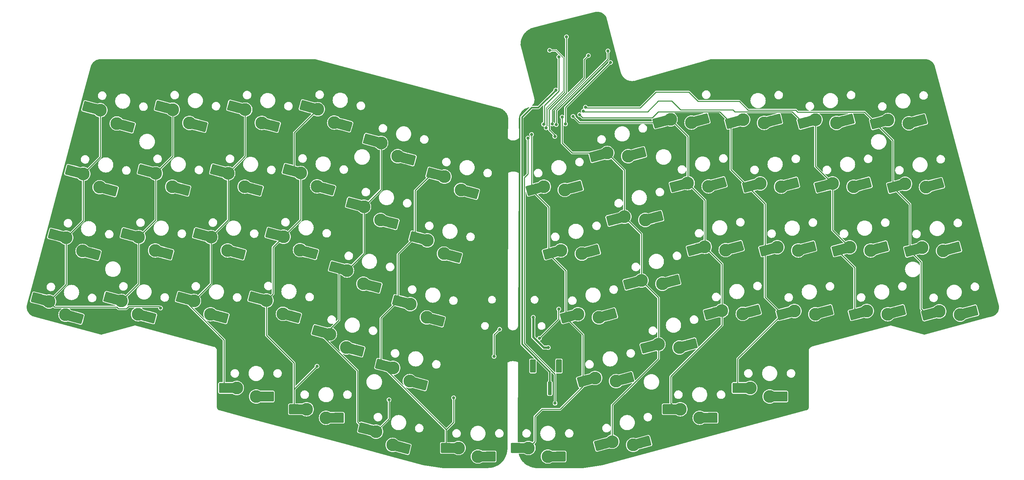
<source format=gbl>
G04 #@! TF.GenerationSoftware,KiCad,Pcbnew,7.0.9-7.0.9~ubuntu22.04.1*
G04 #@! TF.CreationDate,2023-12-21T16:17:44+01:00*
G04 #@! TF.ProjectId,ergo56,6572676f-3536-42e6-9b69-6361645f7063,0.1*
G04 #@! TF.SameCoordinates,Original*
G04 #@! TF.FileFunction,Copper,L2,Bot*
G04 #@! TF.FilePolarity,Positive*
%FSLAX46Y46*%
G04 Gerber Fmt 4.6, Leading zero omitted, Abs format (unit mm)*
G04 Created by KiCad (PCBNEW 7.0.9-7.0.9~ubuntu22.04.1) date 2023-12-21 16:17:44*
%MOMM*%
%LPD*%
G01*
G04 APERTURE LIST*
G04 #@! TA.AperFunction,ComponentPad*
%ADD10C,3.300000*%
G04 #@! TD*
G04 #@! TA.AperFunction,SMDPad,CuDef*
%ADD11R,1.200000X2.600000*%
G04 #@! TD*
G04 #@! TA.AperFunction,ViaPad*
%ADD12C,0.800000*%
G04 #@! TD*
G04 #@! TA.AperFunction,Conductor*
%ADD13C,0.250000*%
G04 #@! TD*
G04 #@! TA.AperFunction,Conductor*
%ADD14C,0.400000*%
G04 #@! TD*
G04 #@! TA.AperFunction,Conductor*
%ADD15C,0.600000*%
G04 #@! TD*
G04 #@! TA.AperFunction,Conductor*
%ADD16C,0.200000*%
G04 #@! TD*
G04 APERTURE END LIST*
D10*
X202129436Y-106196824D03*
G04 #@! TA.AperFunction,SMDPad,CuDef*
G36*
X200875342Y-105186999D02*
G01*
X201548271Y-107698406D01*
X200389160Y-108008989D01*
X199716231Y-105497582D01*
X200875342Y-105186999D01*
G37*
G04 #@! TD.AperFunction*
G04 #@! TA.AperFunction,SMDPad,CuDef*
G36*
G01*
X200005687Y-105689194D02*
X200544031Y-107698320D01*
G75*
G02*
X200360183Y-108016754I-251141J-67293D01*
G01*
X198302761Y-108568038D01*
G75*
G02*
X197984327Y-108384190I-67293J251141D01*
G01*
X197445983Y-106375064D01*
G75*
G02*
X197629831Y-106056630I251141J67293D01*
G01*
X199687253Y-105505346D01*
G75*
G02*
X200005687Y-105689194I67293J-251141D01*
G01*
G37*
G04 #@! TD.AperFunction*
G04 #@! TA.AperFunction,SMDPad,CuDef*
G36*
G01*
X211673577Y-104840400D02*
X212211921Y-106849526D01*
G75*
G02*
X212028073Y-107167960I-251141J-67293D01*
G01*
X209970651Y-107719244D01*
G75*
G02*
X209652217Y-107535396I-67293J251141D01*
G01*
X209113873Y-105526270D01*
G75*
G02*
X209297721Y-105207836I251141J67293D01*
G01*
X211355143Y-104656552D01*
G75*
G02*
X211673577Y-104840400I67293J-251141D01*
G01*
G37*
G04 #@! TD.AperFunction*
G04 #@! TA.AperFunction,SMDPad,CuDef*
G36*
X208782561Y-108037591D02*
G01*
X208109632Y-105526184D01*
X209268743Y-105215601D01*
X209941672Y-107727008D01*
X208782561Y-108037591D01*
G37*
G04 #@! TD.AperFunction*
X207528467Y-107027766D03*
X220790164Y-106292975D03*
G04 #@! TA.AperFunction,SMDPad,CuDef*
G36*
X219536070Y-105283150D02*
G01*
X220208999Y-107794557D01*
X219049888Y-108105140D01*
X218376959Y-105593733D01*
X219536070Y-105283150D01*
G37*
G04 #@! TD.AperFunction*
G04 #@! TA.AperFunction,SMDPad,CuDef*
G36*
G01*
X218666415Y-105785345D02*
X219204759Y-107794471D01*
G75*
G02*
X219020911Y-108112905I-251141J-67293D01*
G01*
X216963489Y-108664189D01*
G75*
G02*
X216645055Y-108480341I-67293J251141D01*
G01*
X216106711Y-106471215D01*
G75*
G02*
X216290559Y-106152781I251141J67293D01*
G01*
X218347981Y-105601497D01*
G75*
G02*
X218666415Y-105785345I67293J-251141D01*
G01*
G37*
G04 #@! TD.AperFunction*
G04 #@! TA.AperFunction,SMDPad,CuDef*
G36*
G01*
X230334305Y-104936551D02*
X230872649Y-106945677D01*
G75*
G02*
X230688801Y-107264111I-251141J-67293D01*
G01*
X228631379Y-107815395D01*
G75*
G02*
X228312945Y-107631547I-67293J251141D01*
G01*
X227774601Y-105622421D01*
G75*
G02*
X227958449Y-105303987I251141J67293D01*
G01*
X230015871Y-104752703D01*
G75*
G02*
X230334305Y-104936551I67293J-251141D01*
G01*
G37*
G04 #@! TD.AperFunction*
G04 #@! TA.AperFunction,SMDPad,CuDef*
G36*
X227443289Y-108133742D02*
G01*
X226770360Y-105622335D01*
X227929471Y-105311752D01*
X228602400Y-107823159D01*
X227443289Y-108133742D01*
G37*
G04 #@! TD.AperFunction*
X226189195Y-107123917D03*
X239426991Y-106299879D03*
G04 #@! TA.AperFunction,SMDPad,CuDef*
G36*
X238172897Y-105290054D02*
G01*
X238845826Y-107801461D01*
X237686715Y-108112044D01*
X237013786Y-105600637D01*
X238172897Y-105290054D01*
G37*
G04 #@! TD.AperFunction*
G04 #@! TA.AperFunction,SMDPad,CuDef*
G36*
G01*
X237303242Y-105792249D02*
X237841586Y-107801375D01*
G75*
G02*
X237657738Y-108119809I-251141J-67293D01*
G01*
X235600316Y-108671093D01*
G75*
G02*
X235281882Y-108487245I-67293J251141D01*
G01*
X234743538Y-106478119D01*
G75*
G02*
X234927386Y-106159685I251141J67293D01*
G01*
X236984808Y-105608401D01*
G75*
G02*
X237303242Y-105792249I67293J-251141D01*
G01*
G37*
G04 #@! TD.AperFunction*
G04 #@! TA.AperFunction,SMDPad,CuDef*
G36*
G01*
X248971132Y-104943455D02*
X249509476Y-106952581D01*
G75*
G02*
X249325628Y-107271015I-251141J-67293D01*
G01*
X247268206Y-107822299D01*
G75*
G02*
X246949772Y-107638451I-67293J251141D01*
G01*
X246411428Y-105629325D01*
G75*
G02*
X246595276Y-105310891I251141J67293D01*
G01*
X248652698Y-104759607D01*
G75*
G02*
X248971132Y-104943455I67293J-251141D01*
G01*
G37*
G04 #@! TD.AperFunction*
G04 #@! TA.AperFunction,SMDPad,CuDef*
G36*
X246080116Y-108140646D02*
G01*
X245407187Y-105629239D01*
X246566298Y-105318656D01*
X247239227Y-107830063D01*
X246080116Y-108140646D01*
G37*
G04 #@! TD.AperFunction*
X244826022Y-107130821D03*
X258087731Y-106396029D03*
G04 #@! TA.AperFunction,SMDPad,CuDef*
G36*
X256833637Y-105386204D02*
G01*
X257506566Y-107897611D01*
X256347455Y-108208194D01*
X255674526Y-105696787D01*
X256833637Y-105386204D01*
G37*
G04 #@! TD.AperFunction*
G04 #@! TA.AperFunction,SMDPad,CuDef*
G36*
G01*
X255963982Y-105888399D02*
X256502326Y-107897525D01*
G75*
G02*
X256318478Y-108215959I-251141J-67293D01*
G01*
X254261056Y-108767243D01*
G75*
G02*
X253942622Y-108583395I-67293J251141D01*
G01*
X253404278Y-106574269D01*
G75*
G02*
X253588126Y-106255835I251141J67293D01*
G01*
X255645548Y-105704551D01*
G75*
G02*
X255963982Y-105888399I67293J-251141D01*
G01*
G37*
G04 #@! TD.AperFunction*
G04 #@! TA.AperFunction,SMDPad,CuDef*
G36*
G01*
X267631872Y-105039605D02*
X268170216Y-107048731D01*
G75*
G02*
X267986368Y-107367165I-251141J-67293D01*
G01*
X265928946Y-107918449D01*
G75*
G02*
X265610512Y-107734601I-67293J251141D01*
G01*
X265072168Y-105725475D01*
G75*
G02*
X265256016Y-105407041I251141J67293D01*
G01*
X267313438Y-104855757D01*
G75*
G02*
X267631872Y-105039605I67293J-251141D01*
G01*
G37*
G04 #@! TD.AperFunction*
G04 #@! TA.AperFunction,SMDPad,CuDef*
G36*
X264740856Y-108236796D02*
G01*
X264067927Y-105725389D01*
X265227038Y-105414806D01*
X265899967Y-107926213D01*
X264740856Y-108236796D01*
G37*
G04 #@! TD.AperFunction*
X263486762Y-107226971D03*
X33343055Y-87428226D03*
G04 #@! TA.AperFunction,SMDPad,CuDef*
G36*
X32761890Y-85926644D02*
G01*
X32088961Y-88438051D01*
X30929850Y-88127468D01*
X31602779Y-85616061D01*
X32761890Y-85926644D01*
G37*
G04 #@! TD.AperFunction*
G04 #@! TA.AperFunction,SMDPad,CuDef*
G36*
G01*
X31757650Y-85926730D02*
X31219306Y-87935856D01*
G75*
G02*
X30900872Y-88119704I-251141J67293D01*
G01*
X28843450Y-87568420D01*
G75*
G02*
X28659602Y-87249986I67293J251141D01*
G01*
X29197946Y-85240860D01*
G75*
G02*
X29516380Y-85057012I251141J-67293D01*
G01*
X31573802Y-85608296D01*
G75*
G02*
X31757650Y-85926730I-67293J-251141D01*
G01*
G37*
G04 #@! TD.AperFunction*
G04 #@! TA.AperFunction,SMDPad,CuDef*
G36*
G01*
X42286736Y-91025597D02*
X41748392Y-93034723D01*
G75*
G02*
X41429958Y-93218571I-251141J67293D01*
G01*
X39372536Y-92667287D01*
G75*
G02*
X39188688Y-92348853I67293J251141D01*
G01*
X39727032Y-90339727D01*
G75*
G02*
X40045466Y-90155879I251141J-67293D01*
G01*
X42102888Y-90707163D01*
G75*
G02*
X42286736Y-91025597I-67293J-251141D01*
G01*
G37*
G04 #@! TD.AperFunction*
G04 #@! TA.AperFunction,SMDPad,CuDef*
G36*
X38184448Y-92348939D02*
G01*
X38857377Y-89837532D01*
X40016488Y-90148115D01*
X39343559Y-92659522D01*
X38184448Y-92348939D01*
G37*
G04 #@! TD.AperFunction*
X37603283Y-90847358D03*
X52014917Y-87290537D03*
G04 #@! TA.AperFunction,SMDPad,CuDef*
G36*
X51433752Y-85788955D02*
G01*
X50760823Y-88300362D01*
X49601712Y-87989779D01*
X50274641Y-85478372D01*
X51433752Y-85788955D01*
G37*
G04 #@! TD.AperFunction*
G04 #@! TA.AperFunction,SMDPad,CuDef*
G36*
G01*
X50429512Y-85789041D02*
X49891168Y-87798167D01*
G75*
G02*
X49572734Y-87982015I-251141J67293D01*
G01*
X47515312Y-87430731D01*
G75*
G02*
X47331464Y-87112297I67293J251141D01*
G01*
X47869808Y-85103171D01*
G75*
G02*
X48188242Y-84919323I251141J-67293D01*
G01*
X50245664Y-85470607D01*
G75*
G02*
X50429512Y-85789041I-67293J-251141D01*
G01*
G37*
G04 #@! TD.AperFunction*
G04 #@! TA.AperFunction,SMDPad,CuDef*
G36*
G01*
X60958598Y-90887908D02*
X60420254Y-92897034D01*
G75*
G02*
X60101820Y-93080882I-251141J67293D01*
G01*
X58044398Y-92529598D01*
G75*
G02*
X57860550Y-92211164I67293J251141D01*
G01*
X58398894Y-90202038D01*
G75*
G02*
X58717328Y-90018190I251141J-67293D01*
G01*
X60774750Y-90569474D01*
G75*
G02*
X60958598Y-90887908I-67293J-251141D01*
G01*
G37*
G04 #@! TD.AperFunction*
G04 #@! TA.AperFunction,SMDPad,CuDef*
G36*
X56856310Y-92211250D02*
G01*
X57529239Y-89699843D01*
X58688350Y-90010426D01*
X58015421Y-92521833D01*
X56856310Y-92211250D01*
G37*
G04 #@! TD.AperFunction*
X56275145Y-90709669D03*
X70651627Y-87284036D03*
G04 #@! TA.AperFunction,SMDPad,CuDef*
G36*
X70070462Y-85782454D02*
G01*
X69397533Y-88293861D01*
X68238422Y-87983278D01*
X68911351Y-85471871D01*
X70070462Y-85782454D01*
G37*
G04 #@! TD.AperFunction*
G04 #@! TA.AperFunction,SMDPad,CuDef*
G36*
G01*
X69066222Y-85782540D02*
X68527878Y-87791666D01*
G75*
G02*
X68209444Y-87975514I-251141J67293D01*
G01*
X66152022Y-87424230D01*
G75*
G02*
X65968174Y-87105796I67293J251141D01*
G01*
X66506518Y-85096670D01*
G75*
G02*
X66824952Y-84912822I251141J-67293D01*
G01*
X68882374Y-85464106D01*
G75*
G02*
X69066222Y-85782540I-67293J-251141D01*
G01*
G37*
G04 #@! TD.AperFunction*
G04 #@! TA.AperFunction,SMDPad,CuDef*
G36*
G01*
X79595308Y-90881407D02*
X79056964Y-92890533D01*
G75*
G02*
X78738530Y-93074381I-251141J67293D01*
G01*
X76681108Y-92523097D01*
G75*
G02*
X76497260Y-92204663I67293J251141D01*
G01*
X77035604Y-90195537D01*
G75*
G02*
X77354038Y-90011689I251141J-67293D01*
G01*
X79411460Y-90562973D01*
G75*
G02*
X79595308Y-90881407I-67293J-251141D01*
G01*
G37*
G04 #@! TD.AperFunction*
G04 #@! TA.AperFunction,SMDPad,CuDef*
G36*
X75493020Y-92204749D02*
G01*
X76165949Y-89693342D01*
X77325060Y-90003925D01*
X76652131Y-92515332D01*
X75493020Y-92204749D01*
G37*
G04 #@! TD.AperFunction*
X74911855Y-90703168D03*
X105623468Y-95860658D03*
G04 #@! TA.AperFunction,SMDPad,CuDef*
G36*
X105042303Y-94359076D02*
G01*
X104369374Y-96870483D01*
X103210263Y-96559900D01*
X103883192Y-94048493D01*
X105042303Y-94359076D01*
G37*
G04 #@! TD.AperFunction*
G04 #@! TA.AperFunction,SMDPad,CuDef*
G36*
G01*
X104038063Y-94359162D02*
X103499719Y-96368288D01*
G75*
G02*
X103181285Y-96552136I-251141J67293D01*
G01*
X101123863Y-96000852D01*
G75*
G02*
X100940015Y-95682418I67293J251141D01*
G01*
X101478359Y-93673292D01*
G75*
G02*
X101796793Y-93489444I251141J-67293D01*
G01*
X103854215Y-94040728D01*
G75*
G02*
X104038063Y-94359162I-67293J-251141D01*
G01*
G37*
G04 #@! TD.AperFunction*
G04 #@! TA.AperFunction,SMDPad,CuDef*
G36*
G01*
X114567149Y-99458029D02*
X114028805Y-101467155D01*
G75*
G02*
X113710371Y-101651003I-251141J67293D01*
G01*
X111652949Y-101099719D01*
G75*
G02*
X111469101Y-100781285I67293J251141D01*
G01*
X112007445Y-98772159D01*
G75*
G02*
X112325879Y-98588311I251141J-67293D01*
G01*
X114383301Y-99139595D01*
G75*
G02*
X114567149Y-99458029I-67293J-251141D01*
G01*
G37*
G04 #@! TD.AperFunction*
G04 #@! TA.AperFunction,SMDPad,CuDef*
G36*
X110464861Y-100781371D02*
G01*
X111137790Y-98269964D01*
X112296901Y-98580547D01*
X111623972Y-101091954D01*
X110464861Y-100781371D01*
G37*
G04 #@! TD.AperFunction*
X109883696Y-99279790D03*
X121934588Y-104533437D03*
G04 #@! TA.AperFunction,SMDPad,CuDef*
G36*
X121353423Y-103031855D02*
G01*
X120680494Y-105543262D01*
X119521383Y-105232679D01*
X120194312Y-102721272D01*
X121353423Y-103031855D01*
G37*
G04 #@! TD.AperFunction*
G04 #@! TA.AperFunction,SMDPad,CuDef*
G36*
G01*
X120349183Y-103031941D02*
X119810839Y-105041067D01*
G75*
G02*
X119492405Y-105224915I-251141J67293D01*
G01*
X117434983Y-104673631D01*
G75*
G02*
X117251135Y-104355197I67293J251141D01*
G01*
X117789479Y-102346071D01*
G75*
G02*
X118107913Y-102162223I251141J-67293D01*
G01*
X120165335Y-102713507D01*
G75*
G02*
X120349183Y-103031941I-67293J-251141D01*
G01*
G37*
G04 #@! TD.AperFunction*
G04 #@! TA.AperFunction,SMDPad,CuDef*
G36*
G01*
X130878269Y-108130808D02*
X130339925Y-110139934D01*
G75*
G02*
X130021491Y-110323782I-251141J67293D01*
G01*
X127964069Y-109772498D01*
G75*
G02*
X127780221Y-109454064I67293J251141D01*
G01*
X128318565Y-107444938D01*
G75*
G02*
X128636999Y-107261090I251141J-67293D01*
G01*
X130694421Y-107812374D01*
G75*
G02*
X130878269Y-108130808I-67293J-251141D01*
G01*
G37*
G04 #@! TD.AperFunction*
G04 #@! TA.AperFunction,SMDPad,CuDef*
G36*
X126775981Y-109454150D02*
G01*
X127448910Y-106942743D01*
X128608021Y-107253326D01*
X127935092Y-109764733D01*
X126775981Y-109454150D01*
G37*
G04 #@! TD.AperFunction*
X126194816Y-107952569D03*
X165107295Y-107121622D03*
G04 #@! TA.AperFunction,SMDPad,CuDef*
G36*
X163853201Y-106111797D02*
G01*
X164526130Y-108623204D01*
X163367019Y-108933787D01*
X162694090Y-106422380D01*
X163853201Y-106111797D01*
G37*
G04 #@! TD.AperFunction*
G04 #@! TA.AperFunction,SMDPad,CuDef*
G36*
G01*
X162983546Y-106613992D02*
X163521890Y-108623118D01*
G75*
G02*
X163338042Y-108941552I-251141J-67293D01*
G01*
X161280620Y-109492836D01*
G75*
G02*
X160962186Y-109308988I-67293J251141D01*
G01*
X160423842Y-107299862D01*
G75*
G02*
X160607690Y-106981428I251141J67293D01*
G01*
X162665112Y-106430144D01*
G75*
G02*
X162983546Y-106613992I67293J-251141D01*
G01*
G37*
G04 #@! TD.AperFunction*
G04 #@! TA.AperFunction,SMDPad,CuDef*
G36*
G01*
X174651436Y-105765198D02*
X175189780Y-107774324D01*
G75*
G02*
X175005932Y-108092758I-251141J-67293D01*
G01*
X172948510Y-108644042D01*
G75*
G02*
X172630076Y-108460194I-67293J251141D01*
G01*
X172091732Y-106451068D01*
G75*
G02*
X172275580Y-106132634I251141J67293D01*
G01*
X174333002Y-105581350D01*
G75*
G02*
X174651436Y-105765198I67293J-251141D01*
G01*
G37*
G04 #@! TD.AperFunction*
G04 #@! TA.AperFunction,SMDPad,CuDef*
G36*
X171760420Y-108962389D02*
G01*
X171087491Y-106450982D01*
X172246602Y-106140399D01*
X172919531Y-108651806D01*
X171760420Y-108962389D01*
G37*
G04 #@! TD.AperFunction*
X170506326Y-107952564D03*
X126334501Y-88112700D03*
G04 #@! TA.AperFunction,SMDPad,CuDef*
G36*
X125753336Y-86611118D02*
G01*
X125080407Y-89122525D01*
X123921296Y-88811942D01*
X124594225Y-86300535D01*
X125753336Y-86611118D01*
G37*
G04 #@! TD.AperFunction*
G04 #@! TA.AperFunction,SMDPad,CuDef*
G36*
G01*
X124749096Y-86611204D02*
X124210752Y-88620330D01*
G75*
G02*
X123892318Y-88804178I-251141J67293D01*
G01*
X121834896Y-88252894D01*
G75*
G02*
X121651048Y-87934460I67293J251141D01*
G01*
X122189392Y-85925334D01*
G75*
G02*
X122507826Y-85741486I251141J-67293D01*
G01*
X124565248Y-86292770D01*
G75*
G02*
X124749096Y-86611204I-67293J-251141D01*
G01*
G37*
G04 #@! TD.AperFunction*
G04 #@! TA.AperFunction,SMDPad,CuDef*
G36*
G01*
X135278182Y-91710071D02*
X134739838Y-93719197D01*
G75*
G02*
X134421404Y-93903045I-251141J67293D01*
G01*
X132363982Y-93351761D01*
G75*
G02*
X132180134Y-93033327I67293J251141D01*
G01*
X132718478Y-91024201D01*
G75*
G02*
X133036912Y-90840353I251141J-67293D01*
G01*
X135094334Y-91391637D01*
G75*
G02*
X135278182Y-91710071I-67293J-251141D01*
G01*
G37*
G04 #@! TD.AperFunction*
G04 #@! TA.AperFunction,SMDPad,CuDef*
G36*
X131175894Y-93033413D02*
G01*
X131848823Y-90522006D01*
X133007934Y-90832589D01*
X132335005Y-93343996D01*
X131175894Y-93033413D01*
G37*
G04 #@! TD.AperFunction*
X130594729Y-91531832D03*
X89312362Y-87187893D03*
G04 #@! TA.AperFunction,SMDPad,CuDef*
G36*
X88731197Y-85686311D02*
G01*
X88058268Y-88197718D01*
X86899157Y-87887135D01*
X87572086Y-85375728D01*
X88731197Y-85686311D01*
G37*
G04 #@! TD.AperFunction*
G04 #@! TA.AperFunction,SMDPad,CuDef*
G36*
G01*
X87726957Y-85686397D02*
X87188613Y-87695523D01*
G75*
G02*
X86870179Y-87879371I-251141J67293D01*
G01*
X84812757Y-87328087D01*
G75*
G02*
X84628909Y-87009653I67293J251141D01*
G01*
X85167253Y-85000527D01*
G75*
G02*
X85485687Y-84816679I251141J-67293D01*
G01*
X87543109Y-85367963D01*
G75*
G02*
X87726957Y-85686397I-67293J-251141D01*
G01*
G37*
G04 #@! TD.AperFunction*
G04 #@! TA.AperFunction,SMDPad,CuDef*
G36*
G01*
X98256043Y-90785264D02*
X97717699Y-92794390D01*
G75*
G02*
X97399265Y-92978238I-251141J67293D01*
G01*
X95341843Y-92426954D01*
G75*
G02*
X95157995Y-92108520I67293J251141D01*
G01*
X95696339Y-90099394D01*
G75*
G02*
X96014773Y-89915546I251141J-67293D01*
G01*
X98072195Y-90466830D01*
G75*
G02*
X98256043Y-90785264I-67293J-251141D01*
G01*
G37*
G04 #@! TD.AperFunction*
G04 #@! TA.AperFunction,SMDPad,CuDef*
G36*
X94153755Y-92108606D02*
G01*
X94826684Y-89597199D01*
X95985795Y-89907782D01*
X95312866Y-92419189D01*
X94153755Y-92108606D01*
G37*
G04 #@! TD.AperFunction*
X93572590Y-90607025D03*
X181418403Y-98448856D03*
G04 #@! TA.AperFunction,SMDPad,CuDef*
G36*
X180164309Y-97439031D02*
G01*
X180837238Y-99950438D01*
X179678127Y-100261021D01*
X179005198Y-97749614D01*
X180164309Y-97439031D01*
G37*
G04 #@! TD.AperFunction*
G04 #@! TA.AperFunction,SMDPad,CuDef*
G36*
G01*
X179294654Y-97941226D02*
X179832998Y-99950352D01*
G75*
G02*
X179649150Y-100268786I-251141J-67293D01*
G01*
X177591728Y-100820070D01*
G75*
G02*
X177273294Y-100636222I-67293J251141D01*
G01*
X176734950Y-98627096D01*
G75*
G02*
X176918798Y-98308662I251141J67293D01*
G01*
X178976220Y-97757378D01*
G75*
G02*
X179294654Y-97941226I67293J-251141D01*
G01*
G37*
G04 #@! TD.AperFunction*
G04 #@! TA.AperFunction,SMDPad,CuDef*
G36*
G01*
X190962544Y-97092432D02*
X191500888Y-99101558D01*
G75*
G02*
X191317040Y-99419992I-251141J-67293D01*
G01*
X189259618Y-99971276D01*
G75*
G02*
X188941184Y-99787428I-67293J251141D01*
G01*
X188402840Y-97778302D01*
G75*
G02*
X188586688Y-97459868I251141J67293D01*
G01*
X190644110Y-96908584D01*
G75*
G02*
X190962544Y-97092432I67293J-251141D01*
G01*
G37*
G04 #@! TD.AperFunction*
G04 #@! TA.AperFunction,SMDPad,CuDef*
G36*
X188071528Y-100289623D02*
G01*
X187398599Y-97778216D01*
X188557710Y-97467633D01*
X189230639Y-99979040D01*
X188071528Y-100289623D01*
G37*
G04 #@! TD.AperFunction*
X186817434Y-99279798D03*
X197729519Y-89776083D03*
G04 #@! TA.AperFunction,SMDPad,CuDef*
G36*
X196475425Y-88766258D02*
G01*
X197148354Y-91277665D01*
X195989243Y-91588248D01*
X195316314Y-89076841D01*
X196475425Y-88766258D01*
G37*
G04 #@! TD.AperFunction*
G04 #@! TA.AperFunction,SMDPad,CuDef*
G36*
G01*
X195605770Y-89268453D02*
X196144114Y-91277579D01*
G75*
G02*
X195960266Y-91596013I-251141J-67293D01*
G01*
X193902844Y-92147297D01*
G75*
G02*
X193584410Y-91963449I-67293J251141D01*
G01*
X193046066Y-89954323D01*
G75*
G02*
X193229914Y-89635889I251141J67293D01*
G01*
X195287336Y-89084605D01*
G75*
G02*
X195605770Y-89268453I67293J-251141D01*
G01*
G37*
G04 #@! TD.AperFunction*
G04 #@! TA.AperFunction,SMDPad,CuDef*
G36*
G01*
X207273660Y-88419659D02*
X207812004Y-90428785D01*
G75*
G02*
X207628156Y-90747219I-251141J-67293D01*
G01*
X205570734Y-91298503D01*
G75*
G02*
X205252300Y-91114655I-67293J251141D01*
G01*
X204713956Y-89105529D01*
G75*
G02*
X204897804Y-88787095I251141J67293D01*
G01*
X206955226Y-88235811D01*
G75*
G02*
X207273660Y-88419659I67293J-251141D01*
G01*
G37*
G04 #@! TD.AperFunction*
G04 #@! TA.AperFunction,SMDPad,CuDef*
G36*
X204382644Y-91616850D02*
G01*
X203709715Y-89105443D01*
X204868826Y-88794860D01*
X205541755Y-91306267D01*
X204382644Y-91616850D01*
G37*
G04 #@! TD.AperFunction*
X203128550Y-90607025D03*
X216390255Y-89872233D03*
G04 #@! TA.AperFunction,SMDPad,CuDef*
G36*
X215136161Y-88862408D02*
G01*
X215809090Y-91373815D01*
X214649979Y-91684398D01*
X213977050Y-89172991D01*
X215136161Y-88862408D01*
G37*
G04 #@! TD.AperFunction*
G04 #@! TA.AperFunction,SMDPad,CuDef*
G36*
G01*
X214266506Y-89364603D02*
X214804850Y-91373729D01*
G75*
G02*
X214621002Y-91692163I-251141J-67293D01*
G01*
X212563580Y-92243447D01*
G75*
G02*
X212245146Y-92059599I-67293J251141D01*
G01*
X211706802Y-90050473D01*
G75*
G02*
X211890650Y-89732039I251141J67293D01*
G01*
X213948072Y-89180755D01*
G75*
G02*
X214266506Y-89364603I67293J-251141D01*
G01*
G37*
G04 #@! TD.AperFunction*
G04 #@! TA.AperFunction,SMDPad,CuDef*
G36*
G01*
X225934396Y-88515809D02*
X226472740Y-90524935D01*
G75*
G02*
X226288892Y-90843369I-251141J-67293D01*
G01*
X224231470Y-91394653D01*
G75*
G02*
X223913036Y-91210805I-67293J251141D01*
G01*
X223374692Y-89201679D01*
G75*
G02*
X223558540Y-88883245I251141J67293D01*
G01*
X225615962Y-88331961D01*
G75*
G02*
X225934396Y-88515809I67293J-251141D01*
G01*
G37*
G04 #@! TD.AperFunction*
G04 #@! TA.AperFunction,SMDPad,CuDef*
G36*
X223043380Y-91713000D02*
G01*
X222370451Y-89201593D01*
X223529562Y-88891010D01*
X224202491Y-91402417D01*
X223043380Y-91713000D01*
G37*
G04 #@! TD.AperFunction*
X221789286Y-90703175D03*
X235027066Y-89879141D03*
G04 #@! TA.AperFunction,SMDPad,CuDef*
G36*
X233772972Y-88869316D02*
G01*
X234445901Y-91380723D01*
X233286790Y-91691306D01*
X232613861Y-89179899D01*
X233772972Y-88869316D01*
G37*
G04 #@! TD.AperFunction*
G04 #@! TA.AperFunction,SMDPad,CuDef*
G36*
G01*
X232903317Y-89371511D02*
X233441661Y-91380637D01*
G75*
G02*
X233257813Y-91699071I-251141J-67293D01*
G01*
X231200391Y-92250355D01*
G75*
G02*
X230881957Y-92066507I-67293J251141D01*
G01*
X230343613Y-90057381D01*
G75*
G02*
X230527461Y-89738947I251141J67293D01*
G01*
X232584883Y-89187663D01*
G75*
G02*
X232903317Y-89371511I67293J-251141D01*
G01*
G37*
G04 #@! TD.AperFunction*
G04 #@! TA.AperFunction,SMDPad,CuDef*
G36*
G01*
X244571207Y-88522717D02*
X245109551Y-90531843D01*
G75*
G02*
X244925703Y-90850277I-251141J-67293D01*
G01*
X242868281Y-91401561D01*
G75*
G02*
X242549847Y-91217713I-67293J251141D01*
G01*
X242011503Y-89208587D01*
G75*
G02*
X242195351Y-88890153I251141J67293D01*
G01*
X244252773Y-88338869D01*
G75*
G02*
X244571207Y-88522717I67293J-251141D01*
G01*
G37*
G04 #@! TD.AperFunction*
G04 #@! TA.AperFunction,SMDPad,CuDef*
G36*
X241680191Y-91719908D02*
G01*
X241007262Y-89208501D01*
X242166373Y-88897918D01*
X242839302Y-91409325D01*
X241680191Y-91719908D01*
G37*
G04 #@! TD.AperFunction*
X240426097Y-90710083D03*
X253687809Y-89975289D03*
G04 #@! TA.AperFunction,SMDPad,CuDef*
G36*
X252433715Y-88965464D02*
G01*
X253106644Y-91476871D01*
X251947533Y-91787454D01*
X251274604Y-89276047D01*
X252433715Y-88965464D01*
G37*
G04 #@! TD.AperFunction*
G04 #@! TA.AperFunction,SMDPad,CuDef*
G36*
G01*
X251564060Y-89467659D02*
X252102404Y-91476785D01*
G75*
G02*
X251918556Y-91795219I-251141J-67293D01*
G01*
X249861134Y-92346503D01*
G75*
G02*
X249542700Y-92162655I-67293J251141D01*
G01*
X249004356Y-90153529D01*
G75*
G02*
X249188204Y-89835095I251141J67293D01*
G01*
X251245626Y-89283811D01*
G75*
G02*
X251564060Y-89467659I67293J-251141D01*
G01*
G37*
G04 #@! TD.AperFunction*
G04 #@! TA.AperFunction,SMDPad,CuDef*
G36*
G01*
X263231950Y-88618865D02*
X263770294Y-90627991D01*
G75*
G02*
X263586446Y-90946425I-251141J-67293D01*
G01*
X261529024Y-91497709D01*
G75*
G02*
X261210590Y-91313861I-67293J251141D01*
G01*
X260672246Y-89304735D01*
G75*
G02*
X260856094Y-88986301I251141J67293D01*
G01*
X262913516Y-88435017D01*
G75*
G02*
X263231950Y-88618865I67293J-251141D01*
G01*
G37*
G04 #@! TD.AperFunction*
G04 #@! TA.AperFunction,SMDPad,CuDef*
G36*
X260340934Y-91816056D02*
G01*
X259668005Y-89304649D01*
X260827116Y-88994066D01*
X261500045Y-91505473D01*
X260340934Y-91816056D01*
G37*
G04 #@! TD.AperFunction*
X259086840Y-90806231D03*
X37742979Y-71007480D03*
G04 #@! TA.AperFunction,SMDPad,CuDef*
G36*
X37161814Y-69505898D02*
G01*
X36488885Y-72017305D01*
X35329774Y-71706722D01*
X36002703Y-69195315D01*
X37161814Y-69505898D01*
G37*
G04 #@! TD.AperFunction*
G04 #@! TA.AperFunction,SMDPad,CuDef*
G36*
G01*
X36157574Y-69505984D02*
X35619230Y-71515110D01*
G75*
G02*
X35300796Y-71698958I-251141J67293D01*
G01*
X33243374Y-71147674D01*
G75*
G02*
X33059526Y-70829240I67293J251141D01*
G01*
X33597870Y-68820114D01*
G75*
G02*
X33916304Y-68636266I251141J-67293D01*
G01*
X35973726Y-69187550D01*
G75*
G02*
X36157574Y-69505984I-67293J-251141D01*
G01*
G37*
G04 #@! TD.AperFunction*
G04 #@! TA.AperFunction,SMDPad,CuDef*
G36*
G01*
X46686660Y-74604851D02*
X46148316Y-76613977D01*
G75*
G02*
X45829882Y-76797825I-251141J67293D01*
G01*
X43772460Y-76246541D01*
G75*
G02*
X43588612Y-75928107I67293J251141D01*
G01*
X44126956Y-73918981D01*
G75*
G02*
X44445390Y-73735133I251141J-67293D01*
G01*
X46502812Y-74286417D01*
G75*
G02*
X46686660Y-74604851I-67293J-251141D01*
G01*
G37*
G04 #@! TD.AperFunction*
G04 #@! TA.AperFunction,SMDPad,CuDef*
G36*
X42584372Y-75928193D02*
G01*
X43257301Y-73416786D01*
X44416412Y-73727369D01*
X43743483Y-76238776D01*
X42584372Y-75928193D01*
G37*
G04 #@! TD.AperFunction*
X42003207Y-74426612D03*
X173907159Y-139962785D03*
G04 #@! TA.AperFunction,SMDPad,CuDef*
G36*
X172653065Y-138952960D02*
G01*
X173325994Y-141464367D01*
X172166883Y-141774950D01*
X171493954Y-139263543D01*
X172653065Y-138952960D01*
G37*
G04 #@! TD.AperFunction*
G04 #@! TA.AperFunction,SMDPad,CuDef*
G36*
G01*
X171783410Y-139455155D02*
X172321754Y-141464281D01*
G75*
G02*
X172137906Y-141782715I-251141J-67293D01*
G01*
X170080484Y-142333999D01*
G75*
G02*
X169762050Y-142150151I-67293J251141D01*
G01*
X169223706Y-140141025D01*
G75*
G02*
X169407554Y-139822591I251141J67293D01*
G01*
X171464976Y-139271307D01*
G75*
G02*
X171783410Y-139455155I67293J-251141D01*
G01*
G37*
G04 #@! TD.AperFunction*
G04 #@! TA.AperFunction,SMDPad,CuDef*
G36*
G01*
X183451300Y-138606361D02*
X183989644Y-140615487D01*
G75*
G02*
X183805796Y-140933921I-251141J-67293D01*
G01*
X181748374Y-141485205D01*
G75*
G02*
X181429940Y-141301357I-67293J251141D01*
G01*
X180891596Y-139292231D01*
G75*
G02*
X181075444Y-138973797I251141J67293D01*
G01*
X183132866Y-138422513D01*
G75*
G02*
X183451300Y-138606361I67293J-251141D01*
G01*
G37*
G04 #@! TD.AperFunction*
G04 #@! TA.AperFunction,SMDPad,CuDef*
G36*
X180560284Y-141803552D02*
G01*
X179887355Y-139292145D01*
X181046466Y-138981562D01*
X181719395Y-141492969D01*
X180560284Y-141803552D01*
G37*
G04 #@! TD.AperFunction*
X179306190Y-140793727D03*
X56414841Y-70869805D03*
G04 #@! TA.AperFunction,SMDPad,CuDef*
G36*
X55833676Y-69368223D02*
G01*
X55160747Y-71879630D01*
X54001636Y-71569047D01*
X54674565Y-69057640D01*
X55833676Y-69368223D01*
G37*
G04 #@! TD.AperFunction*
G04 #@! TA.AperFunction,SMDPad,CuDef*
G36*
G01*
X54829436Y-69368309D02*
X54291092Y-71377435D01*
G75*
G02*
X53972658Y-71561283I-251141J67293D01*
G01*
X51915236Y-71009999D01*
G75*
G02*
X51731388Y-70691565I67293J251141D01*
G01*
X52269732Y-68682439D01*
G75*
G02*
X52588166Y-68498591I251141J-67293D01*
G01*
X54645588Y-69049875D01*
G75*
G02*
X54829436Y-69368309I-67293J-251141D01*
G01*
G37*
G04 #@! TD.AperFunction*
G04 #@! TA.AperFunction,SMDPad,CuDef*
G36*
G01*
X65358522Y-74467176D02*
X64820178Y-76476302D01*
G75*
G02*
X64501744Y-76660150I-251141J67293D01*
G01*
X62444322Y-76108866D01*
G75*
G02*
X62260474Y-75790432I67293J251141D01*
G01*
X62798818Y-73781306D01*
G75*
G02*
X63117252Y-73597458I251141J-67293D01*
G01*
X65174674Y-74148742D01*
G75*
G02*
X65358522Y-74467176I-67293J-251141D01*
G01*
G37*
G04 #@! TD.AperFunction*
G04 #@! TA.AperFunction,SMDPad,CuDef*
G36*
X61256234Y-75790518D02*
G01*
X61929163Y-73279111D01*
X63088274Y-73589694D01*
X62415345Y-76101101D01*
X61256234Y-75790518D01*
G37*
G04 #@! TD.AperFunction*
X60675069Y-74288937D03*
X249287869Y-73554541D03*
G04 #@! TA.AperFunction,SMDPad,CuDef*
G36*
X248033775Y-72544716D02*
G01*
X248706704Y-75056123D01*
X247547593Y-75366706D01*
X246874664Y-72855299D01*
X248033775Y-72544716D01*
G37*
G04 #@! TD.AperFunction*
G04 #@! TA.AperFunction,SMDPad,CuDef*
G36*
G01*
X247164120Y-73046911D02*
X247702464Y-75056037D01*
G75*
G02*
X247518616Y-75374471I-251141J-67293D01*
G01*
X245461194Y-75925755D01*
G75*
G02*
X245142760Y-75741907I-67293J251141D01*
G01*
X244604416Y-73732781D01*
G75*
G02*
X244788264Y-73414347I251141J67293D01*
G01*
X246845686Y-72863063D01*
G75*
G02*
X247164120Y-73046911I67293J-251141D01*
G01*
G37*
G04 #@! TD.AperFunction*
G04 #@! TA.AperFunction,SMDPad,CuDef*
G36*
G01*
X258832010Y-72198117D02*
X259370354Y-74207243D01*
G75*
G02*
X259186506Y-74525677I-251141J-67293D01*
G01*
X257129084Y-75076961D01*
G75*
G02*
X256810650Y-74893113I-67293J251141D01*
G01*
X256272306Y-72883987D01*
G75*
G02*
X256456154Y-72565553I251141J67293D01*
G01*
X258513576Y-72014269D01*
G75*
G02*
X258832010Y-72198117I67293J-251141D01*
G01*
G37*
G04 #@! TD.AperFunction*
G04 #@! TA.AperFunction,SMDPad,CuDef*
G36*
X255940994Y-75395308D02*
G01*
X255268065Y-72883901D01*
X256427176Y-72573318D01*
X257100105Y-75084725D01*
X255940994Y-75395308D01*
G37*
G04 #@! TD.AperFunction*
X254686900Y-74385483D03*
X177018484Y-82028117D03*
G04 #@! TA.AperFunction,SMDPad,CuDef*
G36*
X175764390Y-81018292D02*
G01*
X176437319Y-83529699D01*
X175278208Y-83840282D01*
X174605279Y-81328875D01*
X175764390Y-81018292D01*
G37*
G04 #@! TD.AperFunction*
G04 #@! TA.AperFunction,SMDPad,CuDef*
G36*
G01*
X174894735Y-81520487D02*
X175433079Y-83529613D01*
G75*
G02*
X175249231Y-83848047I-251141J-67293D01*
G01*
X173191809Y-84399331D01*
G75*
G02*
X172873375Y-84215483I-67293J251141D01*
G01*
X172335031Y-82206357D01*
G75*
G02*
X172518879Y-81887923I251141J67293D01*
G01*
X174576301Y-81336639D01*
G75*
G02*
X174894735Y-81520487I67293J-251141D01*
G01*
G37*
G04 #@! TD.AperFunction*
G04 #@! TA.AperFunction,SMDPad,CuDef*
G36*
G01*
X186562625Y-80671693D02*
X187100969Y-82680819D01*
G75*
G02*
X186917121Y-82999253I-251141J-67293D01*
G01*
X184859699Y-83550537D01*
G75*
G02*
X184541265Y-83366689I-67293J251141D01*
G01*
X184002921Y-81357563D01*
G75*
G02*
X184186769Y-81039129I251141J67293D01*
G01*
X186244191Y-80487845D01*
G75*
G02*
X186562625Y-80671693I67293J-251141D01*
G01*
G37*
G04 #@! TD.AperFunction*
G04 #@! TA.AperFunction,SMDPad,CuDef*
G36*
X183671609Y-83868884D02*
G01*
X182998680Y-81357477D01*
X184157791Y-81046894D01*
X184830720Y-83558301D01*
X183671609Y-83868884D01*
G37*
G04 #@! TD.AperFunction*
X182417515Y-82859059D03*
X193329591Y-73355343D03*
G04 #@! TA.AperFunction,SMDPad,CuDef*
G36*
X192075497Y-72345518D02*
G01*
X192748426Y-74856925D01*
X191589315Y-75167508D01*
X190916386Y-72656101D01*
X192075497Y-72345518D01*
G37*
G04 #@! TD.AperFunction*
G04 #@! TA.AperFunction,SMDPad,CuDef*
G36*
G01*
X191205842Y-72847713D02*
X191744186Y-74856839D01*
G75*
G02*
X191560338Y-75175273I-251141J-67293D01*
G01*
X189502916Y-75726557D01*
G75*
G02*
X189184482Y-75542709I-67293J251141D01*
G01*
X188646138Y-73533583D01*
G75*
G02*
X188829986Y-73215149I251141J67293D01*
G01*
X190887408Y-72663865D01*
G75*
G02*
X191205842Y-72847713I67293J-251141D01*
G01*
G37*
G04 #@! TD.AperFunction*
G04 #@! TA.AperFunction,SMDPad,CuDef*
G36*
G01*
X202873732Y-71998919D02*
X203412076Y-74008045D01*
G75*
G02*
X203228228Y-74326479I-251141J-67293D01*
G01*
X201170806Y-74877763D01*
G75*
G02*
X200852372Y-74693915I-67293J251141D01*
G01*
X200314028Y-72684789D01*
G75*
G02*
X200497876Y-72366355I251141J67293D01*
G01*
X202555298Y-71815071D01*
G75*
G02*
X202873732Y-71998919I67293J-251141D01*
G01*
G37*
G04 #@! TD.AperFunction*
G04 #@! TA.AperFunction,SMDPad,CuDef*
G36*
X199982716Y-75196110D02*
G01*
X199309787Y-72684703D01*
X200468898Y-72374120D01*
X201141827Y-74885527D01*
X199982716Y-75196110D01*
G37*
G04 #@! TD.AperFunction*
X198728622Y-74186285D03*
X110023397Y-79439923D03*
G04 #@! TA.AperFunction,SMDPad,CuDef*
G36*
X109442232Y-77938341D02*
G01*
X108769303Y-80449748D01*
X107610192Y-80139165D01*
X108283121Y-77627758D01*
X109442232Y-77938341D01*
G37*
G04 #@! TD.AperFunction*
G04 #@! TA.AperFunction,SMDPad,CuDef*
G36*
G01*
X108437992Y-77938427D02*
X107899648Y-79947553D01*
G75*
G02*
X107581214Y-80131401I-251141J67293D01*
G01*
X105523792Y-79580117D01*
G75*
G02*
X105339944Y-79261683I67293J251141D01*
G01*
X105878288Y-77252557D01*
G75*
G02*
X106196722Y-77068709I251141J-67293D01*
G01*
X108254144Y-77619993D01*
G75*
G02*
X108437992Y-77938427I-67293J-251141D01*
G01*
G37*
G04 #@! TD.AperFunction*
G04 #@! TA.AperFunction,SMDPad,CuDef*
G36*
G01*
X118967078Y-83037294D02*
X118428734Y-85046420D01*
G75*
G02*
X118110300Y-85230268I-251141J67293D01*
G01*
X116052878Y-84678984D01*
G75*
G02*
X115869030Y-84360550I67293J251141D01*
G01*
X116407374Y-82351424D01*
G75*
G02*
X116725808Y-82167576I251141J-67293D01*
G01*
X118783230Y-82718860D01*
G75*
G02*
X118967078Y-83037294I-67293J-251141D01*
G01*
G37*
G04 #@! TD.AperFunction*
G04 #@! TA.AperFunction,SMDPad,CuDef*
G36*
X114864790Y-84360636D02*
G01*
X115537719Y-81849229D01*
X116696830Y-82159812D01*
X116023901Y-84671219D01*
X114864790Y-84360636D01*
G37*
G04 #@! TD.AperFunction*
X114283625Y-82859055D03*
X117534658Y-120954172D03*
G04 #@! TA.AperFunction,SMDPad,CuDef*
G36*
X116953493Y-119452590D02*
G01*
X116280564Y-121963997D01*
X115121453Y-121653414D01*
X115794382Y-119142007D01*
X116953493Y-119452590D01*
G37*
G04 #@! TD.AperFunction*
G04 #@! TA.AperFunction,SMDPad,CuDef*
G36*
G01*
X115949253Y-119452676D02*
X115410909Y-121461802D01*
G75*
G02*
X115092475Y-121645650I-251141J67293D01*
G01*
X113035053Y-121094366D01*
G75*
G02*
X112851205Y-120775932I67293J251141D01*
G01*
X113389549Y-118766806D01*
G75*
G02*
X113707983Y-118582958I251141J-67293D01*
G01*
X115765405Y-119134242D01*
G75*
G02*
X115949253Y-119452676I-67293J-251141D01*
G01*
G37*
G04 #@! TD.AperFunction*
G04 #@! TA.AperFunction,SMDPad,CuDef*
G36*
G01*
X126478339Y-124551543D02*
X125939995Y-126560669D01*
G75*
G02*
X125621561Y-126744517I-251141J67293D01*
G01*
X123564139Y-126193233D01*
G75*
G02*
X123380291Y-125874799I67293J251141D01*
G01*
X123918635Y-123865673D01*
G75*
G02*
X124237069Y-123681825I251141J-67293D01*
G01*
X126294491Y-124233109D01*
G75*
G02*
X126478339Y-124551543I-67293J-251141D01*
G01*
G37*
G04 #@! TD.AperFunction*
G04 #@! TA.AperFunction,SMDPad,CuDef*
G36*
X122376051Y-125874885D02*
G01*
X123048980Y-123363478D01*
X124208091Y-123674061D01*
X123535162Y-126185468D01*
X122376051Y-125874885D01*
G37*
G04 #@! TD.AperFunction*
X121794886Y-124373304D03*
X230627156Y-73458401D03*
G04 #@! TA.AperFunction,SMDPad,CuDef*
G36*
X229373062Y-72448576D02*
G01*
X230045991Y-74959983D01*
X228886880Y-75270566D01*
X228213951Y-72759159D01*
X229373062Y-72448576D01*
G37*
G04 #@! TD.AperFunction*
G04 #@! TA.AperFunction,SMDPad,CuDef*
G36*
G01*
X228503407Y-72950771D02*
X229041751Y-74959897D01*
G75*
G02*
X228857903Y-75278331I-251141J-67293D01*
G01*
X226800481Y-75829615D01*
G75*
G02*
X226482047Y-75645767I-67293J251141D01*
G01*
X225943703Y-73636641D01*
G75*
G02*
X226127551Y-73318207I251141J67293D01*
G01*
X228184973Y-72766923D01*
G75*
G02*
X228503407Y-72950771I67293J-251141D01*
G01*
G37*
G04 #@! TD.AperFunction*
G04 #@! TA.AperFunction,SMDPad,CuDef*
G36*
G01*
X240171297Y-72101977D02*
X240709641Y-74111103D01*
G75*
G02*
X240525793Y-74429537I-251141J-67293D01*
G01*
X238468371Y-74980821D01*
G75*
G02*
X238149937Y-74796973I-67293J251141D01*
G01*
X237611593Y-72787847D01*
G75*
G02*
X237795441Y-72469413I251141J67293D01*
G01*
X239852863Y-71918129D01*
G75*
G02*
X240171297Y-72101977I67293J-251141D01*
G01*
G37*
G04 #@! TD.AperFunction*
G04 #@! TA.AperFunction,SMDPad,CuDef*
G36*
X237280281Y-75299168D02*
G01*
X236607352Y-72787761D01*
X237766463Y-72477178D01*
X238439392Y-74988585D01*
X237280281Y-75299168D01*
G37*
G04 #@! TD.AperFunction*
X236026187Y-74289343D03*
X75051548Y-70863305D03*
G04 #@! TA.AperFunction,SMDPad,CuDef*
G36*
X74470383Y-69361723D02*
G01*
X73797454Y-71873130D01*
X72638343Y-71562547D01*
X73311272Y-69051140D01*
X74470383Y-69361723D01*
G37*
G04 #@! TD.AperFunction*
G04 #@! TA.AperFunction,SMDPad,CuDef*
G36*
G01*
X73466143Y-69361809D02*
X72927799Y-71370935D01*
G75*
G02*
X72609365Y-71554783I-251141J67293D01*
G01*
X70551943Y-71003499D01*
G75*
G02*
X70368095Y-70685065I67293J251141D01*
G01*
X70906439Y-68675939D01*
G75*
G02*
X71224873Y-68492091I251141J-67293D01*
G01*
X73282295Y-69043375D01*
G75*
G02*
X73466143Y-69361809I-67293J-251141D01*
G01*
G37*
G04 #@! TD.AperFunction*
G04 #@! TA.AperFunction,SMDPad,CuDef*
G36*
G01*
X83995229Y-74460676D02*
X83456885Y-76469802D01*
G75*
G02*
X83138451Y-76653650I-251141J67293D01*
G01*
X81081029Y-76102366D01*
G75*
G02*
X80897181Y-75783932I67293J251141D01*
G01*
X81435525Y-73774806D01*
G75*
G02*
X81753959Y-73590958I251141J-67293D01*
G01*
X83811381Y-74142242D01*
G75*
G02*
X83995229Y-74460676I-67293J-251141D01*
G01*
G37*
G04 #@! TD.AperFunction*
G04 #@! TA.AperFunction,SMDPad,CuDef*
G36*
X79892941Y-75784018D02*
G01*
X80565870Y-73272611D01*
X81724981Y-73583194D01*
X81052052Y-76094601D01*
X79892941Y-75784018D01*
G37*
G04 #@! TD.AperFunction*
X79311776Y-74282437D03*
X93712286Y-70767163D03*
G04 #@! TA.AperFunction,SMDPad,CuDef*
G36*
X93131121Y-69265581D02*
G01*
X92458192Y-71776988D01*
X91299081Y-71466405D01*
X91972010Y-68954998D01*
X93131121Y-69265581D01*
G37*
G04 #@! TD.AperFunction*
G04 #@! TA.AperFunction,SMDPad,CuDef*
G36*
G01*
X92126881Y-69265667D02*
X91588537Y-71274793D01*
G75*
G02*
X91270103Y-71458641I-251141J67293D01*
G01*
X89212681Y-70907357D01*
G75*
G02*
X89028833Y-70588923I67293J251141D01*
G01*
X89567177Y-68579797D01*
G75*
G02*
X89885611Y-68395949I251141J-67293D01*
G01*
X91943033Y-68947233D01*
G75*
G02*
X92126881Y-69265667I-67293J-251141D01*
G01*
G37*
G04 #@! TD.AperFunction*
G04 #@! TA.AperFunction,SMDPad,CuDef*
G36*
G01*
X102655967Y-74364534D02*
X102117623Y-76373660D01*
G75*
G02*
X101799189Y-76557508I-251141J67293D01*
G01*
X99741767Y-76006224D01*
G75*
G02*
X99557919Y-75687790I67293J251141D01*
G01*
X100096263Y-73678664D01*
G75*
G02*
X100414697Y-73494816I251141J-67293D01*
G01*
X102472119Y-74046100D01*
G75*
G02*
X102655967Y-74364534I-67293J-251141D01*
G01*
G37*
G04 #@! TD.AperFunction*
G04 #@! TA.AperFunction,SMDPad,CuDef*
G36*
X98553679Y-75687876D02*
G01*
X99226608Y-73176469D01*
X100385719Y-73487052D01*
X99712790Y-75998459D01*
X98553679Y-75687876D01*
G37*
G04 #@! TD.AperFunction*
X97972514Y-74186295D03*
X28943123Y-103848969D03*
G04 #@! TA.AperFunction,SMDPad,CuDef*
G36*
X28361958Y-102347387D02*
G01*
X27689029Y-104858794D01*
X26529918Y-104548211D01*
X27202847Y-102036804D01*
X28361958Y-102347387D01*
G37*
G04 #@! TD.AperFunction*
G04 #@! TA.AperFunction,SMDPad,CuDef*
G36*
G01*
X27357718Y-102347473D02*
X26819374Y-104356599D01*
G75*
G02*
X26500940Y-104540447I-251141J67293D01*
G01*
X24443518Y-103989163D01*
G75*
G02*
X24259670Y-103670729I67293J251141D01*
G01*
X24798014Y-101661603D01*
G75*
G02*
X25116448Y-101477755I251141J-67293D01*
G01*
X27173870Y-102029039D01*
G75*
G02*
X27357718Y-102347473I-67293J-251141D01*
G01*
G37*
G04 #@! TD.AperFunction*
G04 #@! TA.AperFunction,SMDPad,CuDef*
G36*
G01*
X37886804Y-107446340D02*
X37348460Y-109455466D01*
G75*
G02*
X37030026Y-109639314I-251141J67293D01*
G01*
X34972604Y-109088030D01*
G75*
G02*
X34788756Y-108769596I67293J251141D01*
G01*
X35327100Y-106760470D01*
G75*
G02*
X35645534Y-106576622I251141J-67293D01*
G01*
X37702956Y-107127906D01*
G75*
G02*
X37886804Y-107446340I-67293J-251141D01*
G01*
G37*
G04 #@! TD.AperFunction*
G04 #@! TA.AperFunction,SMDPad,CuDef*
G36*
X33784516Y-108769682D02*
G01*
X34457445Y-106258275D01*
X35616556Y-106568858D01*
X34943627Y-109080265D01*
X33784516Y-108769682D01*
G37*
G04 #@! TD.AperFunction*
X33203351Y-107268101D03*
X47614983Y-103711276D03*
G04 #@! TA.AperFunction,SMDPad,CuDef*
G36*
X47033818Y-102209694D02*
G01*
X46360889Y-104721101D01*
X45201778Y-104410518D01*
X45874707Y-101899111D01*
X47033818Y-102209694D01*
G37*
G04 #@! TD.AperFunction*
G04 #@! TA.AperFunction,SMDPad,CuDef*
G36*
G01*
X46029578Y-102209780D02*
X45491234Y-104218906D01*
G75*
G02*
X45172800Y-104402754I-251141J67293D01*
G01*
X43115378Y-103851470D01*
G75*
G02*
X42931530Y-103533036I67293J251141D01*
G01*
X43469874Y-101523910D01*
G75*
G02*
X43788308Y-101340062I251141J-67293D01*
G01*
X45845730Y-101891346D01*
G75*
G02*
X46029578Y-102209780I-67293J-251141D01*
G01*
G37*
G04 #@! TD.AperFunction*
G04 #@! TA.AperFunction,SMDPad,CuDef*
G36*
G01*
X56558664Y-107308647D02*
X56020320Y-109317773D01*
G75*
G02*
X55701886Y-109501621I-251141J67293D01*
G01*
X53644464Y-108950337D01*
G75*
G02*
X53460616Y-108631903I67293J251141D01*
G01*
X53998960Y-106622777D01*
G75*
G02*
X54317394Y-106438929I251141J-67293D01*
G01*
X56374816Y-106990213D01*
G75*
G02*
X56558664Y-107308647I-67293J-251141D01*
G01*
G37*
G04 #@! TD.AperFunction*
G04 #@! TA.AperFunction,SMDPad,CuDef*
G36*
X52456376Y-108631989D02*
G01*
X53129305Y-106120582D01*
X54288416Y-106431165D01*
X53615487Y-108942572D01*
X52456376Y-108631989D01*
G37*
G04 #@! TD.AperFunction*
X51875211Y-107130408D03*
X66251708Y-103704786D03*
G04 #@! TA.AperFunction,SMDPad,CuDef*
G36*
X65670543Y-102203204D02*
G01*
X64997614Y-104714611D01*
X63838503Y-104404028D01*
X64511432Y-101892621D01*
X65670543Y-102203204D01*
G37*
G04 #@! TD.AperFunction*
G04 #@! TA.AperFunction,SMDPad,CuDef*
G36*
G01*
X64666303Y-102203290D02*
X64127959Y-104212416D01*
G75*
G02*
X63809525Y-104396264I-251141J67293D01*
G01*
X61752103Y-103844980D01*
G75*
G02*
X61568255Y-103526546I67293J251141D01*
G01*
X62106599Y-101517420D01*
G75*
G02*
X62425033Y-101333572I251141J-67293D01*
G01*
X64482455Y-101884856D01*
G75*
G02*
X64666303Y-102203290I-67293J-251141D01*
G01*
G37*
G04 #@! TD.AperFunction*
G04 #@! TA.AperFunction,SMDPad,CuDef*
G36*
G01*
X75195389Y-107302157D02*
X74657045Y-109311283D01*
G75*
G02*
X74338611Y-109495131I-251141J67293D01*
G01*
X72281189Y-108943847D01*
G75*
G02*
X72097341Y-108625413I67293J251141D01*
G01*
X72635685Y-106616287D01*
G75*
G02*
X72954119Y-106432439I251141J-67293D01*
G01*
X75011541Y-106983723D01*
G75*
G02*
X75195389Y-107302157I-67293J-251141D01*
G01*
G37*
G04 #@! TD.AperFunction*
G04 #@! TA.AperFunction,SMDPad,CuDef*
G36*
X71093101Y-108625499D02*
G01*
X71766030Y-106114092D01*
X72925141Y-106424675D01*
X72252212Y-108936082D01*
X71093101Y-108625499D01*
G37*
G04 #@! TD.AperFunction*
X70511936Y-107123918D03*
X84912443Y-103608644D03*
G04 #@! TA.AperFunction,SMDPad,CuDef*
G36*
X84331278Y-102107062D02*
G01*
X83658349Y-104618469D01*
X82499238Y-104307886D01*
X83172167Y-101796479D01*
X84331278Y-102107062D01*
G37*
G04 #@! TD.AperFunction*
G04 #@! TA.AperFunction,SMDPad,CuDef*
G36*
G01*
X83327038Y-102107148D02*
X82788694Y-104116274D01*
G75*
G02*
X82470260Y-104300122I-251141J67293D01*
G01*
X80412838Y-103748838D01*
G75*
G02*
X80228990Y-103430404I67293J251141D01*
G01*
X80767334Y-101421278D01*
G75*
G02*
X81085768Y-101237430I251141J-67293D01*
G01*
X83143190Y-101788714D01*
G75*
G02*
X83327038Y-102107148I-67293J-251141D01*
G01*
G37*
G04 #@! TD.AperFunction*
G04 #@! TA.AperFunction,SMDPad,CuDef*
G36*
G01*
X93856124Y-107206015D02*
X93317780Y-109215141D01*
G75*
G02*
X92999346Y-109398989I-251141J67293D01*
G01*
X90941924Y-108847705D01*
G75*
G02*
X90758076Y-108529271I67293J251141D01*
G01*
X91296420Y-106520145D01*
G75*
G02*
X91614854Y-106336297I251141J-67293D01*
G01*
X93672276Y-106887581D01*
G75*
G02*
X93856124Y-107206015I-67293J-251141D01*
G01*
G37*
G04 #@! TD.AperFunction*
G04 #@! TA.AperFunction,SMDPad,CuDef*
G36*
X89753836Y-108529357D02*
G01*
X90426765Y-106017950D01*
X91585876Y-106328533D01*
X90912947Y-108839940D01*
X89753836Y-108529357D01*
G37*
G04 #@! TD.AperFunction*
X89172671Y-107027776D03*
X101223553Y-112281395D03*
G04 #@! TA.AperFunction,SMDPad,CuDef*
G36*
X100642388Y-110779813D02*
G01*
X99969459Y-113291220D01*
X98810348Y-112980637D01*
X99483277Y-110469230D01*
X100642388Y-110779813D01*
G37*
G04 #@! TD.AperFunction*
G04 #@! TA.AperFunction,SMDPad,CuDef*
G36*
G01*
X99638148Y-110779899D02*
X99099804Y-112789025D01*
G75*
G02*
X98781370Y-112972873I-251141J67293D01*
G01*
X96723948Y-112421589D01*
G75*
G02*
X96540100Y-112103155I67293J251141D01*
G01*
X97078444Y-110094029D01*
G75*
G02*
X97396878Y-109910181I251141J-67293D01*
G01*
X99454300Y-110461465D01*
G75*
G02*
X99638148Y-110779899I-67293J-251141D01*
G01*
G37*
G04 #@! TD.AperFunction*
G04 #@! TA.AperFunction,SMDPad,CuDef*
G36*
G01*
X110167234Y-115878766D02*
X109628890Y-117887892D01*
G75*
G02*
X109310456Y-118071740I-251141J67293D01*
G01*
X107253034Y-117520456D01*
G75*
G02*
X107069186Y-117202022I67293J251141D01*
G01*
X107607530Y-115192896D01*
G75*
G02*
X107925964Y-115009048I251141J-67293D01*
G01*
X109983386Y-115560332D01*
G75*
G02*
X110167234Y-115878766I-67293J-251141D01*
G01*
G37*
G04 #@! TD.AperFunction*
G04 #@! TA.AperFunction,SMDPad,CuDef*
G36*
X106064946Y-117202108D02*
G01*
X106737875Y-114690701D01*
X107896986Y-115001284D01*
X107224057Y-117512691D01*
X106064946Y-117202108D01*
G37*
G04 #@! TD.AperFunction*
X105483781Y-115700527D03*
X169507229Y-123542371D03*
G04 #@! TA.AperFunction,SMDPad,CuDef*
G36*
X168253135Y-122532546D02*
G01*
X168926064Y-125043953D01*
X167766953Y-125354536D01*
X167094024Y-122843129D01*
X168253135Y-122532546D01*
G37*
G04 #@! TD.AperFunction*
G04 #@! TA.AperFunction,SMDPad,CuDef*
G36*
G01*
X167383480Y-123034741D02*
X167921824Y-125043867D01*
G75*
G02*
X167737976Y-125362301I-251141J-67293D01*
G01*
X165680554Y-125913585D01*
G75*
G02*
X165362120Y-125729737I-67293J251141D01*
G01*
X164823776Y-123720611D01*
G75*
G02*
X165007624Y-123402177I251141J67293D01*
G01*
X167065046Y-122850893D01*
G75*
G02*
X167383480Y-123034741I67293J-251141D01*
G01*
G37*
G04 #@! TD.AperFunction*
G04 #@! TA.AperFunction,SMDPad,CuDef*
G36*
G01*
X179051370Y-122185947D02*
X179589714Y-124195073D01*
G75*
G02*
X179405866Y-124513507I-251141J-67293D01*
G01*
X177348444Y-125064791D01*
G75*
G02*
X177030010Y-124880943I-67293J251141D01*
G01*
X176491666Y-122871817D01*
G75*
G02*
X176675514Y-122553383I251141J67293D01*
G01*
X178732936Y-122002099D01*
G75*
G02*
X179051370Y-122185947I67293J-251141D01*
G01*
G37*
G04 #@! TD.AperFunction*
G04 #@! TA.AperFunction,SMDPad,CuDef*
G36*
X176160354Y-125383138D02*
G01*
X175487425Y-122871731D01*
X176646536Y-122561148D01*
X177319465Y-125072555D01*
X176160354Y-125383138D01*
G37*
G04 #@! TD.AperFunction*
X174906260Y-124373313D03*
X185818332Y-114869595D03*
G04 #@! TA.AperFunction,SMDPad,CuDef*
G36*
X184564238Y-113859770D02*
G01*
X185237167Y-116371177D01*
X184078056Y-116681760D01*
X183405127Y-114170353D01*
X184564238Y-113859770D01*
G37*
G04 #@! TD.AperFunction*
G04 #@! TA.AperFunction,SMDPad,CuDef*
G36*
G01*
X183694583Y-114361965D02*
X184232927Y-116371091D01*
G75*
G02*
X184049079Y-116689525I-251141J-67293D01*
G01*
X181991657Y-117240809D01*
G75*
G02*
X181673223Y-117056961I-67293J251141D01*
G01*
X181134879Y-115047835D01*
G75*
G02*
X181318727Y-114729401I251141J67293D01*
G01*
X183376149Y-114178117D01*
G75*
G02*
X183694583Y-114361965I67293J-251141D01*
G01*
G37*
G04 #@! TD.AperFunction*
G04 #@! TA.AperFunction,SMDPad,CuDef*
G36*
G01*
X195362473Y-113513171D02*
X195900817Y-115522297D01*
G75*
G02*
X195716969Y-115840731I-251141J-67293D01*
G01*
X193659547Y-116392015D01*
G75*
G02*
X193341113Y-116208167I-67293J251141D01*
G01*
X192802769Y-114199041D01*
G75*
G02*
X192986617Y-113880607I251141J67293D01*
G01*
X195044039Y-113329323D01*
G75*
G02*
X195362473Y-113513171I67293J-251141D01*
G01*
G37*
G04 #@! TD.AperFunction*
G04 #@! TA.AperFunction,SMDPad,CuDef*
G36*
X192471457Y-116710362D02*
G01*
X191798528Y-114198955D01*
X192957639Y-113888372D01*
X193630568Y-116399779D01*
X192471457Y-116710362D01*
G37*
G04 #@! TD.AperFunction*
X191217363Y-115700537D03*
X211990324Y-73451500D03*
G04 #@! TA.AperFunction,SMDPad,CuDef*
G36*
X210736230Y-72441675D02*
G01*
X211409159Y-74953082D01*
X210250048Y-75263665D01*
X209577119Y-72752258D01*
X210736230Y-72441675D01*
G37*
G04 #@! TD.AperFunction*
G04 #@! TA.AperFunction,SMDPad,CuDef*
G36*
G01*
X209866575Y-72943870D02*
X210404919Y-74952996D01*
G75*
G02*
X210221071Y-75271430I-251141J-67293D01*
G01*
X208163649Y-75822714D01*
G75*
G02*
X207845215Y-75638866I-67293J251141D01*
G01*
X207306871Y-73629740D01*
G75*
G02*
X207490719Y-73311306I251141J67293D01*
G01*
X209548141Y-72760022D01*
G75*
G02*
X209866575Y-72943870I67293J-251141D01*
G01*
G37*
G04 #@! TD.AperFunction*
G04 #@! TA.AperFunction,SMDPad,CuDef*
G36*
G01*
X221534465Y-72095076D02*
X222072809Y-74104202D01*
G75*
G02*
X221888961Y-74422636I-251141J-67293D01*
G01*
X219831539Y-74973920D01*
G75*
G02*
X219513105Y-74790072I-67293J251141D01*
G01*
X218974761Y-72780946D01*
G75*
G02*
X219158609Y-72462512I251141J67293D01*
G01*
X221216031Y-71911228D01*
G75*
G02*
X221534465Y-72095076I67293J-251141D01*
G01*
G37*
G04 #@! TD.AperFunction*
G04 #@! TA.AperFunction,SMDPad,CuDef*
G36*
X218643449Y-75292267D02*
G01*
X217970520Y-72780860D01*
X219129631Y-72470277D01*
X219802560Y-74981684D01*
X218643449Y-75292267D01*
G37*
G04 #@! TD.AperFunction*
X217389355Y-74282442D03*
X160707378Y-90700886D03*
G04 #@! TA.AperFunction,SMDPad,CuDef*
G36*
X159453284Y-89691061D02*
G01*
X160126213Y-92202468D01*
X158967102Y-92513051D01*
X158294173Y-90001644D01*
X159453284Y-89691061D01*
G37*
G04 #@! TD.AperFunction*
G04 #@! TA.AperFunction,SMDPad,CuDef*
G36*
G01*
X158583629Y-90193256D02*
X159121973Y-92202382D01*
G75*
G02*
X158938125Y-92520816I-251141J-67293D01*
G01*
X156880703Y-93072100D01*
G75*
G02*
X156562269Y-92888252I-67293J251141D01*
G01*
X156023925Y-90879126D01*
G75*
G02*
X156207773Y-90560692I251141J67293D01*
G01*
X158265195Y-90009408D01*
G75*
G02*
X158583629Y-90193256I67293J-251141D01*
G01*
G37*
G04 #@! TD.AperFunction*
G04 #@! TA.AperFunction,SMDPad,CuDef*
G36*
G01*
X170251519Y-89344462D02*
X170789863Y-91353588D01*
G75*
G02*
X170606015Y-91672022I-251141J-67293D01*
G01*
X168548593Y-92223306D01*
G75*
G02*
X168230159Y-92039458I-67293J251141D01*
G01*
X167691815Y-90030332D01*
G75*
G02*
X167875663Y-89711898I251141J67293D01*
G01*
X169933085Y-89160614D01*
G75*
G02*
X170251519Y-89344462I67293J-251141D01*
G01*
G37*
G04 #@! TD.AperFunction*
G04 #@! TA.AperFunction,SMDPad,CuDef*
G36*
X167360503Y-92541653D02*
G01*
X166687574Y-90030246D01*
X167846685Y-89719663D01*
X168519614Y-92231070D01*
X167360503Y-92541653D01*
G37*
G04 #@! TD.AperFunction*
X166106409Y-91531828D03*
X191436816Y-131600672D03*
D11*
X189886816Y-131600672D03*
G04 #@! TA.AperFunction,SMDPad,CuDef*
G36*
G01*
X189516816Y-130560672D02*
X189516816Y-132640672D01*
G75*
G02*
X189256816Y-132900672I-260000J0D01*
G01*
X187126816Y-132900672D01*
G75*
G02*
X186866816Y-132640672I0J260000D01*
G01*
X186866816Y-130560672D01*
G75*
G02*
X187126816Y-130300672I260000J0D01*
G01*
X189256816Y-130300672D01*
G75*
G02*
X189516816Y-130560672I0J-260000D01*
G01*
G37*
G04 #@! TD.AperFunction*
G04 #@! TA.AperFunction,SMDPad,CuDef*
G36*
G01*
X201006816Y-132760672D02*
X201006816Y-134840672D01*
G75*
G02*
X200746816Y-135100672I-260000J0D01*
G01*
X198616816Y-135100672D01*
G75*
G02*
X198356816Y-134840672I0J260000D01*
G01*
X198356816Y-132760672D01*
G75*
G02*
X198616816Y-132500672I260000J0D01*
G01*
X200746816Y-132500672D01*
G75*
G02*
X201006816Y-132760672I0J-260000D01*
G01*
G37*
G04 #@! TD.AperFunction*
X197986816Y-133800672D03*
D10*
X196436816Y-133800672D03*
X113134736Y-137374912D03*
G04 #@! TA.AperFunction,SMDPad,CuDef*
G36*
X112553571Y-135873330D02*
G01*
X111880642Y-138384737D01*
X110721531Y-138074154D01*
X111394460Y-135562747D01*
X112553571Y-135873330D01*
G37*
G04 #@! TD.AperFunction*
G04 #@! TA.AperFunction,SMDPad,CuDef*
G36*
G01*
X111549331Y-135873416D02*
X111010987Y-137882542D01*
G75*
G02*
X110692553Y-138066390I-251141J67293D01*
G01*
X108635131Y-137515106D01*
G75*
G02*
X108451283Y-137196672I67293J251141D01*
G01*
X108989627Y-135187546D01*
G75*
G02*
X109308061Y-135003698I251141J-67293D01*
G01*
X111365483Y-135554982D01*
G75*
G02*
X111549331Y-135873416I-67293J-251141D01*
G01*
G37*
G04 #@! TD.AperFunction*
G04 #@! TA.AperFunction,SMDPad,CuDef*
G36*
G01*
X122078417Y-140972283D02*
X121540073Y-142981409D01*
G75*
G02*
X121221639Y-143165257I-251141J67293D01*
G01*
X119164217Y-142613973D01*
G75*
G02*
X118980369Y-142295539I67293J251141D01*
G01*
X119518713Y-140286413D01*
G75*
G02*
X119837147Y-140102565I251141J-67293D01*
G01*
X121894569Y-140653849D01*
G75*
G02*
X122078417Y-140972283I-67293J-251141D01*
G01*
G37*
G04 #@! TD.AperFunction*
G04 #@! TA.AperFunction,SMDPad,CuDef*
G36*
X117976129Y-142295625D02*
G01*
X118649058Y-139784218D01*
X119808169Y-140094801D01*
X119135240Y-142606208D01*
X117976129Y-142295625D01*
G37*
G04 #@! TD.AperFunction*
X117394964Y-140794044D03*
X95264573Y-131600999D03*
D11*
X93714573Y-131600999D03*
G04 #@! TA.AperFunction,SMDPad,CuDef*
G36*
G01*
X93344573Y-130560999D02*
X93344573Y-132640999D01*
G75*
G02*
X93084573Y-132900999I-260000J0D01*
G01*
X90954573Y-132900999D01*
G75*
G02*
X90694573Y-132640999I0J260000D01*
G01*
X90694573Y-130560999D01*
G75*
G02*
X90954573Y-130300999I260000J0D01*
G01*
X93084573Y-130300999D01*
G75*
G02*
X93344573Y-130560999I0J-260000D01*
G01*
G37*
G04 #@! TD.AperFunction*
G04 #@! TA.AperFunction,SMDPad,CuDef*
G36*
G01*
X104834573Y-132760999D02*
X104834573Y-134840999D01*
G75*
G02*
X104574573Y-135100999I-260000J0D01*
G01*
X102444573Y-135100999D01*
G75*
G02*
X102184573Y-134840999I0J260000D01*
G01*
X102184573Y-132760999D01*
G75*
G02*
X102444573Y-132500999I260000J0D01*
G01*
X104574573Y-132500999D01*
G75*
G02*
X104834573Y-132760999I0J-260000D01*
G01*
G37*
G04 #@! TD.AperFunction*
X101814573Y-133800999D03*
D10*
X100264573Y-133800999D03*
X134350564Y-141574528D03*
D11*
X132800564Y-141574528D03*
G04 #@! TA.AperFunction,SMDPad,CuDef*
G36*
G01*
X132430564Y-140534528D02*
X132430564Y-142614528D01*
G75*
G02*
X132170564Y-142874528I-260000J0D01*
G01*
X130040564Y-142874528D01*
G75*
G02*
X129780564Y-142614528I0J260000D01*
G01*
X129780564Y-140534528D01*
G75*
G02*
X130040564Y-140274528I260000J0D01*
G01*
X132170564Y-140274528D01*
G75*
G02*
X132430564Y-140534528I0J-260000D01*
G01*
G37*
G04 #@! TD.AperFunction*
G04 #@! TA.AperFunction,SMDPad,CuDef*
G36*
G01*
X143920564Y-142734528D02*
X143920564Y-144814528D01*
G75*
G02*
X143660564Y-145074528I-260000J0D01*
G01*
X141530564Y-145074528D01*
G75*
G02*
X141270564Y-144814528I0J260000D01*
G01*
X141270564Y-142734528D01*
G75*
G02*
X141530564Y-142474528I260000J0D01*
G01*
X143660564Y-142474528D01*
G75*
G02*
X143920564Y-142734528I0J-260000D01*
G01*
G37*
G04 #@! TD.AperFunction*
X140900564Y-143774528D03*
D10*
X139350564Y-143774528D03*
X209437165Y-126118497D03*
D11*
X207887165Y-126118497D03*
G04 #@! TA.AperFunction,SMDPad,CuDef*
G36*
G01*
X207517165Y-125078497D02*
X207517165Y-127158497D01*
G75*
G02*
X207257165Y-127418497I-260000J0D01*
G01*
X205127165Y-127418497D01*
G75*
G02*
X204867165Y-127158497I0J260000D01*
G01*
X204867165Y-125078497D01*
G75*
G02*
X205127165Y-124818497I260000J0D01*
G01*
X207257165Y-124818497D01*
G75*
G02*
X207517165Y-125078497I0J-260000D01*
G01*
G37*
G04 #@! TD.AperFunction*
G04 #@! TA.AperFunction,SMDPad,CuDef*
G36*
G01*
X219007165Y-127278497D02*
X219007165Y-129358497D01*
G75*
G02*
X218747165Y-129618497I-260000J0D01*
G01*
X216617165Y-129618497D01*
G75*
G02*
X216357165Y-129358497I0J260000D01*
G01*
X216357165Y-127278497D01*
G75*
G02*
X216617165Y-127018497I260000J0D01*
G01*
X218747165Y-127018497D01*
G75*
G02*
X219007165Y-127278497I0J-260000D01*
G01*
G37*
G04 #@! TD.AperFunction*
X215987165Y-128318497D03*
D10*
X214437165Y-128318497D03*
X226227220Y-57037644D03*
G04 #@! TA.AperFunction,SMDPad,CuDef*
G36*
X224973126Y-56027819D02*
G01*
X225646055Y-58539226D01*
X224486944Y-58849809D01*
X223814015Y-56338402D01*
X224973126Y-56027819D01*
G37*
G04 #@! TD.AperFunction*
G04 #@! TA.AperFunction,SMDPad,CuDef*
G36*
G01*
X224103471Y-56530014D02*
X224641815Y-58539140D01*
G75*
G02*
X224457967Y-58857574I-251141J-67293D01*
G01*
X222400545Y-59408858D01*
G75*
G02*
X222082111Y-59225010I-67293J251141D01*
G01*
X221543767Y-57215884D01*
G75*
G02*
X221727615Y-56897450I251141J67293D01*
G01*
X223785037Y-56346166D01*
G75*
G02*
X224103471Y-56530014I67293J-251141D01*
G01*
G37*
G04 #@! TD.AperFunction*
G04 #@! TA.AperFunction,SMDPad,CuDef*
G36*
G01*
X235771361Y-55681220D02*
X236309705Y-57690346D01*
G75*
G02*
X236125857Y-58008780I-251141J-67293D01*
G01*
X234068435Y-58560064D01*
G75*
G02*
X233750001Y-58376216I-67293J251141D01*
G01*
X233211657Y-56367090D01*
G75*
G02*
X233395505Y-56048656I251141J67293D01*
G01*
X235452927Y-55497372D01*
G75*
G02*
X235771361Y-55681220I67293J-251141D01*
G01*
G37*
G04 #@! TD.AperFunction*
G04 #@! TA.AperFunction,SMDPad,CuDef*
G36*
X232880345Y-58878411D02*
G01*
X232207416Y-56367004D01*
X233366527Y-56056421D01*
X234039456Y-58567828D01*
X232880345Y-58878411D01*
G37*
G04 #@! TD.AperFunction*
X231626251Y-57868586D03*
X244887986Y-57133794D03*
G04 #@! TA.AperFunction,SMDPad,CuDef*
G36*
X243633892Y-56123969D02*
G01*
X244306821Y-58635376D01*
X243147710Y-58945959D01*
X242474781Y-56434552D01*
X243633892Y-56123969D01*
G37*
G04 #@! TD.AperFunction*
G04 #@! TA.AperFunction,SMDPad,CuDef*
G36*
G01*
X242764237Y-56626164D02*
X243302581Y-58635290D01*
G75*
G02*
X243118733Y-58953724I-251141J-67293D01*
G01*
X241061311Y-59505008D01*
G75*
G02*
X240742877Y-59321160I-67293J251141D01*
G01*
X240204533Y-57312034D01*
G75*
G02*
X240388381Y-56993600I251141J67293D01*
G01*
X242445803Y-56442316D01*
G75*
G02*
X242764237Y-56626164I67293J-251141D01*
G01*
G37*
G04 #@! TD.AperFunction*
G04 #@! TA.AperFunction,SMDPad,CuDef*
G36*
G01*
X254432127Y-55777370D02*
X254970471Y-57786496D01*
G75*
G02*
X254786623Y-58104930I-251141J-67293D01*
G01*
X252729201Y-58656214D01*
G75*
G02*
X252410767Y-58472366I-67293J251141D01*
G01*
X251872423Y-56463240D01*
G75*
G02*
X252056271Y-56144806I251141J67293D01*
G01*
X254113693Y-55593522D01*
G75*
G02*
X254432127Y-55777370I67293J-251141D01*
G01*
G37*
G04 #@! TD.AperFunction*
G04 #@! TA.AperFunction,SMDPad,CuDef*
G36*
X251541111Y-58974561D02*
G01*
X250868182Y-56463154D01*
X252027293Y-56152571D01*
X252700222Y-58663978D01*
X251541111Y-58974561D01*
G37*
G04 #@! TD.AperFunction*
X250287017Y-57964736D03*
X79451480Y-54442530D03*
G04 #@! TA.AperFunction,SMDPad,CuDef*
G36*
X78870315Y-52940948D02*
G01*
X78197386Y-55452355D01*
X77038275Y-55141772D01*
X77711204Y-52630365D01*
X78870315Y-52940948D01*
G37*
G04 #@! TD.AperFunction*
G04 #@! TA.AperFunction,SMDPad,CuDef*
G36*
G01*
X77866075Y-52941034D02*
X77327731Y-54950160D01*
G75*
G02*
X77009297Y-55134008I-251141J67293D01*
G01*
X74951875Y-54582724D01*
G75*
G02*
X74768027Y-54264290I67293J251141D01*
G01*
X75306371Y-52255164D01*
G75*
G02*
X75624805Y-52071316I251141J-67293D01*
G01*
X77682227Y-52622600D01*
G75*
G02*
X77866075Y-52941034I-67293J-251141D01*
G01*
G37*
G04 #@! TD.AperFunction*
G04 #@! TA.AperFunction,SMDPad,CuDef*
G36*
G01*
X88395161Y-58039901D02*
X87856817Y-60049027D01*
G75*
G02*
X87538383Y-60232875I-251141J67293D01*
G01*
X85480961Y-59681591D01*
G75*
G02*
X85297113Y-59363157I67293J251141D01*
G01*
X85835457Y-57354031D01*
G75*
G02*
X86153891Y-57170183I251141J-67293D01*
G01*
X88211313Y-57721467D01*
G75*
G02*
X88395161Y-58039901I-67293J-251141D01*
G01*
G37*
G04 #@! TD.AperFunction*
G04 #@! TA.AperFunction,SMDPad,CuDef*
G36*
X84292873Y-59363243D02*
G01*
X84965802Y-56851836D01*
X86124913Y-57162419D01*
X85451984Y-59673826D01*
X84292873Y-59363243D01*
G37*
G04 #@! TD.AperFunction*
X83711708Y-57861662D03*
X77264573Y-126118996D03*
D11*
X75714573Y-126118996D03*
G04 #@! TA.AperFunction,SMDPad,CuDef*
G36*
G01*
X75344573Y-125078996D02*
X75344573Y-127158996D01*
G75*
G02*
X75084573Y-127418996I-260000J0D01*
G01*
X72954573Y-127418996D01*
G75*
G02*
X72694573Y-127158996I0J260000D01*
G01*
X72694573Y-125078996D01*
G75*
G02*
X72954573Y-124818996I260000J0D01*
G01*
X75084573Y-124818996D01*
G75*
G02*
X75344573Y-125078996I0J-260000D01*
G01*
G37*
G04 #@! TD.AperFunction*
G04 #@! TA.AperFunction,SMDPad,CuDef*
G36*
G01*
X86834573Y-127278996D02*
X86834573Y-129358996D01*
G75*
G02*
X86574573Y-129618996I-260000J0D01*
G01*
X84444573Y-129618996D01*
G75*
G02*
X84184573Y-129358996I0J260000D01*
G01*
X84184573Y-127278996D01*
G75*
G02*
X84444573Y-127018996I260000J0D01*
G01*
X86574573Y-127018996D01*
G75*
G02*
X86834573Y-127278996I0J-260000D01*
G01*
G37*
G04 #@! TD.AperFunction*
X83814573Y-128318996D03*
D10*
X82264573Y-128318996D03*
X42142942Y-54586695D03*
G04 #@! TA.AperFunction,SMDPad,CuDef*
G36*
X41561777Y-53085113D02*
G01*
X40888848Y-55596520D01*
X39729737Y-55285937D01*
X40402666Y-52774530D01*
X41561777Y-53085113D01*
G37*
G04 #@! TD.AperFunction*
G04 #@! TA.AperFunction,SMDPad,CuDef*
G36*
G01*
X40557537Y-53085199D02*
X40019193Y-55094325D01*
G75*
G02*
X39700759Y-55278173I-251141J67293D01*
G01*
X37643337Y-54726889D01*
G75*
G02*
X37459489Y-54408455I67293J251141D01*
G01*
X37997833Y-52399329D01*
G75*
G02*
X38316267Y-52215481I251141J-67293D01*
G01*
X40373689Y-52766765D01*
G75*
G02*
X40557537Y-53085199I-67293J-251141D01*
G01*
G37*
G04 #@! TD.AperFunction*
G04 #@! TA.AperFunction,SMDPad,CuDef*
G36*
G01*
X51086623Y-58184066D02*
X50548279Y-60193192D01*
G75*
G02*
X50229845Y-60377040I-251141J67293D01*
G01*
X48172423Y-59825756D01*
G75*
G02*
X47988575Y-59507322I67293J251141D01*
G01*
X48526919Y-57498196D01*
G75*
G02*
X48845353Y-57314348I251141J-67293D01*
G01*
X50902775Y-57865632D01*
G75*
G02*
X51086623Y-58184066I-67293J-251141D01*
G01*
G37*
G04 #@! TD.AperFunction*
G04 #@! TA.AperFunction,SMDPad,CuDef*
G36*
X46984335Y-59507408D02*
G01*
X47657264Y-56996001D01*
X48816375Y-57306584D01*
X48143446Y-59817991D01*
X46984335Y-59507408D01*
G37*
G04 #@! TD.AperFunction*
X46403170Y-58005827D03*
X188929715Y-56934580D03*
G04 #@! TA.AperFunction,SMDPad,CuDef*
G36*
X187675621Y-55924755D02*
G01*
X188348550Y-58436162D01*
X187189439Y-58746745D01*
X186516510Y-56235338D01*
X187675621Y-55924755D01*
G37*
G04 #@! TD.AperFunction*
G04 #@! TA.AperFunction,SMDPad,CuDef*
G36*
G01*
X186805966Y-56426950D02*
X187344310Y-58436076D01*
G75*
G02*
X187160462Y-58754510I-251141J-67293D01*
G01*
X185103040Y-59305794D01*
G75*
G02*
X184784606Y-59121946I-67293J251141D01*
G01*
X184246262Y-57112820D01*
G75*
G02*
X184430110Y-56794386I251141J67293D01*
G01*
X186487532Y-56243102D01*
G75*
G02*
X186805966Y-56426950I67293J-251141D01*
G01*
G37*
G04 #@! TD.AperFunction*
G04 #@! TA.AperFunction,SMDPad,CuDef*
G36*
G01*
X198473856Y-55578156D02*
X199012200Y-57587282D01*
G75*
G02*
X198828352Y-57905716I-251141J-67293D01*
G01*
X196770930Y-58457000D01*
G75*
G02*
X196452496Y-58273152I-67293J251141D01*
G01*
X195914152Y-56264026D01*
G75*
G02*
X196098000Y-55945592I251141J67293D01*
G01*
X198155422Y-55394308D01*
G75*
G02*
X198473856Y-55578156I67293J-251141D01*
G01*
G37*
G04 #@! TD.AperFunction*
G04 #@! TA.AperFunction,SMDPad,CuDef*
G36*
X195582840Y-58775347D02*
G01*
X194909911Y-56263940D01*
X196069022Y-55953357D01*
X196741951Y-58464764D01*
X195582840Y-58775347D01*
G37*
G04 #@! TD.AperFunction*
X194328746Y-57765522D03*
X156307492Y-74280149D03*
G04 #@! TA.AperFunction,SMDPad,CuDef*
G36*
X155053398Y-73270324D02*
G01*
X155726327Y-75781731D01*
X154567216Y-76092314D01*
X153894287Y-73580907D01*
X155053398Y-73270324D01*
G37*
G04 #@! TD.AperFunction*
G04 #@! TA.AperFunction,SMDPad,CuDef*
G36*
G01*
X154183743Y-73772519D02*
X154722087Y-75781645D01*
G75*
G02*
X154538239Y-76100079I-251141J-67293D01*
G01*
X152480817Y-76651363D01*
G75*
G02*
X152162383Y-76467515I-67293J251141D01*
G01*
X151624039Y-74458389D01*
G75*
G02*
X151807887Y-74139955I251141J67293D01*
G01*
X153865309Y-73588671D01*
G75*
G02*
X154183743Y-73772519I67293J-251141D01*
G01*
G37*
G04 #@! TD.AperFunction*
G04 #@! TA.AperFunction,SMDPad,CuDef*
G36*
G01*
X165851633Y-72923725D02*
X166389977Y-74932851D01*
G75*
G02*
X166206129Y-75251285I-251141J-67293D01*
G01*
X164148707Y-75802569D01*
G75*
G02*
X163830273Y-75618721I-67293J251141D01*
G01*
X163291929Y-73609595D01*
G75*
G02*
X163475777Y-73291161I251141J67293D01*
G01*
X165533199Y-72739877D01*
G75*
G02*
X165851633Y-72923725I67293J-251141D01*
G01*
G37*
G04 #@! TD.AperFunction*
G04 #@! TA.AperFunction,SMDPad,CuDef*
G36*
X162960617Y-76120916D02*
G01*
X162287688Y-73609509D01*
X163446799Y-73298926D01*
X164119728Y-75810333D01*
X162960617Y-76120916D01*
G37*
G04 #@! TD.AperFunction*
X161706523Y-75111091D03*
X114423308Y-63019205D03*
G04 #@! TA.AperFunction,SMDPad,CuDef*
G36*
X113842143Y-61517623D02*
G01*
X113169214Y-64029030D01*
X112010103Y-63718447D01*
X112683032Y-61207040D01*
X113842143Y-61517623D01*
G37*
G04 #@! TD.AperFunction*
G04 #@! TA.AperFunction,SMDPad,CuDef*
G36*
G01*
X112837903Y-61517709D02*
X112299559Y-63526835D01*
G75*
G02*
X111981125Y-63710683I-251141J67293D01*
G01*
X109923703Y-63159399D01*
G75*
G02*
X109739855Y-62840965I67293J251141D01*
G01*
X110278199Y-60831839D01*
G75*
G02*
X110596633Y-60647991I251141J-67293D01*
G01*
X112654055Y-61199275D01*
G75*
G02*
X112837903Y-61517709I-67293J-251141D01*
G01*
G37*
G04 #@! TD.AperFunction*
G04 #@! TA.AperFunction,SMDPad,CuDef*
G36*
G01*
X123366989Y-66616576D02*
X122828645Y-68625702D01*
G75*
G02*
X122510211Y-68809550I-251141J67293D01*
G01*
X120452789Y-68258266D01*
G75*
G02*
X120268941Y-67939832I67293J251141D01*
G01*
X120807285Y-65930706D01*
G75*
G02*
X121125719Y-65746858I251141J-67293D01*
G01*
X123183141Y-66298142D01*
G75*
G02*
X123366989Y-66616576I-67293J-251141D01*
G01*
G37*
G04 #@! TD.AperFunction*
G04 #@! TA.AperFunction,SMDPad,CuDef*
G36*
X119264701Y-67939918D02*
G01*
X119937630Y-65428511D01*
X121096741Y-65739094D01*
X120423812Y-68250501D01*
X119264701Y-67939918D01*
G37*
G04 #@! TD.AperFunction*
X118683536Y-66438337D03*
X60814754Y-54449018D03*
G04 #@! TA.AperFunction,SMDPad,CuDef*
G36*
X60233589Y-52947436D02*
G01*
X59560660Y-55458843D01*
X58401549Y-55148260D01*
X59074478Y-52636853D01*
X60233589Y-52947436D01*
G37*
G04 #@! TD.AperFunction*
G04 #@! TA.AperFunction,SMDPad,CuDef*
G36*
G01*
X59229349Y-52947522D02*
X58691005Y-54956648D01*
G75*
G02*
X58372571Y-55140496I-251141J67293D01*
G01*
X56315149Y-54589212D01*
G75*
G02*
X56131301Y-54270778I67293J251141D01*
G01*
X56669645Y-52261652D01*
G75*
G02*
X56988079Y-52077804I251141J-67293D01*
G01*
X59045501Y-52629088D01*
G75*
G02*
X59229349Y-52947522I-67293J-251141D01*
G01*
G37*
G04 #@! TD.AperFunction*
G04 #@! TA.AperFunction,SMDPad,CuDef*
G36*
G01*
X69758435Y-58046389D02*
X69220091Y-60055515D01*
G75*
G02*
X68901657Y-60239363I-251141J67293D01*
G01*
X66844235Y-59688079D01*
G75*
G02*
X66660387Y-59369645I67293J251141D01*
G01*
X67198731Y-57360519D01*
G75*
G02*
X67517165Y-57176671I251141J-67293D01*
G01*
X69574587Y-57727955D01*
G75*
G02*
X69758435Y-58046389I-67293J-251141D01*
G01*
G37*
G04 #@! TD.AperFunction*
G04 #@! TA.AperFunction,SMDPad,CuDef*
G36*
X65656147Y-59369731D02*
G01*
X66329076Y-56858324D01*
X67488187Y-57168907D01*
X66815258Y-59680314D01*
X65656147Y-59369731D01*
G37*
G04 #@! TD.AperFunction*
X65074982Y-57868150D03*
X98112238Y-54346380D03*
G04 #@! TA.AperFunction,SMDPad,CuDef*
G36*
X97531073Y-52844798D02*
G01*
X96858144Y-55356205D01*
X95699033Y-55045622D01*
X96371962Y-52534215D01*
X97531073Y-52844798D01*
G37*
G04 #@! TD.AperFunction*
G04 #@! TA.AperFunction,SMDPad,CuDef*
G36*
G01*
X96526833Y-52844884D02*
X95988489Y-54854010D01*
G75*
G02*
X95670055Y-55037858I-251141J67293D01*
G01*
X93612633Y-54486574D01*
G75*
G02*
X93428785Y-54168140I67293J251141D01*
G01*
X93967129Y-52159014D01*
G75*
G02*
X94285563Y-51975166I251141J-67293D01*
G01*
X96342985Y-52526450D01*
G75*
G02*
X96526833Y-52844884I-67293J-251141D01*
G01*
G37*
G04 #@! TD.AperFunction*
G04 #@! TA.AperFunction,SMDPad,CuDef*
G36*
G01*
X107055919Y-57943751D02*
X106517575Y-59952877D01*
G75*
G02*
X106199141Y-60136725I-251141J67293D01*
G01*
X104141719Y-59585441D01*
G75*
G02*
X103957871Y-59267007I67293J251141D01*
G01*
X104496215Y-57257881D01*
G75*
G02*
X104814649Y-57074033I251141J-67293D01*
G01*
X106872071Y-57625317D01*
G75*
G02*
X107055919Y-57943751I-67293J-251141D01*
G01*
G37*
G04 #@! TD.AperFunction*
G04 #@! TA.AperFunction,SMDPad,CuDef*
G36*
X102953631Y-59267093D02*
G01*
X103626560Y-56755686D01*
X104785671Y-57066269D01*
X104112742Y-59577676D01*
X102953631Y-59267093D01*
G37*
G04 #@! TD.AperFunction*
X102372466Y-57765512D03*
X207590374Y-57030738D03*
G04 #@! TA.AperFunction,SMDPad,CuDef*
G36*
X206336280Y-56020913D02*
G01*
X207009209Y-58532320D01*
X205850098Y-58842903D01*
X205177169Y-56331496D01*
X206336280Y-56020913D01*
G37*
G04 #@! TD.AperFunction*
G04 #@! TA.AperFunction,SMDPad,CuDef*
G36*
G01*
X205466625Y-56523108D02*
X206004969Y-58532234D01*
G75*
G02*
X205821121Y-58850668I-251141J-67293D01*
G01*
X203763699Y-59401952D01*
G75*
G02*
X203445265Y-59218104I-67293J251141D01*
G01*
X202906921Y-57208978D01*
G75*
G02*
X203090769Y-56890544I251141J67293D01*
G01*
X205148191Y-56339260D01*
G75*
G02*
X205466625Y-56523108I67293J-251141D01*
G01*
G37*
G04 #@! TD.AperFunction*
G04 #@! TA.AperFunction,SMDPad,CuDef*
G36*
G01*
X217134515Y-55674314D02*
X217672859Y-57683440D01*
G75*
G02*
X217489011Y-58001874I-251141J-67293D01*
G01*
X215431589Y-58553158D01*
G75*
G02*
X215113155Y-58369310I-67293J251141D01*
G01*
X214574811Y-56360184D01*
G75*
G02*
X214758659Y-56041750I251141J67293D01*
G01*
X216816081Y-55490466D01*
G75*
G02*
X217134515Y-55674314I67293J-251141D01*
G01*
G37*
G04 #@! TD.AperFunction*
G04 #@! TA.AperFunction,SMDPad,CuDef*
G36*
X214243499Y-58871505D02*
G01*
X213570570Y-56360098D01*
X214729681Y-56049515D01*
X215402610Y-58560922D01*
X214243499Y-58871505D01*
G37*
G04 #@! TD.AperFunction*
X212989405Y-57861680D03*
X172618550Y-65607417D03*
G04 #@! TA.AperFunction,SMDPad,CuDef*
G36*
X171364456Y-64597592D02*
G01*
X172037385Y-67108999D01*
X170878274Y-67419582D01*
X170205345Y-64908175D01*
X171364456Y-64597592D01*
G37*
G04 #@! TD.AperFunction*
G04 #@! TA.AperFunction,SMDPad,CuDef*
G36*
G01*
X170494801Y-65099787D02*
X171033145Y-67108913D01*
G75*
G02*
X170849297Y-67427347I-251141J-67293D01*
G01*
X168791875Y-67978631D01*
G75*
G02*
X168473441Y-67794783I-67293J251141D01*
G01*
X167935097Y-65785657D01*
G75*
G02*
X168118945Y-65467223I251141J67293D01*
G01*
X170176367Y-64915939D01*
G75*
G02*
X170494801Y-65099787I67293J-251141D01*
G01*
G37*
G04 #@! TD.AperFunction*
G04 #@! TA.AperFunction,SMDPad,CuDef*
G36*
G01*
X182162691Y-64250993D02*
X182701035Y-66260119D01*
G75*
G02*
X182517187Y-66578553I-251141J-67293D01*
G01*
X180459765Y-67129837D01*
G75*
G02*
X180141331Y-66945989I-67293J251141D01*
G01*
X179602987Y-64936863D01*
G75*
G02*
X179786835Y-64618429I251141J67293D01*
G01*
X181844257Y-64067145D01*
G75*
G02*
X182162691Y-64250993I67293J-251141D01*
G01*
G37*
G04 #@! TD.AperFunction*
G04 #@! TA.AperFunction,SMDPad,CuDef*
G36*
X179271675Y-67448184D02*
G01*
X178598746Y-64936777D01*
X179757857Y-64626194D01*
X180430786Y-67137601D01*
X179271675Y-67448184D01*
G37*
G04 #@! TD.AperFunction*
X178017581Y-66438359D03*
X152350563Y-141574532D03*
D11*
X150800563Y-141574532D03*
G04 #@! TA.AperFunction,SMDPad,CuDef*
G36*
G01*
X150430563Y-140534532D02*
X150430563Y-142614532D01*
G75*
G02*
X150170563Y-142874532I-260000J0D01*
G01*
X148040563Y-142874532D01*
G75*
G02*
X147780563Y-142614532I0J260000D01*
G01*
X147780563Y-140534532D01*
G75*
G02*
X148040563Y-140274532I260000J0D01*
G01*
X150170563Y-140274532D01*
G75*
G02*
X150430563Y-140534532I0J-260000D01*
G01*
G37*
G04 #@! TD.AperFunction*
G04 #@! TA.AperFunction,SMDPad,CuDef*
G36*
G01*
X161920563Y-142734532D02*
X161920563Y-144814532D01*
G75*
G02*
X161660563Y-145074532I-260000J0D01*
G01*
X159530563Y-145074532D01*
G75*
G02*
X159270563Y-144814532I0J260000D01*
G01*
X159270563Y-142734532D01*
G75*
G02*
X159530563Y-142474532I260000J0D01*
G01*
X161660563Y-142474532D01*
G75*
G02*
X161920563Y-142734532I0J-260000D01*
G01*
G37*
G04 #@! TD.AperFunction*
X158900563Y-143774532D03*
D10*
X157350563Y-143774532D03*
X130734463Y-71691943D03*
G04 #@! TA.AperFunction,SMDPad,CuDef*
G36*
X130153298Y-70190361D02*
G01*
X129480369Y-72701768D01*
X128321258Y-72391185D01*
X128994187Y-69879778D01*
X130153298Y-70190361D01*
G37*
G04 #@! TD.AperFunction*
G04 #@! TA.AperFunction,SMDPad,CuDef*
G36*
G01*
X129149058Y-70190447D02*
X128610714Y-72199573D01*
G75*
G02*
X128292280Y-72383421I-251141J67293D01*
G01*
X126234858Y-71832137D01*
G75*
G02*
X126051010Y-71513703I67293J251141D01*
G01*
X126589354Y-69504577D01*
G75*
G02*
X126907788Y-69320729I251141J-67293D01*
G01*
X128965210Y-69872013D01*
G75*
G02*
X129149058Y-70190447I-67293J-251141D01*
G01*
G37*
G04 #@! TD.AperFunction*
G04 #@! TA.AperFunction,SMDPad,CuDef*
G36*
G01*
X139678144Y-75289314D02*
X139139800Y-77298440D01*
G75*
G02*
X138821366Y-77482288I-251141J67293D01*
G01*
X136763944Y-76931004D01*
G75*
G02*
X136580096Y-76612570I67293J251141D01*
G01*
X137118440Y-74603444D01*
G75*
G02*
X137436874Y-74419596I251141J-67293D01*
G01*
X139494296Y-74970880D01*
G75*
G02*
X139678144Y-75289314I-67293J-251141D01*
G01*
G37*
G04 #@! TD.AperFunction*
G04 #@! TA.AperFunction,SMDPad,CuDef*
G36*
X135575856Y-76612656D02*
G01*
X136248785Y-74101249D01*
X137407896Y-74411832D01*
X136734967Y-76923239D01*
X135575856Y-76612656D01*
G37*
G04 #@! TD.AperFunction*
X134994691Y-75111075D03*
G04 #@! TA.AperFunction,SMDPad,CuDef*
G36*
G01*
X155348550Y-127716530D02*
X155348550Y-124716530D01*
G75*
G02*
X155598550Y-124466530I250000J0D01*
G01*
X156098550Y-124466530D01*
G75*
G02*
X156348550Y-124716530I0J-250000D01*
G01*
X156348550Y-127716530D01*
G75*
G02*
X156098550Y-127966530I-250000J0D01*
G01*
X155598550Y-127966530D01*
G75*
G02*
X155348550Y-127716530I0J250000D01*
G01*
G37*
G04 #@! TD.AperFunction*
G04 #@! TA.AperFunction,SMDPad,CuDef*
G36*
G01*
X157348550Y-127716530D02*
X157348550Y-124716530D01*
G75*
G02*
X157598550Y-124466530I250000J0D01*
G01*
X158098550Y-124466530D01*
G75*
G02*
X158348550Y-124716530I0J-250000D01*
G01*
X158348550Y-127716530D01*
G75*
G02*
X158098550Y-127966530I-250000J0D01*
G01*
X157598550Y-127966530D01*
G75*
G02*
X157348550Y-127716530I0J250000D01*
G01*
G37*
G04 #@! TD.AperFunction*
G04 #@! TA.AperFunction,SMDPad,CuDef*
G36*
G01*
X152748550Y-121916529D02*
X152748550Y-119016531D01*
G75*
G02*
X152998551Y-118766530I250001J0D01*
G01*
X153998549Y-118766530D01*
G75*
G02*
X154248550Y-119016531I0J-250001D01*
G01*
X154248550Y-121916529D01*
G75*
G02*
X153998549Y-122166530I-250001J0D01*
G01*
X152998551Y-122166530D01*
G75*
G02*
X152748550Y-121916529I0J250001D01*
G01*
G37*
G04 #@! TD.AperFunction*
G04 #@! TA.AperFunction,SMDPad,CuDef*
G36*
G01*
X159448550Y-121916529D02*
X159448550Y-119016531D01*
G75*
G02*
X159698551Y-118766530I250001J0D01*
G01*
X160698549Y-118766530D01*
G75*
G02*
X160948550Y-119016531I0J-250001D01*
G01*
X160948550Y-121916529D01*
G75*
G02*
X160698549Y-122166530I-250001J0D01*
G01*
X159698551Y-122166530D01*
G75*
G02*
X159448550Y-121916529I0J250001D01*
G01*
G37*
G04 #@! TD.AperFunction*
D12*
X167005000Y-53848000D03*
X166446200Y-54838600D03*
X165506400Y-55727600D03*
X163855400Y-56159400D03*
X161010600Y-56330500D03*
X153161909Y-60832909D03*
X167436800Y-60807600D03*
X164795200Y-114147600D03*
X168681400Y-117043200D03*
X110058200Y-120218200D03*
X175234600Y-52476400D03*
X162966400Y-59639200D03*
X133629400Y-96393000D03*
X148336000Y-115316000D03*
X168681400Y-115519200D03*
X78206600Y-109194600D03*
X164795200Y-115671600D03*
X94818200Y-110109000D03*
X164795200Y-118618000D03*
X148539200Y-69596000D03*
X64668400Y-110185200D03*
X78409800Y-98171000D03*
X177749200Y-48971200D03*
X152019000Y-130937000D03*
X154838400Y-68224400D03*
X133553200Y-100126800D03*
X148336000Y-113792000D03*
X99466400Y-103809800D03*
X170053000Y-46812200D03*
X148539200Y-68072000D03*
X153365200Y-57099200D03*
X152019000Y-129413000D03*
X168351200Y-42773600D03*
X167462200Y-45720000D03*
X116281200Y-112623600D03*
X164795200Y-120142000D03*
X160223200Y-112623600D03*
X176834800Y-50876200D03*
X148336000Y-118364000D03*
X165989000Y-43332400D03*
X165531800Y-39801800D03*
X148336000Y-116840000D03*
X151688800Y-59055000D03*
X148539200Y-63500000D03*
X148539200Y-66548000D03*
X173050200Y-44577000D03*
X148336000Y-112268000D03*
X157276800Y-68732400D03*
X159816800Y-73075800D03*
X171653200Y-52044600D03*
X158699200Y-112623600D03*
X60274200Y-98094800D03*
X162153600Y-35687000D03*
X159131000Y-61315600D03*
X152222109Y-61772709D03*
X159207200Y-130048000D03*
X116459000Y-129159000D03*
X97917000Y-120523000D03*
X158459895Y-58129500D03*
X167767000Y-40513000D03*
X57658000Y-105537000D03*
X133096000Y-128651000D03*
X159385000Y-49403000D03*
X153593800Y-107924600D03*
X157454600Y-115722400D03*
X155168600Y-113334800D03*
X156921200Y-59131200D03*
X157784800Y-39192200D03*
X160147000Y-105791000D03*
X172796200Y-39319200D03*
X159512000Y-58293000D03*
X161874200Y-58129500D03*
X173456600Y-42291000D03*
X143510000Y-117983000D03*
X144920102Y-111011102D03*
X156249143Y-58205143D03*
X160147000Y-40868600D03*
D13*
X221686644Y-55062644D02*
X238842539Y-55062644D01*
X250553380Y-90815157D02*
X253419969Y-93681746D01*
X206644252Y-52312926D02*
X208872326Y-54541000D01*
X238842539Y-55062644D02*
X241753557Y-57973662D01*
X241753557Y-57973662D02*
X246153440Y-62373545D01*
X196017929Y-52312926D02*
X206644252Y-52312926D01*
X167132000Y-53975000D02*
X181102000Y-53975000D01*
X185133737Y-49943263D02*
X193648266Y-49943263D01*
X250553380Y-78794349D02*
X250553380Y-90815157D01*
X246153440Y-74394409D02*
X250553380Y-78794349D01*
X221165000Y-54541000D02*
X221686644Y-55062644D01*
X181102000Y-53975000D02*
X185133737Y-49943263D01*
X246153440Y-62373545D02*
X246153440Y-74394409D01*
X208872326Y-54541000D02*
X221165000Y-54541000D01*
X253419969Y-105702564D02*
X254953302Y-107235897D01*
X253419969Y-93681746D02*
X253419969Y-105702564D01*
X167005000Y-53848000D02*
X167132000Y-53975000D01*
X193648266Y-49943263D02*
X196017929Y-52312926D01*
X166598600Y-54991000D02*
X183007000Y-54991000D01*
X166446200Y-54838600D02*
X166598600Y-54991000D01*
X226227220Y-57037644D02*
X226227220Y-69058465D01*
X230627156Y-85479231D02*
X235027066Y-89879141D01*
X185781232Y-52216768D02*
X189249768Y-52216768D01*
X236292562Y-95118934D02*
X236292562Y-107139747D01*
X191542580Y-54509580D02*
X205004580Y-54509580D01*
X226227220Y-69058465D02*
X230627156Y-73458401D01*
X183007000Y-54991000D02*
X185781232Y-52216768D01*
X220206279Y-54991000D02*
X223092791Y-57877512D01*
X189249768Y-52216768D02*
X191542580Y-54509580D01*
X231892637Y-90719009D02*
X236292562Y-95118934D01*
X205486000Y-54991000D02*
X220206279Y-54991000D01*
X230627156Y-73458401D02*
X230627156Y-85479231D01*
X205004580Y-54509580D02*
X205486000Y-54991000D01*
X165506400Y-55727600D02*
X166293800Y-56515000D01*
X206192165Y-126118497D02*
X206192165Y-118596413D01*
X185752038Y-54959580D02*
X201544919Y-54959580D01*
X208855895Y-74291368D02*
X204455945Y-69891418D01*
X166293800Y-56515000D02*
X184196618Y-56515000D01*
X213255826Y-78691299D02*
X213255826Y-90712101D01*
X201544919Y-54959580D02*
X204455945Y-57870606D01*
X213255826Y-102732934D02*
X213255826Y-90712101D01*
X206192165Y-118596413D02*
X217655735Y-107132843D01*
X204455945Y-69891418D02*
X204455945Y-57870606D01*
X217655735Y-107132843D02*
X213255826Y-102732934D01*
X184196618Y-56515000D02*
X185752038Y-54959580D01*
X208855895Y-74291368D02*
X213255826Y-78691299D01*
X163855400Y-56159400D02*
X165470448Y-57774448D01*
X165470448Y-57774448D02*
X185795286Y-57774448D01*
X193379484Y-61345464D02*
X188979550Y-56945530D01*
X193379484Y-73366230D02*
X193379484Y-61345464D01*
X197779403Y-77766149D02*
X193379484Y-73366230D01*
X188979550Y-123151814D02*
X202179332Y-109952032D01*
X197779403Y-89786969D02*
X197779403Y-77766149D01*
X202179332Y-109952032D02*
X202179332Y-94186898D01*
X190268159Y-131300898D02*
X188979550Y-130012289D01*
X188979550Y-130012289D02*
X188979550Y-123151814D01*
X202179332Y-94186898D02*
X197779403Y-89786969D01*
X181418403Y-86428036D02*
X177018484Y-82028117D01*
X185818332Y-114869595D02*
X185818332Y-102848785D01*
X177018484Y-70007351D02*
X172618550Y-65607417D01*
X161010600Y-63012580D02*
X163605437Y-65607417D01*
X185818332Y-118613919D02*
X185818332Y-114869595D01*
X163605437Y-65607417D02*
X172618550Y-65607417D01*
X161010600Y-56330500D02*
X161010600Y-63012580D01*
X173907159Y-139962785D02*
X173907159Y-130525092D01*
X181418403Y-98448856D02*
X181418403Y-86428036D01*
X177018484Y-82028117D02*
X177018484Y-70007351D01*
X185818332Y-102848785D02*
X181418403Y-98448856D01*
X173907159Y-130525092D02*
X185818332Y-118613919D01*
X153173063Y-75120017D02*
X157572949Y-79519903D01*
X160479367Y-131621530D02*
X155869982Y-131621530D01*
X153161909Y-60832909D02*
X153173063Y-60844063D01*
X153173063Y-60844063D02*
X153173063Y-75120017D01*
X157572949Y-79519903D02*
X157572949Y-91540754D01*
X155869982Y-131621530D02*
X154000563Y-133490949D01*
X161972866Y-95940671D02*
X161972866Y-107961490D01*
X154000563Y-133490949D02*
X154000563Y-139924532D01*
X166372800Y-124382239D02*
X166372800Y-125728097D01*
X166372800Y-125728097D02*
X160479367Y-131621530D01*
X166372800Y-112361424D02*
X166372800Y-124382239D01*
X157572949Y-91540754D02*
X161972866Y-95940671D01*
X161972866Y-107961490D02*
X166372800Y-112361424D01*
X154000563Y-139924532D02*
X152350563Y-141574532D01*
X159131000Y-61036200D02*
X157759400Y-59664600D01*
X162153600Y-50114200D02*
X162153600Y-35687000D01*
X157734895Y-54532905D02*
X162153600Y-50114200D01*
X159131000Y-61315600D02*
X159131000Y-61036200D01*
X157759400Y-58454310D02*
X157734895Y-58429805D01*
X157734895Y-58429805D02*
X157734895Y-54532905D01*
X157759400Y-59664600D02*
X157759400Y-58454310D01*
X151287354Y-71953246D02*
X151287354Y-114636706D01*
X151287354Y-114636706D02*
X159207200Y-122556552D01*
X159207200Y-122556552D02*
X159207200Y-130048000D01*
X152222109Y-61772709D02*
X152222200Y-61772800D01*
X152222200Y-71018400D02*
X151287354Y-71953246D01*
X152222200Y-61772800D02*
X152222200Y-71018400D01*
X98089124Y-111441527D02*
X108331000Y-121683403D01*
X108331000Y-121683403D02*
X108331000Y-134865737D01*
X116459000Y-129159000D02*
X116459000Y-134050648D01*
X114423308Y-63019205D02*
X114423308Y-75040012D01*
X102489039Y-95020790D02*
X103570897Y-96102648D01*
X116459000Y-134050648D02*
X113134736Y-137374912D01*
X108331000Y-134865737D02*
X110000307Y-136535044D01*
X110023397Y-79439923D02*
X110023397Y-91460729D01*
X114423308Y-75040012D02*
X110023397Y-79439923D01*
X103570897Y-96102648D02*
X103570897Y-108656862D01*
X103570897Y-108656862D02*
X100786232Y-111441527D01*
X110023397Y-91460729D02*
X105623468Y-95860658D01*
X100786232Y-111441527D02*
X98089124Y-111441527D01*
X84912443Y-103608644D02*
X84912443Y-112598443D01*
X92062286Y-60396332D02*
X98112238Y-54346380D01*
X89312362Y-87187893D02*
X93712286Y-82787969D01*
X84912443Y-112598443D02*
X92019573Y-119705573D01*
X92062286Y-69117163D02*
X92062286Y-60396332D01*
X93712286Y-70767163D02*
X92062286Y-69117163D01*
X86625052Y-101896035D02*
X86625052Y-89875203D01*
X86625052Y-89875203D02*
X89312362Y-87187893D01*
X93712286Y-82787969D02*
X93712286Y-70767163D01*
X92019573Y-119705573D02*
X92019573Y-131600999D01*
X92019573Y-126420427D02*
X92019573Y-131600999D01*
X84912443Y-103608644D02*
X86625052Y-101896035D01*
X97917000Y-120523000D02*
X92019573Y-126420427D01*
X63117279Y-102864918D02*
X74019573Y-113767212D01*
X75051548Y-82884115D02*
X70651627Y-87284036D01*
X74019573Y-113767212D02*
X74019573Y-126118996D01*
X70651627Y-99304867D02*
X66251708Y-103704786D01*
X79451480Y-54442530D02*
X79451480Y-66463373D01*
X75051548Y-70863305D02*
X75051548Y-82884115D01*
X70651627Y-87284036D02*
X70651627Y-99304867D01*
X79451480Y-66463373D02*
X75051548Y-70863305D01*
X166737200Y-41542800D02*
X167767000Y-40513000D01*
X158459895Y-58129500D02*
X158459895Y-54595305D01*
X166737200Y-46318000D02*
X166737200Y-41542800D01*
X158459895Y-54595305D02*
X166737200Y-46318000D01*
X52014917Y-99311342D02*
X47614983Y-103711276D01*
X56414841Y-70869805D02*
X56414841Y-82890613D01*
X52014917Y-87290537D02*
X52014917Y-99311342D01*
X60814754Y-66469892D02*
X56414841Y-70869805D01*
X56414841Y-82890613D02*
X52014917Y-87290537D01*
X60814754Y-54449018D02*
X60814754Y-66469892D01*
X33343055Y-87428226D02*
X33343055Y-99449037D01*
X30377154Y-105283000D02*
X28943123Y-103848969D01*
X42142942Y-66607517D02*
X37742979Y-71007480D01*
X42142942Y-54586695D02*
X42142942Y-66607517D01*
X48872724Y-105686276D02*
X46796911Y-105686276D01*
X57276408Y-105155408D02*
X49403592Y-105155408D01*
X46796911Y-105686276D02*
X46393635Y-105283000D01*
X33343055Y-99449037D02*
X28943123Y-103848969D01*
X46393635Y-105283000D02*
X30377154Y-105283000D01*
X37742979Y-71007480D02*
X37742979Y-83028302D01*
X37742979Y-83028302D02*
X33343055Y-87428226D01*
X57658000Y-105537000D02*
X57276408Y-105155408D01*
X49403592Y-105155408D02*
X48872724Y-105686276D01*
X133096000Y-134915564D02*
X131105564Y-136906000D01*
X131105564Y-136906000D02*
X131105564Y-141574528D01*
X118800159Y-103693569D02*
X118800159Y-91672745D01*
X118800159Y-91672745D02*
X123200072Y-87272832D01*
X133096000Y-128651000D02*
X133096000Y-134915564D01*
X114400229Y-108093499D02*
X118800159Y-103693569D01*
X114400229Y-120114304D02*
X114400229Y-108093499D01*
X123200072Y-87272832D02*
X123200072Y-75252037D01*
X118119486Y-121539000D02*
X117534658Y-120954172D01*
X131105564Y-136819639D02*
X131105564Y-136906000D01*
X114400229Y-120114304D02*
X131105564Y-136819639D01*
X123200072Y-75252037D02*
X127600034Y-70852075D01*
D14*
X150672800Y-114764614D02*
X157848550Y-121940364D01*
X153162000Y-53898800D02*
X150672800Y-56388000D01*
X154889200Y-53898800D02*
X153162000Y-53898800D01*
X150672800Y-56388000D02*
X150672800Y-114764614D01*
X159385000Y-49403000D02*
X154889200Y-53898800D01*
X157848550Y-121940364D02*
X157848550Y-126216530D01*
D15*
X156283407Y-115722400D02*
X157454600Y-115722400D01*
X153593800Y-107924600D02*
X153593800Y-113032793D01*
X153593800Y-113032793D02*
X156283407Y-115722400D01*
D13*
X160087157Y-105850843D02*
X160147000Y-105791000D01*
X160087157Y-108416243D02*
X160087157Y-105850843D01*
D16*
X161340800Y-49682400D02*
X161340800Y-41072450D01*
X156949143Y-59103257D02*
X156949143Y-54074057D01*
X161340800Y-41072450D02*
X159460550Y-39192200D01*
D13*
X155168600Y-113334800D02*
X160087157Y-108416243D01*
D16*
X156949143Y-54074057D02*
X161340800Y-49682400D01*
X156921200Y-59131200D02*
X156949143Y-59103257D01*
X159460550Y-39192200D02*
X157784800Y-39192200D01*
D13*
X159512000Y-58293000D02*
X159512000Y-54695505D01*
X159512000Y-54695505D02*
X172796200Y-41411305D01*
X172796200Y-41411305D02*
X172796200Y-39319200D01*
X161874200Y-53873400D02*
X173456600Y-42291000D01*
X161874200Y-58129500D02*
X161874200Y-53873400D01*
X143510000Y-117983000D02*
X143510000Y-112421204D01*
X156438600Y-53374705D02*
X160147000Y-49666305D01*
X156249143Y-58205143D02*
X156438600Y-58015686D01*
X156438600Y-58015686D02*
X156438600Y-53374705D01*
X160147000Y-49666305D02*
X160147000Y-40868600D01*
X143510000Y-112421204D02*
X144920102Y-111011102D01*
G04 #@! TA.AperFunction,Conductor*
G36*
X170104890Y-29237165D02*
G01*
X170157603Y-29238892D01*
X170267370Y-29242488D01*
X170270166Y-29242705D01*
X170410080Y-29259959D01*
X170564215Y-29283121D01*
X170566608Y-29283579D01*
X170706717Y-29316168D01*
X170854750Y-29356433D01*
X170856772Y-29357058D01*
X170993233Y-29404465D01*
X170994573Y-29404966D01*
X171135534Y-29461593D01*
X171137163Y-29462303D01*
X171268111Y-29523982D01*
X171269734Y-29524805D01*
X171403133Y-29597405D01*
X171404424Y-29598147D01*
X171527839Y-29673141D01*
X171529617Y-29674306D01*
X171654927Y-29762788D01*
X171739834Y-29827584D01*
X171769270Y-29850048D01*
X171771180Y-29851630D01*
X171887201Y-29955715D01*
X171989581Y-30052574D01*
X171991534Y-30054595D01*
X172099158Y-30176525D01*
X172186134Y-30278276D01*
X172188050Y-30280759D01*
X172296892Y-30437508D01*
X172348806Y-30513155D01*
X172357706Y-30532575D01*
X176127991Y-44822348D01*
X176127979Y-44822439D01*
X176175172Y-45001488D01*
X176175173Y-45001490D01*
X176288417Y-45298807D01*
X176288420Y-45298812D01*
X176288426Y-45298827D01*
X176432458Y-45582476D01*
X176432463Y-45582485D01*
X176605695Y-45849342D01*
X176806172Y-46096387D01*
X177013135Y-46302422D01*
X177031646Y-46320850D01*
X177279590Y-46520218D01*
X177340206Y-46559181D01*
X177547221Y-46692248D01*
X177831542Y-46835019D01*
X177831546Y-46835021D01*
X177977848Y-46889994D01*
X178129365Y-46946927D01*
X178129377Y-46946930D01*
X178437331Y-47026714D01*
X178437335Y-47026714D01*
X178437351Y-47026719D01*
X178752048Y-47073499D01*
X179069926Y-47086743D01*
X179147234Y-47081766D01*
X179148535Y-47082209D01*
X179161082Y-47080874D01*
X179320857Y-47070589D01*
X179387412Y-47066305D01*
X179387414Y-47066304D01*
X179387423Y-47066304D01*
X179475323Y-47051195D01*
X179479068Y-47052042D01*
X179507560Y-47045692D01*
X179509034Y-47045401D01*
X179700979Y-47012409D01*
X179844866Y-46971587D01*
X179844908Y-46971582D01*
X179854017Y-46968993D01*
X179888762Y-46959168D01*
X179888909Y-46959103D01*
X199265732Y-41467632D01*
X199282765Y-41465265D01*
X254561291Y-41460228D01*
X254563118Y-41460281D01*
X254646091Y-41465161D01*
X254868501Y-41479572D01*
X254871963Y-41479994D01*
X255003755Y-41503679D01*
X255175813Y-41537784D01*
X255178860Y-41538551D01*
X255315819Y-41580452D01*
X255473491Y-41633870D01*
X255476092Y-41634883D01*
X255610510Y-41694261D01*
X255696191Y-41736460D01*
X255756952Y-41766386D01*
X255759078Y-41767538D01*
X255801763Y-41792837D01*
X255886282Y-41842932D01*
X255887626Y-41843777D01*
X256007036Y-41923490D01*
X256021822Y-41933361D01*
X256023465Y-41934537D01*
X256141180Y-42024790D01*
X256142735Y-42026066D01*
X256264039Y-42132374D01*
X256265268Y-42133511D01*
X256371072Y-42236761D01*
X256372737Y-42238516D01*
X256480398Y-42361212D01*
X256527349Y-42419445D01*
X256572640Y-42475620D01*
X256574293Y-42477869D01*
X256666798Y-42616258D01*
X256719664Y-42700680D01*
X256742814Y-42737650D01*
X256744355Y-42740412D01*
X256821932Y-42897679D01*
X256879036Y-43018851D01*
X256880358Y-43022123D01*
X256949432Y-43225454D01*
X256978573Y-43313004D01*
X256979110Y-43314794D01*
X273400203Y-104669539D01*
X273400634Y-104671368D01*
X273420272Y-104767549D01*
X273461183Y-104973203D01*
X273461683Y-104976787D01*
X273466360Y-105034700D01*
X273472907Y-105115787D01*
X273472930Y-105116065D01*
X273484137Y-105287033D01*
X273484179Y-105290337D01*
X273478247Y-105437608D01*
X273467524Y-105601223D01*
X273467187Y-105604193D01*
X273443038Y-105752804D01*
X273411599Y-105910861D01*
X273410966Y-105913460D01*
X273368834Y-106058914D01*
X273368410Y-106060265D01*
X273317234Y-106211028D01*
X273316391Y-106213233D01*
X273256750Y-106353219D01*
X273256027Y-106354792D01*
X273185871Y-106497054D01*
X273184907Y-106498858D01*
X273108715Y-106630824D01*
X273107635Y-106632561D01*
X273019512Y-106764445D01*
X273018511Y-106765857D01*
X272927116Y-106887481D01*
X272925628Y-106889313D01*
X272820642Y-107009024D01*
X272819684Y-107010067D01*
X272714775Y-107119287D01*
X272712841Y-107121135D01*
X272591673Y-107227397D01*
X272475071Y-107322597D01*
X272472667Y-107324375D01*
X272336300Y-107415489D01*
X272211745Y-107494249D01*
X272208862Y-107495865D01*
X272055223Y-107571629D01*
X271928944Y-107631544D01*
X271925591Y-107632903D01*
X271728541Y-107699796D01*
X271633748Y-107731440D01*
X271631940Y-107731983D01*
X270793005Y-107956740D01*
X254278176Y-112381170D01*
X254245778Y-112381157D01*
X245602849Y-110058003D01*
X245598878Y-110056349D01*
X245596527Y-110056040D01*
X245595514Y-110055842D01*
X245594507Y-110055765D01*
X245593625Y-110055831D01*
X245592631Y-110056025D01*
X245590301Y-110056341D01*
X245586457Y-110057915D01*
X225308805Y-115491806D01*
X225308710Y-115491793D01*
X225308714Y-115491807D01*
X225301793Y-115493654D01*
X225299262Y-115493318D01*
X225290924Y-115496411D01*
X225288115Y-115497305D01*
X225204746Y-115519562D01*
X225204744Y-115519562D01*
X225204743Y-115519563D01*
X225204017Y-115519892D01*
X225055364Y-115587227D01*
X224918999Y-115678307D01*
X224918996Y-115678309D01*
X224799273Y-115790379D01*
X224799270Y-115790383D01*
X224731097Y-115879162D01*
X224699393Y-115920448D01*
X224636354Y-116038256D01*
X224622020Y-116065044D01*
X224569224Y-116220301D01*
X224542410Y-116382082D01*
X224542425Y-116464079D01*
X224542425Y-116464579D01*
X224542287Y-130942600D01*
X224542183Y-130945151D01*
X224538811Y-130986333D01*
X224527138Y-131110977D01*
X224525539Y-131120326D01*
X224508524Y-131188298D01*
X224481244Y-131283035D01*
X224479886Y-131286817D01*
X224449192Y-131357651D01*
X224448417Y-131359305D01*
X224406553Y-131442267D01*
X224404919Y-131445119D01*
X224362208Y-131511389D01*
X224360736Y-131513480D01*
X224304879Y-131586303D01*
X224303241Y-131588267D01*
X224250300Y-131646698D01*
X224247968Y-131649015D01*
X224178710Y-131710932D01*
X224177314Y-131712109D01*
X224116828Y-131760133D01*
X224113527Y-131762424D01*
X224029122Y-131813309D01*
X223967883Y-131847359D01*
X223959258Y-131851330D01*
X223840209Y-131895514D01*
X223803314Y-131908725D01*
X223800884Y-131909485D01*
X171389979Y-145986707D01*
X171386577Y-145987421D01*
X166347665Y-146755117D01*
X166338252Y-146755830D01*
X154626930Y-146755823D01*
X154625993Y-146755434D01*
X154625137Y-146755769D01*
X154409424Y-146746833D01*
X154208546Y-146738048D01*
X154206039Y-146737837D01*
X153988936Y-146710730D01*
X153786547Y-146684038D01*
X153784209Y-146683639D01*
X153570634Y-146638779D01*
X153370725Y-146594383D01*
X153368568Y-146593822D01*
X153159609Y-146531501D01*
X152964044Y-146469727D01*
X152962094Y-146469039D01*
X152830456Y-146417578D01*
X152759056Y-146389665D01*
X152569466Y-146310985D01*
X152567697Y-146310186D01*
X152371951Y-146214303D01*
X152189823Y-146119304D01*
X152188266Y-146118434D01*
X152001108Y-146006679D01*
X151960103Y-145980500D01*
X151827866Y-145896076D01*
X151826507Y-145895156D01*
X151649200Y-145768277D01*
X151486219Y-145642928D01*
X151485064Y-145641995D01*
X151318797Y-145500830D01*
X151166816Y-145361209D01*
X151077957Y-145272111D01*
X151012290Y-145206267D01*
X150955238Y-145143828D01*
X150873088Y-145053921D01*
X150732375Y-144887279D01*
X150731429Y-144886102D01*
X150723512Y-144875751D01*
X150606545Y-144722820D01*
X150480117Y-144545135D01*
X150479200Y-144543771D01*
X150369081Y-144370260D01*
X150257830Y-144182802D01*
X150256958Y-144181231D01*
X150183022Y-144038552D01*
X150162454Y-143998862D01*
X150067086Y-143802834D01*
X150066294Y-143801067D01*
X150055366Y-143774532D01*
X155495336Y-143774532D01*
X155514219Y-144038550D01*
X155514219Y-144038554D01*
X155514220Y-144038558D01*
X155570486Y-144297210D01*
X155570489Y-144297218D01*
X155662987Y-144545217D01*
X155662990Y-144545224D01*
X155789846Y-144777542D01*
X155789847Y-144777543D01*
X155882347Y-144901108D01*
X155948480Y-144989452D01*
X156135642Y-145176614D01*
X156135645Y-145176616D01*
X156135648Y-145176619D01*
X156347547Y-145335244D01*
X156347552Y-145335248D01*
X156579868Y-145462103D01*
X156579874Y-145462106D01*
X156827885Y-145554609D01*
X157086537Y-145610875D01*
X157350563Y-145629759D01*
X157614589Y-145610875D01*
X157873241Y-145554609D01*
X158121252Y-145462106D01*
X158353574Y-145335248D01*
X158417360Y-145287497D01*
X158454815Y-145275032D01*
X159546198Y-145275032D01*
X159546200Y-145275031D01*
X161716041Y-145275031D01*
X161742698Y-145272531D01*
X161747142Y-145272115D01*
X161878171Y-145226266D01*
X161989864Y-145143833D01*
X162072297Y-145032140D01*
X162118146Y-144901111D01*
X162121063Y-144870005D01*
X162121062Y-142679060D01*
X162121062Y-142679056D01*
X162121062Y-142679053D01*
X162118146Y-142647953D01*
X162094767Y-142581140D01*
X162072297Y-142516924D01*
X162072294Y-142516920D01*
X162045709Y-142480899D01*
X161989864Y-142405231D01*
X161878171Y-142322798D01*
X161878160Y-142322794D01*
X161747144Y-142276949D01*
X161747139Y-142276948D01*
X161726699Y-142275032D01*
X161716036Y-142274032D01*
X161716032Y-142274032D01*
X158454815Y-142274032D01*
X158417360Y-142261566D01*
X158417355Y-142261562D01*
X158353574Y-142213816D01*
X158237413Y-142150387D01*
X158121255Y-142086959D01*
X158121248Y-142086956D01*
X157873249Y-141994458D01*
X157873241Y-141994455D01*
X157614589Y-141938189D01*
X157614585Y-141938188D01*
X157614581Y-141938188D01*
X157350563Y-141919305D01*
X157086544Y-141938188D01*
X157086538Y-141938188D01*
X157086537Y-141938189D01*
X156827903Y-141994451D01*
X156827885Y-141994455D01*
X156827876Y-141994458D01*
X156579877Y-142086956D01*
X156579870Y-142086959D01*
X156347552Y-142213815D01*
X156347546Y-142213820D01*
X156135642Y-142372449D01*
X155948480Y-142559611D01*
X155789851Y-142771515D01*
X155789846Y-142771521D01*
X155662990Y-143003839D01*
X155662987Y-143003846D01*
X155570489Y-143251845D01*
X155570486Y-143251854D01*
X155531787Y-143429754D01*
X155514220Y-143510507D01*
X155514219Y-143510513D01*
X155495336Y-143774532D01*
X150055366Y-143774532D01*
X149988132Y-143611284D01*
X149977512Y-143583902D01*
X149909290Y-143407999D01*
X149908623Y-143406093D01*
X149847369Y-143210340D01*
X149831095Y-143155231D01*
X149836135Y-143107663D01*
X149873335Y-143077590D01*
X149891036Y-143075031D01*
X150179276Y-143075031D01*
X150179296Y-143075032D01*
X150180815Y-143075032D01*
X151246311Y-143075032D01*
X151283765Y-143087497D01*
X151347552Y-143135248D01*
X151485010Y-143210306D01*
X151579868Y-143262103D01*
X151579874Y-143262106D01*
X151827885Y-143354609D01*
X152086537Y-143410875D01*
X152350563Y-143429759D01*
X152614589Y-143410875D01*
X152873241Y-143354609D01*
X153121252Y-143262106D01*
X153353574Y-143135248D01*
X153565478Y-142976619D01*
X153752650Y-142789447D01*
X153911279Y-142577543D01*
X154038137Y-142345221D01*
X154130640Y-142097210D01*
X154186906Y-141838558D01*
X154205790Y-141574532D01*
X154186906Y-141310506D01*
X154130640Y-141051854D01*
X154038137Y-140803843D01*
X153999712Y-140733474D01*
X153911279Y-140571521D01*
X153911273Y-140571513D01*
X153902045Y-140559186D01*
X153890214Y-140512837D01*
X153907882Y-140477538D01*
X154219734Y-140165686D01*
X154221714Y-140163873D01*
X154253757Y-140136987D01*
X154274668Y-140100766D01*
X154276131Y-140098470D01*
X154291200Y-140076949D01*
X154300116Y-140064216D01*
X154301749Y-140058119D01*
X154307991Y-140043049D01*
X154311151Y-140037577D01*
X154318415Y-139996377D01*
X154319002Y-139993731D01*
X154329826Y-139953339D01*
X154326181Y-139911683D01*
X154326063Y-139908962D01*
X154326063Y-137824532D01*
X155395081Y-137824532D01*
X155414984Y-138102818D01*
X155414984Y-138102822D01*
X155414985Y-138102826D01*
X155470254Y-138356893D01*
X155474292Y-138375455D01*
X155474293Y-138375460D01*
X155571792Y-138636865D01*
X155571795Y-138636872D01*
X155705506Y-138881744D01*
X155705507Y-138881745D01*
X155840809Y-139062487D01*
X155872712Y-139105105D01*
X156069989Y-139302382D01*
X156069992Y-139302384D01*
X156069995Y-139302387D01*
X156293345Y-139469584D01*
X156293350Y-139469588D01*
X156538220Y-139603298D01*
X156538226Y-139603301D01*
X156538229Y-139603302D01*
X156799634Y-139700801D01*
X156799635Y-139700801D01*
X156799640Y-139700803D01*
X157072269Y-139760110D01*
X157280906Y-139775032D01*
X157280911Y-139775032D01*
X157420215Y-139775032D01*
X157420220Y-139775032D01*
X157628857Y-139760110D01*
X157901486Y-139700803D01*
X158162900Y-139603301D01*
X158407776Y-139469588D01*
X158631131Y-139302387D01*
X158828418Y-139105100D01*
X158995619Y-138881745D01*
X159129332Y-138636869D01*
X159226834Y-138375455D01*
X159286141Y-138102826D01*
X159306045Y-137824532D01*
X159302283Y-137771930D01*
X161746308Y-137771930D01*
X161756308Y-137981856D01*
X161756308Y-137981862D01*
X161781368Y-138085157D01*
X161805859Y-138186108D01*
X161893167Y-138377285D01*
X161923644Y-138420084D01*
X162015074Y-138548481D01*
X162015076Y-138548483D01*
X162015077Y-138548484D01*
X162167185Y-138693518D01*
X162167187Y-138693519D01*
X162167190Y-138693522D01*
X162343985Y-138807142D01*
X162343988Y-138807143D01*
X162343991Y-138807145D01*
X162453146Y-138850844D01*
X162539100Y-138885255D01*
X162539103Y-138885256D01*
X162539106Y-138885257D01*
X162745478Y-138925032D01*
X162745480Y-138925032D01*
X162902979Y-138925032D01*
X162902988Y-138925032D01*
X163059781Y-138910060D01*
X163261438Y-138850848D01*
X163448245Y-138754543D01*
X163613449Y-138624624D01*
X163751082Y-138465788D01*
X163856167Y-138283776D01*
X163924907Y-138085165D01*
X163954817Y-137877134D01*
X163944817Y-137667202D01*
X163895267Y-137462956D01*
X163807959Y-137271779D01*
X163693860Y-137111549D01*
X163686051Y-137100582D01*
X163650530Y-137066713D01*
X163533941Y-136955546D01*
X163533938Y-136955544D01*
X163533935Y-136955541D01*
X163357140Y-136841921D01*
X163162025Y-136763808D01*
X163162022Y-136763807D01*
X163033309Y-136739000D01*
X162955648Y-136724032D01*
X162798138Y-136724032D01*
X162798137Y-136724032D01*
X162641343Y-136739004D01*
X162439687Y-136798215D01*
X162252884Y-136894519D01*
X162252873Y-136894526D01*
X162087676Y-137024440D01*
X162087675Y-137024441D01*
X161950046Y-137183272D01*
X161950046Y-137183273D01*
X161950044Y-137183275D01*
X161950044Y-137183276D01*
X161943713Y-137194242D01*
X161844959Y-137365287D01*
X161814746Y-137452583D01*
X161782331Y-137546241D01*
X161776218Y-137563902D01*
X161746308Y-137771930D01*
X159302283Y-137771930D01*
X159286141Y-137546238D01*
X159226834Y-137273609D01*
X159226830Y-137273599D01*
X159140011Y-137040826D01*
X159129332Y-137012195D01*
X159121190Y-136997285D01*
X158995619Y-136767319D01*
X158995616Y-136767315D01*
X158828418Y-136543964D01*
X158828414Y-136543960D01*
X158828413Y-136543958D01*
X158631136Y-136346681D01*
X158631126Y-136346673D01*
X158407776Y-136179476D01*
X158407775Y-136179475D01*
X158162903Y-136045764D01*
X158162896Y-136045761D01*
X157901491Y-135948262D01*
X157901486Y-135948261D01*
X157901468Y-135948257D01*
X157628857Y-135888954D01*
X157628852Y-135888953D01*
X157628848Y-135888953D01*
X157524721Y-135881506D01*
X157420220Y-135874032D01*
X157280906Y-135874032D01*
X157185920Y-135880825D01*
X157072277Y-135888953D01*
X157072271Y-135888953D01*
X157072269Y-135888954D01*
X156935954Y-135918607D01*
X156799639Y-135948261D01*
X156799634Y-135948262D01*
X156538229Y-136045761D01*
X156538222Y-136045764D01*
X156293350Y-136179475D01*
X156293344Y-136179480D01*
X156069989Y-136346681D01*
X155872712Y-136543958D01*
X155705511Y-136767313D01*
X155705506Y-136767319D01*
X155571795Y-137012191D01*
X155571792Y-137012198D01*
X155474293Y-137273603D01*
X155474293Y-137273605D01*
X155474292Y-137273609D01*
X155435359Y-137452583D01*
X155414985Y-137546239D01*
X155414984Y-137546245D01*
X155395081Y-137824532D01*
X154326063Y-137824532D01*
X154326063Y-133651663D01*
X154344369Y-133607469D01*
X155986502Y-131965336D01*
X156030696Y-131947030D01*
X160463790Y-131947030D01*
X160466511Y-131947148D01*
X160486688Y-131948914D01*
X160508172Y-131950794D01*
X160508172Y-131950793D01*
X160508174Y-131950794D01*
X160548594Y-131939962D01*
X160551210Y-131939382D01*
X160592412Y-131932118D01*
X160597875Y-131928962D01*
X160612951Y-131922718D01*
X160619051Y-131921084D01*
X160653317Y-131897089D01*
X160655596Y-131895638D01*
X160691822Y-131874724D01*
X160718716Y-131842672D01*
X160720527Y-131840694D01*
X166591965Y-125969256D01*
X166593944Y-125967443D01*
X166625994Y-125940552D01*
X166646908Y-125904326D01*
X166648367Y-125902037D01*
X166660188Y-125885155D01*
X166669976Y-125871176D01*
X166704992Y-125846658D01*
X167795814Y-125554373D01*
X167795829Y-125554371D01*
X167799770Y-125553315D01*
X167799771Y-125553315D01*
X168830148Y-125277226D01*
X168868160Y-125279036D01*
X168984551Y-125322448D01*
X169243203Y-125378714D01*
X169507229Y-125397598D01*
X169771255Y-125378714D01*
X170029907Y-125322448D01*
X170277918Y-125229945D01*
X170510240Y-125103087D01*
X170722144Y-124944458D01*
X170909316Y-124757286D01*
X171067945Y-124545382D01*
X171194803Y-124313060D01*
X171287306Y-124065049D01*
X171343572Y-123806397D01*
X171362456Y-123542371D01*
X171343572Y-123278345D01*
X171287306Y-123019693D01*
X171194803Y-122771682D01*
X171181537Y-122747388D01*
X171067945Y-122539360D01*
X170909316Y-122327456D01*
X170909313Y-122327453D01*
X170909311Y-122327450D01*
X170722149Y-122140288D01*
X170711272Y-122132145D01*
X170510240Y-121981655D01*
X170510239Y-121981654D01*
X170277921Y-121854798D01*
X170277914Y-121854795D01*
X170029915Y-121762297D01*
X170029907Y-121762294D01*
X169771255Y-121706028D01*
X169771251Y-121706027D01*
X169771247Y-121706027D01*
X169507229Y-121687144D01*
X169243210Y-121706027D01*
X169243204Y-121706027D01*
X169243203Y-121706028D01*
X168984551Y-121762294D01*
X168984542Y-121762297D01*
X168736543Y-121854795D01*
X168736536Y-121854798D01*
X168504218Y-121981654D01*
X168504212Y-121981659D01*
X168292308Y-122140288D01*
X168105144Y-122327453D01*
X168083295Y-122356639D01*
X168049438Y-122379552D01*
X167025717Y-122653858D01*
X167025708Y-122653860D01*
X166776976Y-122720508D01*
X166729550Y-122714265D01*
X166700430Y-122676314D01*
X166698300Y-122660138D01*
X166698300Y-119996957D01*
X166949440Y-119996957D01*
X166959440Y-120206883D01*
X166959440Y-120206889D01*
X166984499Y-120310179D01*
X167008991Y-120411135D01*
X167096299Y-120602312D01*
X167096300Y-120602313D01*
X167218206Y-120773508D01*
X167218208Y-120773510D01*
X167218209Y-120773511D01*
X167370317Y-120918545D01*
X167370319Y-120918546D01*
X167370322Y-120918549D01*
X167547117Y-121032169D01*
X167547120Y-121032170D01*
X167547123Y-121032172D01*
X167656266Y-121075866D01*
X167742232Y-121110282D01*
X167742235Y-121110283D01*
X167742238Y-121110284D01*
X167948610Y-121150059D01*
X167948612Y-121150059D01*
X168106111Y-121150059D01*
X168106120Y-121150059D01*
X168262913Y-121135087D01*
X168464570Y-121075875D01*
X168651377Y-120979570D01*
X168816581Y-120849651D01*
X168954214Y-120690815D01*
X169059299Y-120508803D01*
X169128039Y-120310192D01*
X169157949Y-120102161D01*
X169147949Y-119892229D01*
X169141655Y-119866287D01*
X169122888Y-119788929D01*
X169098399Y-119687983D01*
X169011091Y-119496806D01*
X168945339Y-119404470D01*
X168889183Y-119325609D01*
X168889174Y-119325600D01*
X168737073Y-119180573D01*
X168737070Y-119180571D01*
X168737067Y-119180568D01*
X168560272Y-119066948D01*
X168365157Y-118988835D01*
X168365154Y-118988834D01*
X168236415Y-118964022D01*
X168158780Y-118949059D01*
X168001270Y-118949059D01*
X168001269Y-118949059D01*
X167844475Y-118964031D01*
X167642819Y-119023242D01*
X167456016Y-119119546D01*
X167456005Y-119119553D01*
X167290808Y-119249467D01*
X167290807Y-119249468D01*
X167153178Y-119408299D01*
X167153178Y-119408300D01*
X167153176Y-119408302D01*
X167153176Y-119408303D01*
X167135812Y-119438378D01*
X167048091Y-119590314D01*
X166979350Y-119788929D01*
X166949440Y-119996957D01*
X166698300Y-119996957D01*
X166698300Y-118626054D01*
X171410805Y-118626054D01*
X171430707Y-118904331D01*
X171430709Y-118904348D01*
X171449086Y-118988825D01*
X171490016Y-119176977D01*
X171490017Y-119176982D01*
X171587516Y-119438387D01*
X171587519Y-119438394D01*
X171721230Y-119683266D01*
X171721231Y-119683267D01*
X171888426Y-119906613D01*
X171888436Y-119906627D01*
X172085713Y-120103904D01*
X172085716Y-120103906D01*
X172085719Y-120103909D01*
X172309074Y-120271110D01*
X172553933Y-120404814D01*
X172553950Y-120404823D01*
X172570849Y-120411126D01*
X172815358Y-120502323D01*
X172815359Y-120502323D01*
X172815364Y-120502325D01*
X173087993Y-120561632D01*
X173296630Y-120576554D01*
X173296635Y-120576554D01*
X173435939Y-120576554D01*
X173435944Y-120576554D01*
X173644581Y-120561632D01*
X173917210Y-120502325D01*
X174178624Y-120404823D01*
X174423500Y-120271110D01*
X174646855Y-120103909D01*
X174844142Y-119906622D01*
X175011343Y-119683267D01*
X175145056Y-119438391D01*
X175242558Y-119176977D01*
X175301865Y-118904348D01*
X175321769Y-118626054D01*
X175301865Y-118347760D01*
X175242558Y-118075131D01*
X175242554Y-118075121D01*
X175149726Y-117826238D01*
X175145056Y-117813717D01*
X175113159Y-117755303D01*
X175011343Y-117568841D01*
X174844142Y-117345486D01*
X174844139Y-117345483D01*
X174844137Y-117345480D01*
X174648604Y-117149947D01*
X177574624Y-117149947D01*
X177584624Y-117359873D01*
X177584624Y-117359879D01*
X177617311Y-117494612D01*
X177634175Y-117564125D01*
X177721483Y-117755302D01*
X177721484Y-117755303D01*
X177843390Y-117926498D01*
X177843392Y-117926500D01*
X177843393Y-117926501D01*
X177995501Y-118071535D01*
X177995503Y-118071536D01*
X177995506Y-118071539D01*
X178172301Y-118185159D01*
X178172304Y-118185160D01*
X178172307Y-118185162D01*
X178269085Y-118223906D01*
X178367416Y-118263272D01*
X178367419Y-118263273D01*
X178367422Y-118263274D01*
X178573794Y-118303049D01*
X178573796Y-118303049D01*
X178731295Y-118303049D01*
X178731304Y-118303049D01*
X178888097Y-118288077D01*
X179089754Y-118228865D01*
X179276561Y-118132560D01*
X179441765Y-118002641D01*
X179579398Y-117843805D01*
X179684483Y-117661793D01*
X179753223Y-117463182D01*
X179783133Y-117255151D01*
X179773133Y-117045219D01*
X179723583Y-116840973D01*
X179636275Y-116649796D01*
X179573243Y-116561280D01*
X179514367Y-116478599D01*
X179514358Y-116478590D01*
X179362257Y-116333563D01*
X179362254Y-116333561D01*
X179362251Y-116333558D01*
X179185456Y-116219938D01*
X178990341Y-116141825D01*
X178990338Y-116141824D01*
X178861599Y-116117012D01*
X178783964Y-116102049D01*
X178626454Y-116102049D01*
X178626453Y-116102049D01*
X178469659Y-116117021D01*
X178268003Y-116176232D01*
X178081200Y-116272536D01*
X178081189Y-116272543D01*
X177915992Y-116402457D01*
X177915991Y-116402458D01*
X177778362Y-116561289D01*
X177778362Y-116561290D01*
X177673275Y-116743304D01*
X177604534Y-116941919D01*
X177574624Y-117149947D01*
X174648604Y-117149947D01*
X174646860Y-117148203D01*
X174585974Y-117102624D01*
X174423500Y-116980998D01*
X174423499Y-116980997D01*
X174178627Y-116847286D01*
X174178620Y-116847283D01*
X173917215Y-116749784D01*
X173917210Y-116749783D01*
X173887431Y-116743305D01*
X173644581Y-116690476D01*
X173644576Y-116690475D01*
X173644572Y-116690475D01*
X173540445Y-116683028D01*
X173435944Y-116675554D01*
X173296630Y-116675554D01*
X173201644Y-116682347D01*
X173088001Y-116690475D01*
X173087995Y-116690475D01*
X173087993Y-116690476D01*
X172951678Y-116720129D01*
X172815363Y-116749783D01*
X172815358Y-116749784D01*
X172553953Y-116847283D01*
X172553946Y-116847286D01*
X172309074Y-116980997D01*
X172309068Y-116981002D01*
X172085713Y-117148203D01*
X171888436Y-117345480D01*
X171721235Y-117568835D01*
X171721230Y-117568841D01*
X171587519Y-117813713D01*
X171587516Y-117813720D01*
X171490017Y-118075125D01*
X171490016Y-118075130D01*
X171476479Y-118137359D01*
X171430710Y-118347758D01*
X171430709Y-118347761D01*
X171430708Y-118347767D01*
X171410805Y-118626054D01*
X166698300Y-118626054D01*
X166698300Y-112376990D01*
X166698419Y-112374265D01*
X166702063Y-112332617D01*
X166691236Y-112292212D01*
X166690652Y-112289581D01*
X166683388Y-112248379D01*
X166680229Y-112242907D01*
X166673987Y-112227838D01*
X166672354Y-112221740D01*
X166648371Y-112187489D01*
X166646907Y-112185189D01*
X166625996Y-112148972D01*
X166625993Y-112148968D01*
X166593959Y-112122088D01*
X166591948Y-112120245D01*
X165117920Y-110646217D01*
X163637611Y-109165909D01*
X163619306Y-109121716D01*
X163637612Y-109077522D01*
X163665629Y-109061346D01*
X164430214Y-108856477D01*
X164468226Y-108858287D01*
X164584617Y-108901699D01*
X164843269Y-108957965D01*
X165107295Y-108976849D01*
X165371321Y-108957965D01*
X165629973Y-108901699D01*
X165877984Y-108809196D01*
X166110306Y-108682338D01*
X166322210Y-108523709D01*
X166509382Y-108336537D01*
X166668011Y-108124633D01*
X166761968Y-107952564D01*
X168651099Y-107952564D01*
X168669761Y-108213499D01*
X168669983Y-108216590D01*
X168726249Y-108475242D01*
X168726251Y-108475247D01*
X168726252Y-108475250D01*
X168818750Y-108723249D01*
X168818753Y-108723256D01*
X168925862Y-108919410D01*
X168945610Y-108955575D01*
X169103065Y-109165910D01*
X169104243Y-109167484D01*
X169291405Y-109354646D01*
X169291408Y-109354648D01*
X169291411Y-109354651D01*
X169503315Y-109513280D01*
X169717570Y-109630273D01*
X169735637Y-109640138D01*
X169983648Y-109732641D01*
X170242300Y-109788907D01*
X170506326Y-109807791D01*
X170770352Y-109788907D01*
X171029004Y-109732641D01*
X171277015Y-109640138D01*
X171509337Y-109513280D01*
X171721241Y-109354651D01*
X171908413Y-109167479D01*
X171930259Y-109138294D01*
X171964113Y-109115381D01*
X172990500Y-108840363D01*
X172990500Y-108840362D01*
X173010940Y-108834886D01*
X173010970Y-108834876D01*
X175111407Y-108272067D01*
X175140699Y-108261200D01*
X175255397Y-108183000D01*
X175336457Y-108081355D01*
X175341946Y-108074472D01*
X175341946Y-108074471D01*
X175341949Y-108074468D01*
X175392664Y-107945245D01*
X175403038Y-107806814D01*
X175397805Y-107776013D01*
X175397802Y-107776001D01*
X175397802Y-107775998D01*
X175002387Y-106300294D01*
X174830746Y-105659723D01*
X174821293Y-105634244D01*
X174819879Y-105630433D01*
X174819875Y-105630426D01*
X174741681Y-105515736D01*
X174741676Y-105515730D01*
X174633150Y-105429183D01*
X174633148Y-105429182D01*
X174633146Y-105429181D01*
X174503924Y-105378465D01*
X174503922Y-105378464D01*
X174365493Y-105368091D01*
X174365492Y-105368091D01*
X174343996Y-105371744D01*
X174334692Y-105373325D01*
X174334684Y-105373326D01*
X174334680Y-105373328D01*
X172214200Y-105941509D01*
X172214187Y-105941512D01*
X171183407Y-106217707D01*
X171145390Y-106215896D01*
X171113879Y-106204143D01*
X171029016Y-106172490D01*
X171029007Y-106172488D01*
X171029006Y-106172487D01*
X171029004Y-106172487D01*
X170770352Y-106116221D01*
X170770348Y-106116220D01*
X170770344Y-106116220D01*
X170506326Y-106097337D01*
X170242307Y-106116220D01*
X170242301Y-106116220D01*
X170242300Y-106116221D01*
X170056036Y-106156740D01*
X169983648Y-106172487D01*
X169983639Y-106172490D01*
X169735640Y-106264988D01*
X169735633Y-106264991D01*
X169503315Y-106391847D01*
X169503309Y-106391852D01*
X169291405Y-106550481D01*
X169104243Y-106737643D01*
X168945614Y-106949547D01*
X168945609Y-106949553D01*
X168818753Y-107181871D01*
X168818750Y-107181878D01*
X168726252Y-107429877D01*
X168726249Y-107429886D01*
X168677604Y-107653507D01*
X168669983Y-107688539D01*
X168669982Y-107688545D01*
X168651099Y-107952564D01*
X166761968Y-107952564D01*
X166794869Y-107892311D01*
X166887372Y-107644300D01*
X166943638Y-107385648D01*
X166962522Y-107121622D01*
X166943638Y-106857596D01*
X166887372Y-106598944D01*
X166794869Y-106350933D01*
X166778437Y-106320841D01*
X166668011Y-106118611D01*
X166509382Y-105906707D01*
X166509379Y-105906704D01*
X166509377Y-105906701D01*
X166322215Y-105719539D01*
X166322145Y-105719486D01*
X166110306Y-105560906D01*
X166110305Y-105560905D01*
X165877987Y-105434049D01*
X165877980Y-105434046D01*
X165629981Y-105341548D01*
X165629973Y-105341545D01*
X165371321Y-105285279D01*
X165371317Y-105285278D01*
X165371313Y-105285278D01*
X165107295Y-105266395D01*
X164843276Y-105285278D01*
X164843270Y-105285278D01*
X164843269Y-105285279D01*
X164737383Y-105308313D01*
X164584617Y-105341545D01*
X164584608Y-105341548D01*
X164336609Y-105434046D01*
X164336602Y-105434049D01*
X164104284Y-105560905D01*
X164104278Y-105560910D01*
X163892374Y-105719539D01*
X163705210Y-105906704D01*
X163683361Y-105935890D01*
X163649504Y-105958803D01*
X162625783Y-106233109D01*
X162625774Y-106233111D01*
X162377042Y-106299759D01*
X162329616Y-106293516D01*
X162300496Y-106255565D01*
X162298366Y-106239389D01*
X162298366Y-103576208D01*
X162549506Y-103576208D01*
X162559506Y-103786134D01*
X162559506Y-103786140D01*
X162591786Y-103919196D01*
X162609057Y-103990386D01*
X162696365Y-104181563D01*
X162718493Y-104212637D01*
X162818272Y-104352759D01*
X162818274Y-104352761D01*
X162818275Y-104352762D01*
X162970383Y-104497796D01*
X162970385Y-104497797D01*
X162970388Y-104497800D01*
X163147183Y-104611420D01*
X163147186Y-104611421D01*
X163147189Y-104611423D01*
X163250724Y-104652872D01*
X163342298Y-104689533D01*
X163342301Y-104689534D01*
X163342304Y-104689535D01*
X163548676Y-104729310D01*
X163548678Y-104729310D01*
X163706177Y-104729310D01*
X163706186Y-104729310D01*
X163862979Y-104714338D01*
X164064636Y-104655126D01*
X164251443Y-104558821D01*
X164416647Y-104428902D01*
X164554280Y-104270066D01*
X164659365Y-104088054D01*
X164728105Y-103889443D01*
X164758015Y-103681412D01*
X164748015Y-103471480D01*
X164744361Y-103456420D01*
X164731545Y-103403591D01*
X164698465Y-103267234D01*
X164611157Y-103076057D01*
X164531821Y-102964645D01*
X164489249Y-102904860D01*
X164475494Y-102891745D01*
X164337139Y-102759824D01*
X164337136Y-102759822D01*
X164337133Y-102759819D01*
X164160338Y-102646199D01*
X163965223Y-102568086D01*
X163965220Y-102568085D01*
X163862032Y-102548197D01*
X163758846Y-102528310D01*
X163601336Y-102528310D01*
X163601335Y-102528310D01*
X163444541Y-102543282D01*
X163242885Y-102602493D01*
X163056082Y-102698797D01*
X163056071Y-102698804D01*
X162890874Y-102828718D01*
X162890873Y-102828719D01*
X162753244Y-102987550D01*
X162753244Y-102987551D01*
X162753242Y-102987553D01*
X162753242Y-102987554D01*
X162746809Y-102998697D01*
X162648157Y-103169565D01*
X162579416Y-103368180D01*
X162549506Y-103576208D01*
X162298366Y-103576208D01*
X162298366Y-102205305D01*
X167010871Y-102205305D01*
X167027940Y-102443972D01*
X167030775Y-102483599D01*
X167085625Y-102735740D01*
X167090082Y-102756228D01*
X167090083Y-102756233D01*
X167187582Y-103017638D01*
X167187585Y-103017645D01*
X167321296Y-103262517D01*
X167321297Y-103262518D01*
X167477728Y-103471485D01*
X167488502Y-103485878D01*
X167685779Y-103683155D01*
X167685782Y-103683157D01*
X167685785Y-103683160D01*
X167909140Y-103850361D01*
X168137947Y-103975300D01*
X168154016Y-103984074D01*
X168206681Y-104003717D01*
X168415424Y-104081574D01*
X168415425Y-104081574D01*
X168415430Y-104081576D01*
X168688059Y-104140883D01*
X168896696Y-104155805D01*
X168896701Y-104155805D01*
X169036005Y-104155805D01*
X169036010Y-104155805D01*
X169244647Y-104140883D01*
X169517276Y-104081576D01*
X169778690Y-103984074D01*
X170023566Y-103850361D01*
X170246921Y-103683160D01*
X170444208Y-103485873D01*
X170611409Y-103262518D01*
X170745122Y-103017642D01*
X170842624Y-102756228D01*
X170901931Y-102483599D01*
X170921835Y-102205305D01*
X170901931Y-101927011D01*
X170842624Y-101654382D01*
X170745122Y-101392968D01*
X170743033Y-101389143D01*
X170611409Y-101148092D01*
X170611408Y-101148091D01*
X170444208Y-100924737D01*
X170444205Y-100924734D01*
X170444203Y-100924731D01*
X170248670Y-100729198D01*
X173174690Y-100729198D01*
X173184690Y-100939124D01*
X173184690Y-100939130D01*
X173220143Y-101085263D01*
X173234241Y-101143376D01*
X173321549Y-101334553D01*
X173351532Y-101376658D01*
X173443456Y-101505749D01*
X173443458Y-101505751D01*
X173443459Y-101505752D01*
X173595567Y-101650786D01*
X173595569Y-101650787D01*
X173595572Y-101650790D01*
X173772367Y-101764410D01*
X173772370Y-101764411D01*
X173772373Y-101764413D01*
X173868052Y-101802717D01*
X173967482Y-101842523D01*
X173967485Y-101842524D01*
X173967488Y-101842525D01*
X174173860Y-101882300D01*
X174173862Y-101882300D01*
X174331361Y-101882300D01*
X174331370Y-101882300D01*
X174488163Y-101867328D01*
X174689820Y-101808116D01*
X174876627Y-101711811D01*
X175041831Y-101581892D01*
X175179464Y-101423056D01*
X175284549Y-101241044D01*
X175353289Y-101042433D01*
X175383199Y-100834402D01*
X175373199Y-100624470D01*
X175372060Y-100619777D01*
X175362641Y-100580951D01*
X175323649Y-100420224D01*
X175236341Y-100229047D01*
X175157002Y-100117631D01*
X175114433Y-100057850D01*
X175106706Y-100050482D01*
X174962323Y-99912814D01*
X174962320Y-99912812D01*
X174962317Y-99912809D01*
X174785522Y-99799189D01*
X174590407Y-99721076D01*
X174590404Y-99721075D01*
X174479348Y-99699671D01*
X174384030Y-99681300D01*
X174226520Y-99681300D01*
X174226519Y-99681300D01*
X174069725Y-99696272D01*
X173868069Y-99755483D01*
X173681266Y-99851787D01*
X173681255Y-99851794D01*
X173516058Y-99981708D01*
X173516057Y-99981709D01*
X173378428Y-100140540D01*
X173378428Y-100140541D01*
X173378426Y-100140543D01*
X173378426Y-100140544D01*
X173352458Y-100185522D01*
X173273341Y-100322555D01*
X173204600Y-100521170D01*
X173174690Y-100729198D01*
X170248670Y-100729198D01*
X170246926Y-100727454D01*
X170244987Y-100726002D01*
X170023566Y-100560249D01*
X170023565Y-100560248D01*
X169778693Y-100426537D01*
X169778686Y-100426534D01*
X169517281Y-100329035D01*
X169517276Y-100329034D01*
X169487520Y-100322561D01*
X169244647Y-100269727D01*
X169244642Y-100269726D01*
X169244638Y-100269726D01*
X169140511Y-100262279D01*
X169036010Y-100254805D01*
X168896696Y-100254805D01*
X168801710Y-100261598D01*
X168688067Y-100269726D01*
X168688061Y-100269726D01*
X168688059Y-100269727D01*
X168616936Y-100285199D01*
X168415429Y-100329034D01*
X168415424Y-100329035D01*
X168154019Y-100426534D01*
X168154012Y-100426537D01*
X167909140Y-100560248D01*
X167909134Y-100560253D01*
X167685779Y-100727454D01*
X167488502Y-100924731D01*
X167321301Y-101148086D01*
X167321296Y-101148092D01*
X167187585Y-101392964D01*
X167187582Y-101392971D01*
X167090083Y-101654376D01*
X167090082Y-101654381D01*
X167076544Y-101716616D01*
X167032068Y-101921070D01*
X167030775Y-101927012D01*
X167030774Y-101927018D01*
X167010871Y-102205305D01*
X162298366Y-102205305D01*
X162298366Y-95956239D01*
X162298485Y-95953514D01*
X162302129Y-95911864D01*
X162291302Y-95871459D01*
X162290718Y-95868828D01*
X162283454Y-95827626D01*
X162280295Y-95822154D01*
X162274053Y-95807085D01*
X162272420Y-95800987D01*
X162248437Y-95766736D01*
X162246973Y-95764436D01*
X162226062Y-95728219D01*
X162226059Y-95728215D01*
X162194025Y-95701335D01*
X162192014Y-95699492D01*
X160724606Y-94232084D01*
X159237694Y-92745173D01*
X159219389Y-92700980D01*
X159237695Y-92656786D01*
X159265712Y-92640610D01*
X160030297Y-92435741D01*
X160068309Y-92437551D01*
X160184700Y-92480963D01*
X160443352Y-92537229D01*
X160707378Y-92556113D01*
X160971404Y-92537229D01*
X161230056Y-92480963D01*
X161478067Y-92388460D01*
X161710389Y-92261602D01*
X161922293Y-92102973D01*
X162109465Y-91915801D01*
X162268094Y-91703897D01*
X162362051Y-91531828D01*
X164251182Y-91531828D01*
X164269844Y-91792758D01*
X164270066Y-91795854D01*
X164326332Y-92054506D01*
X164326335Y-92054514D01*
X164418833Y-92302513D01*
X164418836Y-92302520D01*
X164525943Y-92498670D01*
X164545693Y-92534839D01*
X164703148Y-92745174D01*
X164704326Y-92746748D01*
X164891488Y-92933910D01*
X164891491Y-92933912D01*
X164891494Y-92933915D01*
X165103397Y-93092543D01*
X165103398Y-93092544D01*
X165317633Y-93209526D01*
X165335720Y-93219402D01*
X165583731Y-93311905D01*
X165842383Y-93368171D01*
X166106409Y-93387055D01*
X166370435Y-93368171D01*
X166629087Y-93311905D01*
X166877098Y-93219402D01*
X167109420Y-93092544D01*
X167321324Y-92933915D01*
X167508496Y-92746743D01*
X167530342Y-92717558D01*
X167564196Y-92694645D01*
X168590583Y-92419627D01*
X168590583Y-92419626D01*
X168611023Y-92414150D01*
X168611053Y-92414140D01*
X170711490Y-91851331D01*
X170740782Y-91840464D01*
X170855480Y-91762264D01*
X170923014Y-91677580D01*
X170942029Y-91653736D01*
X170942029Y-91653735D01*
X170942032Y-91653732D01*
X170992747Y-91524509D01*
X171003121Y-91386078D01*
X170997888Y-91355277D01*
X170997885Y-91355265D01*
X170997885Y-91355262D01*
X170587125Y-89822290D01*
X170430829Y-89238987D01*
X170419961Y-89209695D01*
X170419011Y-89208302D01*
X170341764Y-89095000D01*
X170341759Y-89094994D01*
X170233233Y-89008447D01*
X170233231Y-89008446D01*
X170233229Y-89008445D01*
X170104007Y-88957729D01*
X170104005Y-88957728D01*
X169965576Y-88947355D01*
X169965575Y-88947355D01*
X169944102Y-88951004D01*
X169934775Y-88952589D01*
X169934767Y-88952590D01*
X169934763Y-88952592D01*
X167814283Y-89520773D01*
X167814270Y-89520776D01*
X166783490Y-89796971D01*
X166745473Y-89795160D01*
X166713948Y-89783402D01*
X166629099Y-89751754D01*
X166629090Y-89751752D01*
X166629089Y-89751751D01*
X166629087Y-89751751D01*
X166370435Y-89695485D01*
X166370431Y-89695484D01*
X166370427Y-89695484D01*
X166106409Y-89676601D01*
X165842390Y-89695484D01*
X165842384Y-89695484D01*
X165842383Y-89695485D01*
X165731284Y-89719653D01*
X165583731Y-89751751D01*
X165583722Y-89751754D01*
X165335723Y-89844252D01*
X165335716Y-89844255D01*
X165103398Y-89971111D01*
X165103392Y-89971116D01*
X164891488Y-90129745D01*
X164704326Y-90316907D01*
X164545697Y-90528811D01*
X164545692Y-90528817D01*
X164418836Y-90761135D01*
X164418833Y-90761142D01*
X164326335Y-91009141D01*
X164326332Y-91009150D01*
X164276104Y-91240048D01*
X164270066Y-91267803D01*
X164270065Y-91267809D01*
X164251182Y-91531828D01*
X162362051Y-91531828D01*
X162394952Y-91471575D01*
X162487455Y-91223564D01*
X162543721Y-90964912D01*
X162562605Y-90700886D01*
X162543721Y-90436860D01*
X162487455Y-90178208D01*
X162394952Y-89930197D01*
X162390385Y-89921834D01*
X162268094Y-89697875D01*
X162109465Y-89485971D01*
X162109462Y-89485968D01*
X162109460Y-89485965D01*
X161922298Y-89298803D01*
X161906052Y-89286641D01*
X161710389Y-89140170D01*
X161710388Y-89140169D01*
X161478070Y-89013313D01*
X161478063Y-89013310D01*
X161230064Y-88920812D01*
X161230056Y-88920809D01*
X160971404Y-88864543D01*
X160971400Y-88864542D01*
X160971396Y-88864542D01*
X160707378Y-88845659D01*
X160443359Y-88864542D01*
X160443353Y-88864542D01*
X160443352Y-88864543D01*
X160337489Y-88887572D01*
X160184700Y-88920809D01*
X160184691Y-88920812D01*
X159936692Y-89013310D01*
X159936685Y-89013313D01*
X159704367Y-89140169D01*
X159704361Y-89140174D01*
X159492457Y-89298803D01*
X159305293Y-89485968D01*
X159283444Y-89515154D01*
X159249587Y-89538067D01*
X158225866Y-89812373D01*
X158225857Y-89812375D01*
X157977125Y-89879023D01*
X157929699Y-89872780D01*
X157900579Y-89834829D01*
X157898449Y-89818653D01*
X157898449Y-87155472D01*
X158149589Y-87155472D01*
X158159589Y-87365398D01*
X158159589Y-87365404D01*
X158199465Y-87529773D01*
X158209140Y-87569650D01*
X158296448Y-87760827D01*
X158296449Y-87760828D01*
X158418355Y-87932023D01*
X158418357Y-87932025D01*
X158418358Y-87932026D01*
X158570466Y-88077060D01*
X158570468Y-88077061D01*
X158570471Y-88077064D01*
X158747266Y-88190684D01*
X158747269Y-88190685D01*
X158747272Y-88190687D01*
X158850797Y-88232132D01*
X158942381Y-88268797D01*
X158942384Y-88268798D01*
X158942387Y-88268799D01*
X159148759Y-88308574D01*
X159148761Y-88308574D01*
X159306260Y-88308574D01*
X159306269Y-88308574D01*
X159463062Y-88293602D01*
X159664719Y-88234390D01*
X159851526Y-88138085D01*
X160016730Y-88008166D01*
X160154363Y-87849330D01*
X160259448Y-87667318D01*
X160328188Y-87468707D01*
X160358098Y-87260676D01*
X160348098Y-87050744D01*
X160346011Y-87042143D01*
X160330055Y-86976370D01*
X160298548Y-86846498D01*
X160211240Y-86655321D01*
X160137654Y-86551984D01*
X160089332Y-86484124D01*
X160075570Y-86471002D01*
X159937222Y-86339088D01*
X159937219Y-86339086D01*
X159937216Y-86339083D01*
X159760421Y-86225463D01*
X159565306Y-86147350D01*
X159565303Y-86147349D01*
X159450822Y-86125285D01*
X159358929Y-86107574D01*
X159201419Y-86107574D01*
X159201418Y-86107574D01*
X159044624Y-86122546D01*
X158842968Y-86181757D01*
X158656165Y-86278061D01*
X158656154Y-86278068D01*
X158490957Y-86407982D01*
X158490956Y-86407983D01*
X158353327Y-86566814D01*
X158353327Y-86566815D01*
X158353325Y-86566817D01*
X158353325Y-86566818D01*
X158320016Y-86624510D01*
X158248240Y-86748829D01*
X158179499Y-86947444D01*
X158149589Y-87155472D01*
X157898449Y-87155472D01*
X157898449Y-85784569D01*
X162610954Y-85784569D01*
X162628102Y-86024339D01*
X162630858Y-86062863D01*
X162687914Y-86325146D01*
X162690165Y-86335492D01*
X162690166Y-86335497D01*
X162787665Y-86596902D01*
X162787668Y-86596909D01*
X162921379Y-86841781D01*
X162921380Y-86841782D01*
X163077814Y-87050753D01*
X163088585Y-87065142D01*
X163285862Y-87262419D01*
X163285865Y-87262421D01*
X163285868Y-87262424D01*
X163509222Y-87429624D01*
X163509223Y-87429625D01*
X163729917Y-87550134D01*
X163754099Y-87563338D01*
X163841237Y-87595838D01*
X164015507Y-87660838D01*
X164015508Y-87660838D01*
X164015513Y-87660840D01*
X164288142Y-87720147D01*
X164496779Y-87735069D01*
X164496784Y-87735069D01*
X164636088Y-87735069D01*
X164636093Y-87735069D01*
X164844730Y-87720147D01*
X165117359Y-87660840D01*
X165378773Y-87563338D01*
X165623649Y-87429625D01*
X165847004Y-87262424D01*
X166044291Y-87065137D01*
X166211492Y-86841782D01*
X166345205Y-86596906D01*
X166442707Y-86335492D01*
X166502014Y-86062863D01*
X166521918Y-85784569D01*
X166502014Y-85506275D01*
X166442707Y-85233646D01*
X166438567Y-85222547D01*
X166354702Y-84997695D01*
X166345205Y-84972232D01*
X166339564Y-84961902D01*
X166211492Y-84727356D01*
X166044291Y-84504001D01*
X166044288Y-84503998D01*
X166044286Y-84503995D01*
X165848753Y-84308462D01*
X168774773Y-84308462D01*
X168784773Y-84518388D01*
X168784773Y-84518394D01*
X168818934Y-84659204D01*
X168834324Y-84722640D01*
X168921632Y-84913817D01*
X168952109Y-84956616D01*
X169043539Y-85085013D01*
X169043541Y-85085015D01*
X169043542Y-85085016D01*
X169195650Y-85230050D01*
X169195652Y-85230051D01*
X169195655Y-85230054D01*
X169372450Y-85343674D01*
X169372453Y-85343675D01*
X169372456Y-85343677D01*
X169459153Y-85378385D01*
X169567565Y-85421787D01*
X169567568Y-85421788D01*
X169567571Y-85421789D01*
X169773943Y-85461564D01*
X169773945Y-85461564D01*
X169931444Y-85461564D01*
X169931453Y-85461564D01*
X170088246Y-85446592D01*
X170289903Y-85387380D01*
X170476710Y-85291075D01*
X170641914Y-85161156D01*
X170779547Y-85002320D01*
X170884632Y-84820308D01*
X170953372Y-84621697D01*
X170983282Y-84413666D01*
X170982868Y-84404985D01*
X170979416Y-84332501D01*
X170973282Y-84203734D01*
X170965988Y-84173670D01*
X170948222Y-84100438D01*
X170923732Y-83999488D01*
X170836424Y-83808311D01*
X170770468Y-83715689D01*
X170714516Y-83637114D01*
X170706790Y-83629747D01*
X170562406Y-83492078D01*
X170562403Y-83492076D01*
X170562400Y-83492073D01*
X170385605Y-83378453D01*
X170190490Y-83300340D01*
X170190487Y-83300339D01*
X170076006Y-83278275D01*
X169984113Y-83260564D01*
X169826603Y-83260564D01*
X169826602Y-83260564D01*
X169669808Y-83275536D01*
X169468152Y-83334747D01*
X169281349Y-83431051D01*
X169281338Y-83431058D01*
X169116141Y-83560972D01*
X169116140Y-83560973D01*
X168978511Y-83719804D01*
X168978511Y-83719805D01*
X168978509Y-83719807D01*
X168978509Y-83719808D01*
X168973089Y-83729196D01*
X168873424Y-83901819D01*
X168804683Y-84100434D01*
X168774773Y-84308462D01*
X165848753Y-84308462D01*
X165847009Y-84306718D01*
X165845050Y-84305251D01*
X165623649Y-84139513D01*
X165623648Y-84139512D01*
X165378776Y-84005801D01*
X165378769Y-84005798D01*
X165117364Y-83908299D01*
X165117359Y-83908298D01*
X165105007Y-83905611D01*
X164844730Y-83848991D01*
X164844725Y-83848990D01*
X164844721Y-83848990D01*
X164740594Y-83841543D01*
X164636093Y-83834069D01*
X164496779Y-83834069D01*
X164401793Y-83840862D01*
X164288150Y-83848990D01*
X164288144Y-83848990D01*
X164288142Y-83848991D01*
X164151827Y-83878644D01*
X164015512Y-83908298D01*
X164015507Y-83908299D01*
X163754102Y-84005798D01*
X163754095Y-84005801D01*
X163509223Y-84139512D01*
X163509217Y-84139517D01*
X163285862Y-84306718D01*
X163088585Y-84503995D01*
X162921384Y-84727350D01*
X162921379Y-84727356D01*
X162787668Y-84972228D01*
X162787665Y-84972235D01*
X162690166Y-85233640D01*
X162690165Y-85233645D01*
X162662676Y-85360012D01*
X162632154Y-85500320D01*
X162630858Y-85506276D01*
X162630857Y-85506282D01*
X162610954Y-85784569D01*
X157898449Y-85784569D01*
X157898449Y-79535469D01*
X157898568Y-79532744D01*
X157899865Y-79517918D01*
X157902212Y-79491096D01*
X157891389Y-79450707D01*
X157890800Y-79448050D01*
X157889367Y-79439923D01*
X157883537Y-79406858D01*
X157880376Y-79401384D01*
X157874135Y-79386316D01*
X157872502Y-79380219D01*
X157848506Y-79345949D01*
X157847054Y-79343668D01*
X157842275Y-79335391D01*
X157826143Y-79307448D01*
X157810323Y-79294173D01*
X157794108Y-79280567D01*
X157792097Y-79278724D01*
X156324722Y-77811349D01*
X154837808Y-76324436D01*
X154819503Y-76280243D01*
X154837809Y-76236049D01*
X154865826Y-76219873D01*
X155630411Y-76015004D01*
X155668423Y-76016814D01*
X155784814Y-76060226D01*
X156043466Y-76116492D01*
X156307492Y-76135376D01*
X156571518Y-76116492D01*
X156830170Y-76060226D01*
X157078181Y-75967723D01*
X157310503Y-75840865D01*
X157522407Y-75682236D01*
X157709579Y-75495064D01*
X157868208Y-75283160D01*
X157962165Y-75111091D01*
X159851296Y-75111091D01*
X159870178Y-75375101D01*
X159870180Y-75375117D01*
X159926443Y-75633753D01*
X159926446Y-75633768D01*
X159926449Y-75633777D01*
X160018947Y-75881776D01*
X160018950Y-75881783D01*
X160145798Y-76114086D01*
X160145807Y-76114102D01*
X160303262Y-76324437D01*
X160304440Y-76326011D01*
X160491602Y-76513173D01*
X160491605Y-76513175D01*
X160491608Y-76513178D01*
X160703512Y-76671807D01*
X160935806Y-76798650D01*
X160935834Y-76798665D01*
X161183845Y-76891168D01*
X161442497Y-76947434D01*
X161706523Y-76966318D01*
X161970549Y-76947434D01*
X162229201Y-76891168D01*
X162477212Y-76798665D01*
X162709534Y-76671807D01*
X162921438Y-76513178D01*
X163108610Y-76326006D01*
X163130456Y-76296821D01*
X163164310Y-76273908D01*
X164190697Y-75998890D01*
X164190697Y-75998889D01*
X164211137Y-75993413D01*
X164211167Y-75993403D01*
X166311604Y-75430594D01*
X166340896Y-75419727D01*
X166455594Y-75341527D01*
X166523144Y-75256823D01*
X166542143Y-75232999D01*
X166542143Y-75232998D01*
X166542146Y-75232995D01*
X166592861Y-75103772D01*
X166603235Y-74965341D01*
X166598002Y-74934540D01*
X166597999Y-74934528D01*
X166597999Y-74934525D01*
X166195566Y-73432632D01*
X166030943Y-72818250D01*
X166020075Y-72788958D01*
X166019119Y-72787556D01*
X165941878Y-72674263D01*
X165941873Y-72674257D01*
X165833347Y-72587710D01*
X165833345Y-72587709D01*
X165833343Y-72587708D01*
X165704121Y-72536992D01*
X165704119Y-72536991D01*
X165565690Y-72526618D01*
X165565689Y-72526618D01*
X165544281Y-72530256D01*
X165534889Y-72531852D01*
X165534881Y-72531853D01*
X165534877Y-72531855D01*
X163414397Y-73100036D01*
X163414384Y-73100039D01*
X162383604Y-73376234D01*
X162345587Y-73374423D01*
X162314054Y-73362662D01*
X162229213Y-73331017D01*
X162229204Y-73331015D01*
X162229203Y-73331014D01*
X162229201Y-73331014D01*
X161970549Y-73274748D01*
X161970545Y-73274747D01*
X161970541Y-73274747D01*
X161706523Y-73255864D01*
X161442504Y-73274747D01*
X161442498Y-73274747D01*
X161442497Y-73274748D01*
X161190354Y-73329598D01*
X161183845Y-73331014D01*
X161183836Y-73331017D01*
X160935837Y-73423515D01*
X160935830Y-73423518D01*
X160703512Y-73550374D01*
X160703506Y-73550379D01*
X160491602Y-73709008D01*
X160304440Y-73896170D01*
X160145811Y-74108074D01*
X160145806Y-74108080D01*
X160018950Y-74340398D01*
X160018947Y-74340405D01*
X159926455Y-74588388D01*
X159926446Y-74588413D01*
X159870184Y-74847049D01*
X159870180Y-74847066D01*
X159870179Y-74847072D01*
X159851296Y-75111091D01*
X157962165Y-75111091D01*
X157995066Y-75050838D01*
X158087569Y-74802827D01*
X158143835Y-74544175D01*
X158162719Y-74280149D01*
X158143835Y-74016123D01*
X158087569Y-73757471D01*
X157995066Y-73509460D01*
X157978634Y-73479368D01*
X157868208Y-73277138D01*
X157709579Y-73065234D01*
X157709576Y-73065231D01*
X157709574Y-73065228D01*
X157522412Y-72878066D01*
X157521889Y-72877674D01*
X157310503Y-72719433D01*
X157310502Y-72719432D01*
X157078184Y-72592576D01*
X157078177Y-72592573D01*
X156830178Y-72500075D01*
X156830170Y-72500072D01*
X156571518Y-72443806D01*
X156571514Y-72443805D01*
X156571510Y-72443805D01*
X156307492Y-72424922D01*
X156043473Y-72443805D01*
X156043467Y-72443805D01*
X156043466Y-72443806D01*
X155791020Y-72498722D01*
X155784814Y-72500072D01*
X155784805Y-72500075D01*
X155536806Y-72592573D01*
X155536799Y-72592576D01*
X155304481Y-72719432D01*
X155304475Y-72719437D01*
X155092571Y-72878066D01*
X154905407Y-73065231D01*
X154883558Y-73094417D01*
X154849701Y-73117330D01*
X153825980Y-73391636D01*
X153825971Y-73391638D01*
X153577239Y-73458286D01*
X153529813Y-73452043D01*
X153500693Y-73414092D01*
X153498563Y-73397916D01*
X153498563Y-70734735D01*
X153749703Y-70734735D01*
X153759703Y-70944661D01*
X153759703Y-70944667D01*
X153791517Y-71075800D01*
X153809254Y-71148913D01*
X153896562Y-71340090D01*
X153896563Y-71340091D01*
X154018469Y-71511286D01*
X154018471Y-71511288D01*
X154018472Y-71511289D01*
X154170580Y-71656323D01*
X154170582Y-71656324D01*
X154170585Y-71656327D01*
X154347380Y-71769947D01*
X154347383Y-71769948D01*
X154347386Y-71769950D01*
X154456511Y-71813637D01*
X154542495Y-71848060D01*
X154542498Y-71848061D01*
X154542501Y-71848062D01*
X154748873Y-71887837D01*
X154748875Y-71887837D01*
X154906374Y-71887837D01*
X154906383Y-71887837D01*
X155063176Y-71872865D01*
X155264833Y-71813653D01*
X155451640Y-71717348D01*
X155616844Y-71587429D01*
X155754477Y-71428593D01*
X155859562Y-71246581D01*
X155928302Y-71047970D01*
X155958212Y-70839939D01*
X155957956Y-70834575D01*
X155954651Y-70765173D01*
X155948212Y-70630007D01*
X155948209Y-70629996D01*
X155938197Y-70588724D01*
X155898662Y-70425761D01*
X155811354Y-70234584D01*
X155732516Y-70123871D01*
X155689446Y-70063387D01*
X155689427Y-70063369D01*
X155537336Y-69918351D01*
X155537333Y-69918349D01*
X155537330Y-69918346D01*
X155360535Y-69804726D01*
X155165420Y-69726613D01*
X155165417Y-69726612D01*
X155050962Y-69704553D01*
X154959043Y-69686837D01*
X154801533Y-69686837D01*
X154801532Y-69686837D01*
X154644738Y-69701809D01*
X154443082Y-69761020D01*
X154256279Y-69857324D01*
X154256268Y-69857331D01*
X154091071Y-69987245D01*
X154091070Y-69987246D01*
X153953441Y-70146077D01*
X153953441Y-70146078D01*
X153953439Y-70146080D01*
X153953439Y-70146081D01*
X153936079Y-70176149D01*
X153848354Y-70328092D01*
X153787541Y-70503800D01*
X153779619Y-70526691D01*
X153779613Y-70526707D01*
X153749703Y-70734735D01*
X153498563Y-70734735D01*
X153498563Y-69363832D01*
X158211068Y-69363832D01*
X158230970Y-69642110D01*
X158230972Y-69642126D01*
X158272585Y-69833417D01*
X158290279Y-69914755D01*
X158290280Y-69914760D01*
X158387779Y-70176165D01*
X158387782Y-70176172D01*
X158521485Y-70421029D01*
X158521494Y-70421045D01*
X158679053Y-70631519D01*
X158688699Y-70644405D01*
X158885976Y-70841682D01*
X158885979Y-70841684D01*
X158885982Y-70841687D01*
X159109337Y-71008888D01*
X159354185Y-71142586D01*
X159354213Y-71142601D01*
X159410468Y-71163583D01*
X159615621Y-71240101D01*
X159615622Y-71240101D01*
X159615627Y-71240103D01*
X159888256Y-71299410D01*
X160096893Y-71314332D01*
X160096898Y-71314332D01*
X160236202Y-71314332D01*
X160236207Y-71314332D01*
X160444844Y-71299410D01*
X160717473Y-71240103D01*
X160978887Y-71142601D01*
X161223763Y-71008888D01*
X161447118Y-70841687D01*
X161644405Y-70644400D01*
X161811606Y-70421045D01*
X161945319Y-70176169D01*
X162042821Y-69914755D01*
X162102128Y-69642126D01*
X162122032Y-69363832D01*
X162102128Y-69085538D01*
X162042821Y-68812909D01*
X162041475Y-68809301D01*
X161945320Y-68551498D01*
X161945317Y-68551491D01*
X161811606Y-68306619D01*
X161644405Y-68083264D01*
X161644402Y-68083261D01*
X161644400Y-68083258D01*
X161448867Y-67887725D01*
X164374887Y-67887725D01*
X164384887Y-68097651D01*
X164384887Y-68097657D01*
X164414345Y-68219079D01*
X164434438Y-68301903D01*
X164521746Y-68493080D01*
X164521747Y-68493081D01*
X164643653Y-68664276D01*
X164643655Y-68664278D01*
X164643656Y-68664279D01*
X164795764Y-68809313D01*
X164795766Y-68809314D01*
X164795769Y-68809317D01*
X164972564Y-68922937D01*
X164972567Y-68922938D01*
X164972570Y-68922940D01*
X165068212Y-68961229D01*
X165167679Y-69001050D01*
X165167682Y-69001051D01*
X165167685Y-69001052D01*
X165374057Y-69040827D01*
X165374059Y-69040827D01*
X165531558Y-69040827D01*
X165531567Y-69040827D01*
X165688360Y-69025855D01*
X165890017Y-68966643D01*
X166076824Y-68870338D01*
X166242028Y-68740419D01*
X166379661Y-68581583D01*
X166484746Y-68399571D01*
X166553486Y-68200960D01*
X166583396Y-67992929D01*
X166583311Y-67991155D01*
X166578981Y-67900244D01*
X166573396Y-67782997D01*
X166573393Y-67782986D01*
X166563721Y-67743120D01*
X166523846Y-67578751D01*
X166436538Y-67387574D01*
X166370609Y-67294989D01*
X166314630Y-67216377D01*
X166306947Y-67209051D01*
X166162520Y-67071341D01*
X166162517Y-67071339D01*
X166162514Y-67071336D01*
X165985719Y-66957716D01*
X165790604Y-66879603D01*
X165790601Y-66879602D01*
X165676146Y-66857543D01*
X165584227Y-66839827D01*
X165426717Y-66839827D01*
X165426716Y-66839827D01*
X165269922Y-66854799D01*
X165068266Y-66914010D01*
X164881463Y-67010314D01*
X164881452Y-67010321D01*
X164716255Y-67140235D01*
X164716254Y-67140236D01*
X164578625Y-67299067D01*
X164578625Y-67299068D01*
X164578623Y-67299070D01*
X164578623Y-67299071D01*
X164562985Y-67326157D01*
X164473538Y-67481082D01*
X164412725Y-67656790D01*
X164404803Y-67679681D01*
X164404797Y-67679697D01*
X164374887Y-67887725D01*
X161448867Y-67887725D01*
X161447123Y-67885981D01*
X161447097Y-67885961D01*
X161223763Y-67718776D01*
X161223762Y-67718775D01*
X160978890Y-67585064D01*
X160978883Y-67585061D01*
X160717478Y-67487562D01*
X160717473Y-67487561D01*
X160687694Y-67481083D01*
X160444844Y-67428254D01*
X160444839Y-67428253D01*
X160444835Y-67428253D01*
X160340708Y-67420806D01*
X160236207Y-67413332D01*
X160096893Y-67413332D01*
X160001907Y-67420125D01*
X159888264Y-67428253D01*
X159888258Y-67428253D01*
X159888256Y-67428254D01*
X159752941Y-67457690D01*
X159615626Y-67487561D01*
X159615621Y-67487562D01*
X159354216Y-67585061D01*
X159354209Y-67585064D01*
X159109337Y-67718775D01*
X159109331Y-67718780D01*
X158885976Y-67885981D01*
X158688699Y-68083258D01*
X158521498Y-68306613D01*
X158521493Y-68306619D01*
X158387782Y-68551491D01*
X158387779Y-68551498D01*
X158290280Y-68812903D01*
X158290279Y-68812908D01*
X158271776Y-68897964D01*
X158230976Y-69085522D01*
X158230972Y-69085539D01*
X158230971Y-69085545D01*
X158211068Y-69363832D01*
X153498563Y-69363832D01*
X153498563Y-61362320D01*
X153516869Y-61318126D01*
X153523009Y-61312740D01*
X153590191Y-61261191D01*
X153686445Y-61135750D01*
X153746953Y-60989671D01*
X153749626Y-60969370D01*
X153767591Y-60832910D01*
X153767591Y-60832907D01*
X153746954Y-60676153D01*
X153746953Y-60676151D01*
X153746953Y-60676147D01*
X153697620Y-60557046D01*
X153686446Y-60530070D01*
X153686444Y-60530067D01*
X153685783Y-60529206D01*
X153623002Y-60447387D01*
X153590191Y-60404626D01*
X153464750Y-60308373D01*
X153464747Y-60308371D01*
X153318674Y-60247866D01*
X153318664Y-60247863D01*
X153161911Y-60227227D01*
X153161907Y-60227227D01*
X153005153Y-60247863D01*
X153005143Y-60247866D01*
X152859070Y-60308371D01*
X152859067Y-60308373D01*
X152733626Y-60404626D01*
X152637373Y-60530067D01*
X152637371Y-60530070D01*
X152576866Y-60676143D01*
X152576863Y-60676153D01*
X152556227Y-60832907D01*
X152556227Y-60832910D01*
X152576863Y-60989664D01*
X152576866Y-60989674D01*
X152637371Y-61135747D01*
X152637373Y-61135750D01*
X152719127Y-61242295D01*
X152725022Y-61264298D01*
X152752520Y-61275688D01*
X152823110Y-61329853D01*
X152847028Y-61371278D01*
X152847563Y-61379437D01*
X152847563Y-61417267D01*
X152829257Y-61461461D01*
X152785063Y-61479767D01*
X152740869Y-61461461D01*
X152735479Y-61455315D01*
X152664889Y-61363321D01*
X152658992Y-61341316D01*
X152631495Y-61329927D01*
X152524950Y-61248173D01*
X152524947Y-61248171D01*
X152378874Y-61187666D01*
X152378864Y-61187663D01*
X152222111Y-61167027D01*
X152222107Y-61167027D01*
X152065353Y-61187663D01*
X152065343Y-61187666D01*
X151919270Y-61248171D01*
X151919267Y-61248173D01*
X151793826Y-61344426D01*
X151697573Y-61469867D01*
X151697571Y-61469870D01*
X151637066Y-61615943D01*
X151637063Y-61615953D01*
X151616427Y-61772707D01*
X151616427Y-61772710D01*
X151637063Y-61929464D01*
X151637066Y-61929474D01*
X151697571Y-62075547D01*
X151697573Y-62075550D01*
X151793826Y-62200991D01*
X151872247Y-62261165D01*
X151896165Y-62302592D01*
X151896700Y-62310750D01*
X151896700Y-70857686D01*
X151878394Y-70901880D01*
X151179994Y-71600280D01*
X151135800Y-71618586D01*
X151091606Y-71600280D01*
X151073300Y-71556086D01*
X151073300Y-56579780D01*
X151091606Y-56535586D01*
X153309586Y-54317606D01*
X153353780Y-54299300D01*
X154952630Y-54299300D01*
X154952633Y-54299300D01*
X154978308Y-54290957D01*
X154987831Y-54288670D01*
X155014504Y-54284446D01*
X155038554Y-54272190D01*
X155047614Y-54268437D01*
X155073290Y-54260096D01*
X155095137Y-54244222D01*
X155103484Y-54239107D01*
X155127542Y-54226850D01*
X155146536Y-54207854D01*
X155146553Y-54207840D01*
X155561410Y-53792983D01*
X156006406Y-53347985D01*
X156050600Y-53329680D01*
X156094794Y-53347986D01*
X156113100Y-53392180D01*
X156113100Y-57569755D01*
X156094794Y-57613949D01*
X156074518Y-57627497D01*
X155946304Y-57680605D01*
X155946301Y-57680607D01*
X155820860Y-57776860D01*
X155724607Y-57902301D01*
X155724605Y-57902304D01*
X155664100Y-58048377D01*
X155664097Y-58048387D01*
X155643461Y-58205141D01*
X155643461Y-58205144D01*
X155664097Y-58361898D01*
X155664100Y-58361908D01*
X155724605Y-58507981D01*
X155724607Y-58507984D01*
X155820860Y-58633425D01*
X155895295Y-58690540D01*
X155940488Y-58725218D01*
X155946301Y-58729678D01*
X155946304Y-58729680D01*
X155980842Y-58743986D01*
X156092381Y-58790187D01*
X156092385Y-58790187D01*
X156092387Y-58790188D01*
X156249141Y-58810825D01*
X156249143Y-58810825D01*
X156249145Y-58810825D01*
X156305527Y-58803402D01*
X156351732Y-58815782D01*
X156375650Y-58857209D01*
X156371428Y-58889283D01*
X156337938Y-58970136D01*
X156336155Y-58974441D01*
X156336154Y-58974444D01*
X156315518Y-59131198D01*
X156315518Y-59131201D01*
X156336154Y-59287955D01*
X156336157Y-59287965D01*
X156396662Y-59434038D01*
X156396664Y-59434041D01*
X156492917Y-59559482D01*
X156572763Y-59620749D01*
X156613895Y-59652311D01*
X156618358Y-59655735D01*
X156618361Y-59655737D01*
X156667052Y-59675905D01*
X156764438Y-59716244D01*
X156764442Y-59716244D01*
X156764444Y-59716245D01*
X156921198Y-59736882D01*
X156921200Y-59736882D01*
X156921202Y-59736882D01*
X157077955Y-59716245D01*
X157077955Y-59716244D01*
X157077962Y-59716244D01*
X157224041Y-59655736D01*
X157333353Y-59571857D01*
X157379558Y-59559478D01*
X157420985Y-59583395D01*
X157433900Y-59621443D01*
X157433900Y-59649022D01*
X157433781Y-59651747D01*
X157430136Y-59693407D01*
X157430135Y-59693408D01*
X157440960Y-59733805D01*
X157441549Y-59736459D01*
X157444651Y-59754049D01*
X157448811Y-59777642D01*
X157448812Y-59777645D01*
X157451970Y-59783116D01*
X157458210Y-59798182D01*
X157459844Y-59804280D01*
X157459846Y-59804284D01*
X157483827Y-59838533D01*
X157485292Y-59840833D01*
X157496843Y-59860839D01*
X157506206Y-59877055D01*
X157538245Y-59903939D01*
X157540256Y-59905782D01*
X158588874Y-60954401D01*
X158607180Y-60998595D01*
X158602423Y-61022512D01*
X158545956Y-61158838D01*
X158545954Y-61158844D01*
X158525318Y-61315598D01*
X158525318Y-61315601D01*
X158545954Y-61472355D01*
X158545957Y-61472365D01*
X158606462Y-61618438D01*
X158606464Y-61618441D01*
X158702717Y-61743882D01*
X158798971Y-61817739D01*
X158828159Y-61840136D01*
X158974238Y-61900644D01*
X158974242Y-61900644D01*
X158974244Y-61900645D01*
X159130998Y-61921282D01*
X159131000Y-61921282D01*
X159131002Y-61921282D01*
X159287755Y-61900645D01*
X159287755Y-61900644D01*
X159287762Y-61900644D01*
X159433841Y-61840136D01*
X159559282Y-61743882D01*
X159655536Y-61618441D01*
X159716044Y-61472362D01*
X159716372Y-61469868D01*
X159736682Y-61315601D01*
X159736682Y-61315598D01*
X159716045Y-61158844D01*
X159716044Y-61158842D01*
X159716044Y-61158838D01*
X159656094Y-61014105D01*
X159655537Y-61012761D01*
X159655535Y-61012758D01*
X159649805Y-61005291D01*
X159622261Y-60969394D01*
X159559282Y-60887317D01*
X159433841Y-60791064D01*
X159433838Y-60791062D01*
X159295698Y-60733843D01*
X159275422Y-60720295D01*
X158103206Y-59548079D01*
X158084900Y-59503885D01*
X158084900Y-58717686D01*
X158103206Y-58673492D01*
X158147400Y-58655186D01*
X158171316Y-58659943D01*
X158303133Y-58714544D01*
X158303137Y-58714544D01*
X158303139Y-58714545D01*
X158459893Y-58735182D01*
X158459895Y-58735182D01*
X158459897Y-58735182D01*
X158616650Y-58714545D01*
X158616650Y-58714544D01*
X158616657Y-58714544D01*
X158762736Y-58654036D01*
X158886935Y-58558734D01*
X158933140Y-58546354D01*
X158974566Y-58570271D01*
X158982724Y-58584399D01*
X158987463Y-58595840D01*
X159083717Y-58721282D01*
X159155704Y-58776519D01*
X159205632Y-58814830D01*
X159209158Y-58817535D01*
X159209161Y-58817537D01*
X159235288Y-58828359D01*
X159355238Y-58878044D01*
X159355242Y-58878044D01*
X159355244Y-58878045D01*
X159511998Y-58898682D01*
X159512000Y-58898682D01*
X159512002Y-58898682D01*
X159668755Y-58878045D01*
X159668755Y-58878044D01*
X159668762Y-58878044D01*
X159814841Y-58817536D01*
X159940282Y-58721282D01*
X160036536Y-58595841D01*
X160097044Y-58449762D01*
X160099274Y-58432825D01*
X160117682Y-58293001D01*
X160117682Y-58292998D01*
X160097045Y-58136244D01*
X160097044Y-58136242D01*
X160097044Y-58136238D01*
X160036536Y-57990159D01*
X159940282Y-57864718D01*
X159940279Y-57864716D01*
X159940278Y-57864714D01*
X159861952Y-57804612D01*
X159838035Y-57763186D01*
X159837500Y-57755028D01*
X159837500Y-56330501D01*
X160404918Y-56330501D01*
X160425554Y-56487255D01*
X160425557Y-56487265D01*
X160486062Y-56633338D01*
X160486064Y-56633341D01*
X160582315Y-56758779D01*
X160582318Y-56758782D01*
X160660647Y-56818886D01*
X160684565Y-56860312D01*
X160685100Y-56868470D01*
X160685100Y-62997002D01*
X160684981Y-62999727D01*
X160681336Y-63041387D01*
X160681335Y-63041388D01*
X160692160Y-63081785D01*
X160692751Y-63084447D01*
X160700011Y-63125622D01*
X160700012Y-63125625D01*
X160703170Y-63131096D01*
X160709410Y-63146162D01*
X160711044Y-63152260D01*
X160711046Y-63152264D01*
X160735027Y-63186513D01*
X160736492Y-63188813D01*
X160743028Y-63200132D01*
X160757406Y-63225035D01*
X160789445Y-63251919D01*
X160791444Y-63253750D01*
X163364266Y-65826572D01*
X163366098Y-65828572D01*
X163392981Y-65860610D01*
X163392983Y-65860612D01*
X163429205Y-65881525D01*
X163431489Y-65882979D01*
X163465753Y-65906971D01*
X163471848Y-65908604D01*
X163486923Y-65914847D01*
X163492392Y-65918005D01*
X163492395Y-65918005D01*
X163492396Y-65918006D01*
X163533573Y-65925266D01*
X163536230Y-65925855D01*
X163576630Y-65936681D01*
X163618296Y-65933035D01*
X163621018Y-65932917D01*
X167719025Y-65932917D01*
X167763219Y-65951223D01*
X167779395Y-65979241D01*
X168294127Y-67900244D01*
X168294135Y-67900270D01*
X168304997Y-67929547D01*
X168305001Y-67929554D01*
X168383195Y-68044244D01*
X168383200Y-68044250D01*
X168491726Y-68130797D01*
X168491729Y-68130798D01*
X168491731Y-68130800D01*
X168620953Y-68181516D01*
X168759384Y-68191890D01*
X168790185Y-68186656D01*
X170907135Y-67619419D01*
X170907150Y-67619417D01*
X170911091Y-67618361D01*
X170911092Y-67618361D01*
X171941469Y-67342272D01*
X171979481Y-67344082D01*
X172095872Y-67387494D01*
X172354524Y-67443760D01*
X172618550Y-67462644D01*
X172882576Y-67443760D01*
X173141228Y-67387494D01*
X173389239Y-67294991D01*
X173621561Y-67168133D01*
X173633895Y-67158899D01*
X173680241Y-67147068D01*
X173715544Y-67164738D01*
X176674678Y-70123871D01*
X176692984Y-70168065D01*
X176692984Y-78068888D01*
X176674678Y-78113082D01*
X176630484Y-78131388D01*
X176586290Y-78113082D01*
X176573632Y-78094852D01*
X176565048Y-78076056D01*
X176522346Y-77982552D01*
X176448753Y-77879205D01*
X176400438Y-77811355D01*
X176400432Y-77811349D01*
X176248328Y-77666319D01*
X176248325Y-77666317D01*
X176248322Y-77666314D01*
X176071527Y-77552694D01*
X175876412Y-77474581D01*
X175876409Y-77474580D01*
X175747696Y-77449773D01*
X175670035Y-77434805D01*
X175512525Y-77434805D01*
X175512524Y-77434805D01*
X175355730Y-77449777D01*
X175154074Y-77508988D01*
X174967271Y-77605292D01*
X174967260Y-77605299D01*
X174802063Y-77735213D01*
X174802062Y-77735214D01*
X174664433Y-77894045D01*
X174664433Y-77894046D01*
X174664431Y-77894048D01*
X174664431Y-77894049D01*
X174647064Y-77924129D01*
X174559346Y-78076060D01*
X174490605Y-78274675D01*
X174460695Y-78482703D01*
X174470695Y-78692629D01*
X174470695Y-78692635D01*
X174509361Y-78852013D01*
X174520246Y-78896881D01*
X174607554Y-79088058D01*
X174607555Y-79088059D01*
X174729461Y-79259254D01*
X174729463Y-79259256D01*
X174729464Y-79259257D01*
X174881572Y-79404291D01*
X174881574Y-79404292D01*
X174881577Y-79404295D01*
X175058372Y-79517915D01*
X175058375Y-79517916D01*
X175058378Y-79517918D01*
X175167533Y-79561617D01*
X175253487Y-79596028D01*
X175253490Y-79596029D01*
X175253493Y-79596030D01*
X175459865Y-79635805D01*
X175459867Y-79635805D01*
X175617366Y-79635805D01*
X175617375Y-79635805D01*
X175774168Y-79620833D01*
X175975825Y-79561621D01*
X176162632Y-79465316D01*
X176327836Y-79335397D01*
X176465469Y-79176561D01*
X176570554Y-78994549D01*
X176571421Y-78992045D01*
X176603172Y-78956267D01*
X176650923Y-78953421D01*
X176686701Y-78985172D01*
X176692984Y-79012484D01*
X176692984Y-80154780D01*
X176674678Y-80198974D01*
X176643770Y-80215851D01*
X176495806Y-80248040D01*
X176495803Y-80248041D01*
X176495800Y-80248041D01*
X176247798Y-80340541D01*
X176247791Y-80340544D01*
X176015473Y-80467400D01*
X176015467Y-80467405D01*
X175803563Y-80626034D01*
X175616399Y-80813199D01*
X175594550Y-80842385D01*
X175560693Y-80865298D01*
X174536972Y-81139604D01*
X174536963Y-81139606D01*
X172413418Y-81708610D01*
X172413412Y-81708611D01*
X172413404Y-81708614D01*
X172413398Y-81708616D01*
X172413389Y-81708619D01*
X172384111Y-81719481D01*
X172269411Y-81797683D01*
X172182864Y-81906208D01*
X172182861Y-81906215D01*
X172132147Y-82035436D01*
X172121773Y-82173866D01*
X172121773Y-82173868D01*
X172127008Y-82204679D01*
X172127008Y-82204682D01*
X172694061Y-84320944D01*
X172694069Y-84320970D01*
X172704931Y-84350247D01*
X172704935Y-84350254D01*
X172783129Y-84464944D01*
X172783134Y-84464950D01*
X172891660Y-84551497D01*
X172891663Y-84551498D01*
X172891665Y-84551500D01*
X173020887Y-84602216D01*
X173159318Y-84612590D01*
X173190119Y-84607356D01*
X175307069Y-84040119D01*
X175307084Y-84040117D01*
X175311025Y-84039061D01*
X175311026Y-84039061D01*
X176341403Y-83762972D01*
X176379415Y-83764782D01*
X176495806Y-83808194D01*
X176754458Y-83864460D01*
X177018484Y-83883344D01*
X177282510Y-83864460D01*
X177541162Y-83808194D01*
X177789173Y-83715691D01*
X178021495Y-83588833D01*
X178033827Y-83579600D01*
X178080176Y-83567768D01*
X178115479Y-83585438D01*
X181074597Y-86544556D01*
X181092903Y-86588750D01*
X181092903Y-94489627D01*
X181074597Y-94533821D01*
X181030403Y-94552127D01*
X180986209Y-94533821D01*
X180973551Y-94515591D01*
X180962080Y-94490473D01*
X180922265Y-94403291D01*
X180821464Y-94261735D01*
X180800357Y-94232094D01*
X180769284Y-94202466D01*
X180648247Y-94087058D01*
X180648244Y-94087056D01*
X180648241Y-94087053D01*
X180471446Y-93973433D01*
X180276331Y-93895320D01*
X180276328Y-93895319D01*
X180147594Y-93870508D01*
X180069954Y-93855544D01*
X179912444Y-93855544D01*
X179912443Y-93855544D01*
X179755649Y-93870516D01*
X179553993Y-93929727D01*
X179367190Y-94026031D01*
X179367179Y-94026038D01*
X179201982Y-94155952D01*
X179201981Y-94155953D01*
X179064352Y-94314784D01*
X179064352Y-94314785D01*
X179064350Y-94314787D01*
X179064350Y-94314788D01*
X179048853Y-94341630D01*
X178959265Y-94496799D01*
X178890524Y-94695414D01*
X178860614Y-94903442D01*
X178870614Y-95113368D01*
X178870614Y-95113374D01*
X178910490Y-95277743D01*
X178920165Y-95317620D01*
X179007473Y-95508797D01*
X179007474Y-95508798D01*
X179129380Y-95679993D01*
X179129382Y-95679995D01*
X179129383Y-95679996D01*
X179281491Y-95825030D01*
X179281493Y-95825031D01*
X179281496Y-95825034D01*
X179458291Y-95938654D01*
X179458294Y-95938655D01*
X179458297Y-95938657D01*
X179567442Y-95982352D01*
X179653406Y-96016767D01*
X179653409Y-96016768D01*
X179653412Y-96016769D01*
X179859784Y-96056544D01*
X179859786Y-96056544D01*
X180017285Y-96056544D01*
X180017294Y-96056544D01*
X180174087Y-96041572D01*
X180375744Y-95982360D01*
X180562551Y-95886055D01*
X180727755Y-95756136D01*
X180865388Y-95597300D01*
X180970473Y-95415288D01*
X180971340Y-95412784D01*
X181003091Y-95377006D01*
X181050842Y-95374160D01*
X181086620Y-95405911D01*
X181092903Y-95433223D01*
X181092903Y-96575519D01*
X181074597Y-96619713D01*
X181043689Y-96636590D01*
X180895725Y-96668779D01*
X180895722Y-96668780D01*
X180895719Y-96668780D01*
X180647717Y-96761280D01*
X180647710Y-96761283D01*
X180415392Y-96888139D01*
X180415386Y-96888144D01*
X180203482Y-97046773D01*
X180016318Y-97233938D01*
X179994469Y-97263124D01*
X179960612Y-97286037D01*
X178936891Y-97560343D01*
X178936882Y-97560345D01*
X176813337Y-98129349D01*
X176813331Y-98129350D01*
X176813323Y-98129353D01*
X176813317Y-98129355D01*
X176813308Y-98129358D01*
X176784030Y-98140220D01*
X176669330Y-98218422D01*
X176582783Y-98326947D01*
X176582780Y-98326954D01*
X176532066Y-98456175D01*
X176521692Y-98594605D01*
X176521692Y-98594607D01*
X176526927Y-98625418D01*
X176526927Y-98625421D01*
X177093980Y-100741683D01*
X177093988Y-100741709D01*
X177104850Y-100770986D01*
X177104854Y-100770993D01*
X177183048Y-100885683D01*
X177183053Y-100885689D01*
X177291579Y-100972236D01*
X177291582Y-100972237D01*
X177291584Y-100972239D01*
X177420806Y-101022955D01*
X177559237Y-101033329D01*
X177590038Y-101028095D01*
X179706988Y-100460858D01*
X179707003Y-100460856D01*
X179710944Y-100459800D01*
X179710945Y-100459800D01*
X180741322Y-100183711D01*
X180779334Y-100185521D01*
X180895725Y-100228933D01*
X181154377Y-100285199D01*
X181418403Y-100304083D01*
X181682429Y-100285199D01*
X181941081Y-100228933D01*
X182189092Y-100136430D01*
X182421414Y-100009572D01*
X182433748Y-100000338D01*
X182480094Y-99988507D01*
X182515397Y-100006177D01*
X185474526Y-102965305D01*
X185492832Y-103009499D01*
X185492832Y-110910366D01*
X185474526Y-110954560D01*
X185430332Y-110972866D01*
X185386138Y-110954560D01*
X185373480Y-110936330D01*
X185362262Y-110911767D01*
X185322194Y-110824030D01*
X185239757Y-110708263D01*
X185200286Y-110652833D01*
X185200276Y-110652823D01*
X185048176Y-110507797D01*
X185048173Y-110507795D01*
X185048170Y-110507792D01*
X184871375Y-110394172D01*
X184676260Y-110316059D01*
X184676257Y-110316058D01*
X184547513Y-110291245D01*
X184469883Y-110276283D01*
X184312373Y-110276283D01*
X184312372Y-110276283D01*
X184155578Y-110291255D01*
X183953922Y-110350466D01*
X183767119Y-110446770D01*
X183767108Y-110446777D01*
X183601911Y-110576691D01*
X183601910Y-110576692D01*
X183464281Y-110735523D01*
X183464281Y-110735524D01*
X183464279Y-110735526D01*
X183464279Y-110735527D01*
X183446912Y-110765608D01*
X183359194Y-110917538D01*
X183317729Y-111037344D01*
X183293187Y-111108255D01*
X183290453Y-111116153D01*
X183260543Y-111324181D01*
X183270543Y-111534107D01*
X183270543Y-111534113D01*
X183295605Y-111637416D01*
X183320094Y-111738359D01*
X183407402Y-111929536D01*
X183407403Y-111929537D01*
X183529309Y-112100732D01*
X183529311Y-112100734D01*
X183529312Y-112100735D01*
X183681420Y-112245769D01*
X183681422Y-112245770D01*
X183681425Y-112245773D01*
X183858220Y-112359393D01*
X183858223Y-112359394D01*
X183858226Y-112359396D01*
X183940659Y-112392397D01*
X184053335Y-112437506D01*
X184053338Y-112437507D01*
X184053341Y-112437508D01*
X184259713Y-112477283D01*
X184259715Y-112477283D01*
X184417214Y-112477283D01*
X184417223Y-112477283D01*
X184574016Y-112462311D01*
X184775673Y-112403099D01*
X184962480Y-112306794D01*
X185127684Y-112176875D01*
X185265317Y-112018039D01*
X185370402Y-111836027D01*
X185371269Y-111833523D01*
X185403020Y-111797745D01*
X185450771Y-111794899D01*
X185486549Y-111826650D01*
X185492832Y-111853962D01*
X185492832Y-112996258D01*
X185474526Y-113040452D01*
X185443618Y-113057329D01*
X185295654Y-113089518D01*
X185295651Y-113089519D01*
X185295648Y-113089519D01*
X185047646Y-113182019D01*
X185047639Y-113182022D01*
X184815321Y-113308878D01*
X184815315Y-113308883D01*
X184603411Y-113467512D01*
X184416247Y-113654677D01*
X184394398Y-113683863D01*
X184360541Y-113706776D01*
X183336820Y-113981082D01*
X183336811Y-113981084D01*
X181213266Y-114550088D01*
X181213260Y-114550089D01*
X181213252Y-114550092D01*
X181213246Y-114550094D01*
X181213237Y-114550097D01*
X181183959Y-114560959D01*
X181069259Y-114639161D01*
X180982712Y-114747686D01*
X180982709Y-114747693D01*
X180931995Y-114876914D01*
X180921621Y-115015344D01*
X180921621Y-115015346D01*
X180926856Y-115046157D01*
X180926856Y-115046160D01*
X181493909Y-117162422D01*
X181493917Y-117162448D01*
X181504779Y-117191725D01*
X181504783Y-117191732D01*
X181582977Y-117306422D01*
X181582982Y-117306428D01*
X181691508Y-117392975D01*
X181691511Y-117392976D01*
X181691513Y-117392978D01*
X181820735Y-117443694D01*
X181959166Y-117454068D01*
X181989967Y-117448834D01*
X184106917Y-116881597D01*
X184106932Y-116881595D01*
X184110873Y-116880539D01*
X184110874Y-116880539D01*
X185141251Y-116604450D01*
X185179263Y-116606260D01*
X185295654Y-116649672D01*
X185443619Y-116681859D01*
X185482910Y-116709140D01*
X185492832Y-116742930D01*
X185492832Y-118453204D01*
X185474526Y-118497398D01*
X179869514Y-124102409D01*
X179825320Y-124120715D01*
X179781126Y-124102409D01*
X179764950Y-124074391D01*
X179592077Y-123429221D01*
X179230680Y-122080472D01*
X179225993Y-122067839D01*
X179219813Y-122051182D01*
X179219809Y-122051175D01*
X179141615Y-121936485D01*
X179141610Y-121936479D01*
X179033084Y-121849932D01*
X179033082Y-121849931D01*
X179033080Y-121849930D01*
X178903858Y-121799214D01*
X178903856Y-121799213D01*
X178765427Y-121788840D01*
X178765426Y-121788840D01*
X178737813Y-121793532D01*
X178734626Y-121794074D01*
X178734618Y-121794075D01*
X178734614Y-121794077D01*
X176614134Y-122362258D01*
X176614121Y-122362261D01*
X175583341Y-122638456D01*
X175545324Y-122636645D01*
X175518465Y-122626627D01*
X175428950Y-122593239D01*
X175428941Y-122593237D01*
X175428940Y-122593236D01*
X175428938Y-122593236D01*
X175170286Y-122536970D01*
X175170282Y-122536969D01*
X175170278Y-122536969D01*
X174906260Y-122518086D01*
X174642241Y-122536969D01*
X174642235Y-122536969D01*
X174642234Y-122536970D01*
X174414276Y-122586559D01*
X174383582Y-122593236D01*
X174383573Y-122593239D01*
X174135574Y-122685737D01*
X174135567Y-122685740D01*
X173903249Y-122812596D01*
X173903243Y-122812601D01*
X173691339Y-122971230D01*
X173504177Y-123158392D01*
X173345548Y-123370296D01*
X173345543Y-123370302D01*
X173218687Y-123602620D01*
X173218684Y-123602627D01*
X173126186Y-123850626D01*
X173126183Y-123850635D01*
X173069918Y-124109285D01*
X173069917Y-124109288D01*
X173069916Y-124109294D01*
X173051033Y-124373313D01*
X173069915Y-124637322D01*
X173069917Y-124637339D01*
X173118656Y-124861388D01*
X173126183Y-124895990D01*
X173126186Y-124895999D01*
X173218684Y-125143998D01*
X173218687Y-125144005D01*
X173330243Y-125348303D01*
X173345544Y-125376324D01*
X173504167Y-125588219D01*
X173504177Y-125588233D01*
X173691339Y-125775395D01*
X173691342Y-125775397D01*
X173691345Y-125775400D01*
X173903249Y-125934029D01*
X174135554Y-126060878D01*
X174135571Y-126060887D01*
X174383582Y-126153390D01*
X174642234Y-126209656D01*
X174906260Y-126228540D01*
X175170286Y-126209656D01*
X175428938Y-126153390D01*
X175676949Y-126060887D01*
X175909271Y-125934029D01*
X176121175Y-125775400D01*
X176308347Y-125588228D01*
X176330193Y-125559043D01*
X176364047Y-125536130D01*
X177390434Y-125261112D01*
X177390434Y-125261111D01*
X177410874Y-125255635D01*
X177410905Y-125255625D01*
X178968800Y-124838189D01*
X179016226Y-124844432D01*
X179045346Y-124882383D01*
X179039103Y-124929809D01*
X179029170Y-124942753D01*
X173688012Y-130283911D01*
X173686002Y-130285753D01*
X173653966Y-130312635D01*
X173653965Y-130312637D01*
X173633055Y-130348850D01*
X173631591Y-130351148D01*
X173607605Y-130385406D01*
X173605970Y-130391509D01*
X173599730Y-130406575D01*
X173596570Y-130412049D01*
X173589310Y-130453215D01*
X173588721Y-130455876D01*
X173577894Y-130496284D01*
X173581540Y-130537944D01*
X173581659Y-130540669D01*
X173581659Y-136003556D01*
X173563353Y-136047750D01*
X173519159Y-136066056D01*
X173474965Y-136047750D01*
X173462307Y-136029520D01*
X173453725Y-136010728D01*
X173411021Y-135917220D01*
X173337658Y-135814196D01*
X173289113Y-135746023D01*
X173289111Y-135746021D01*
X173137003Y-135600987D01*
X173137000Y-135600985D01*
X173136997Y-135600982D01*
X172960202Y-135487362D01*
X172765087Y-135409249D01*
X172765084Y-135409248D01*
X172661896Y-135389360D01*
X172558710Y-135369473D01*
X172401200Y-135369473D01*
X172401199Y-135369473D01*
X172244405Y-135384445D01*
X172042749Y-135443656D01*
X171855946Y-135539960D01*
X171855935Y-135539967D01*
X171690738Y-135669881D01*
X171690737Y-135669882D01*
X171553108Y-135828713D01*
X171553108Y-135828714D01*
X171553106Y-135828716D01*
X171553106Y-135828717D01*
X171552925Y-135829031D01*
X171448021Y-136010728D01*
X171379280Y-136209343D01*
X171349370Y-136417371D01*
X171359370Y-136627297D01*
X171359370Y-136627303D01*
X171392486Y-136763803D01*
X171408921Y-136831549D01*
X171496229Y-137022726D01*
X171509118Y-137040826D01*
X171618136Y-137193922D01*
X171618138Y-137193924D01*
X171618139Y-137193925D01*
X171770247Y-137338959D01*
X171770249Y-137338960D01*
X171770252Y-137338963D01*
X171947047Y-137452583D01*
X171947050Y-137452584D01*
X171947053Y-137452586D01*
X172056218Y-137496289D01*
X172142162Y-137530696D01*
X172142165Y-137530697D01*
X172142168Y-137530698D01*
X172348540Y-137570473D01*
X172348542Y-137570473D01*
X172506041Y-137570473D01*
X172506050Y-137570473D01*
X172662843Y-137555501D01*
X172864500Y-137496289D01*
X173051307Y-137399984D01*
X173216511Y-137270065D01*
X173354144Y-137111229D01*
X173459229Y-136929217D01*
X173460096Y-136926713D01*
X173491847Y-136890935D01*
X173539598Y-136888089D01*
X173575376Y-136919840D01*
X173581659Y-136947152D01*
X173581659Y-138089448D01*
X173563353Y-138133642D01*
X173532445Y-138150519D01*
X173384481Y-138182708D01*
X173384478Y-138182709D01*
X173384475Y-138182709D01*
X173136473Y-138275209D01*
X173136466Y-138275212D01*
X172904148Y-138402068D01*
X172904142Y-138402073D01*
X172692238Y-138560702D01*
X172505074Y-138747867D01*
X172483225Y-138777053D01*
X172449368Y-138799966D01*
X171425647Y-139074272D01*
X171425638Y-139074274D01*
X169302093Y-139643278D01*
X169302087Y-139643279D01*
X169302079Y-139643282D01*
X169302073Y-139643284D01*
X169302064Y-139643287D01*
X169272786Y-139654149D01*
X169158086Y-139732351D01*
X169071539Y-139840876D01*
X169071536Y-139840883D01*
X169020822Y-139970104D01*
X169010448Y-140108534D01*
X169010448Y-140108536D01*
X169015683Y-140139347D01*
X169015683Y-140139350D01*
X169582736Y-142255612D01*
X169582744Y-142255638D01*
X169593606Y-142284915D01*
X169593610Y-142284922D01*
X169671804Y-142399612D01*
X169671809Y-142399618D01*
X169780335Y-142486165D01*
X169780338Y-142486166D01*
X169780340Y-142486168D01*
X169909562Y-142536884D01*
X170047993Y-142547258D01*
X170078794Y-142542024D01*
X172195744Y-141974787D01*
X172195759Y-141974785D01*
X172199700Y-141973729D01*
X172199701Y-141973729D01*
X173230078Y-141697640D01*
X173268090Y-141699450D01*
X173384481Y-141742862D01*
X173643133Y-141799128D01*
X173907159Y-141818012D01*
X174171185Y-141799128D01*
X174429837Y-141742862D01*
X174677848Y-141650359D01*
X174910170Y-141523501D01*
X175122074Y-141364872D01*
X175309246Y-141177700D01*
X175467875Y-140965796D01*
X175561832Y-140793727D01*
X177450963Y-140793727D01*
X177469424Y-141051850D01*
X177469847Y-141057753D01*
X177526113Y-141316404D01*
X177526116Y-141316413D01*
X177618614Y-141564412D01*
X177618617Y-141564419D01*
X177716055Y-141742862D01*
X177745474Y-141796738D01*
X177869295Y-141962143D01*
X177904107Y-142008647D01*
X178091269Y-142195809D01*
X178091272Y-142195811D01*
X178091275Y-142195814D01*
X178303179Y-142354443D01*
X178396182Y-142405227D01*
X178535501Y-142481301D01*
X178783512Y-142573804D01*
X179042164Y-142630070D01*
X179306190Y-142648954D01*
X179570216Y-142630070D01*
X179828868Y-142573804D01*
X180076879Y-142481301D01*
X180309201Y-142354443D01*
X180521105Y-142195814D01*
X180708277Y-142008642D01*
X180730123Y-141979457D01*
X180763977Y-141956544D01*
X181790364Y-141681526D01*
X181790364Y-141681525D01*
X181810804Y-141676049D01*
X181810834Y-141676039D01*
X183911271Y-141113230D01*
X183940563Y-141102363D01*
X184055261Y-141024163D01*
X184141813Y-140915631D01*
X184192528Y-140786408D01*
X184202902Y-140647977D01*
X184197669Y-140617176D01*
X184197666Y-140617164D01*
X184197666Y-140617161D01*
X183784249Y-139074274D01*
X183630610Y-138500886D01*
X183619742Y-138471594D01*
X183615782Y-138465786D01*
X183541545Y-138356899D01*
X183541540Y-138356893D01*
X183433014Y-138270346D01*
X183433012Y-138270345D01*
X183433010Y-138270344D01*
X183303788Y-138219628D01*
X183303786Y-138219627D01*
X183165357Y-138209254D01*
X183165356Y-138209254D01*
X183137743Y-138213946D01*
X183134556Y-138214488D01*
X183134548Y-138214489D01*
X183134544Y-138214491D01*
X181014064Y-138782672D01*
X181014051Y-138782675D01*
X179983271Y-139058870D01*
X179945254Y-139057059D01*
X179918395Y-139047041D01*
X179828880Y-139013653D01*
X179828871Y-139013651D01*
X179828870Y-139013650D01*
X179828868Y-139013650D01*
X179570216Y-138957384D01*
X179570212Y-138957383D01*
X179570208Y-138957383D01*
X179306190Y-138938500D01*
X179042171Y-138957383D01*
X179042165Y-138957383D01*
X179042164Y-138957384D01*
X178783512Y-139013650D01*
X178783503Y-139013653D01*
X178535504Y-139106151D01*
X178535497Y-139106154D01*
X178303179Y-139233010D01*
X178303173Y-139233015D01*
X178091269Y-139391644D01*
X177904107Y-139578806D01*
X177745478Y-139790710D01*
X177745473Y-139790716D01*
X177618617Y-140023034D01*
X177618614Y-140023041D01*
X177526116Y-140271040D01*
X177526113Y-140271049D01*
X177479471Y-140485463D01*
X177469847Y-140529702D01*
X177469846Y-140529708D01*
X177450963Y-140793727D01*
X175561832Y-140793727D01*
X175594733Y-140733474D01*
X175687236Y-140485463D01*
X175743502Y-140226811D01*
X175762386Y-139962785D01*
X175743502Y-139698759D01*
X175687236Y-139440107D01*
X175594733Y-139192096D01*
X175574470Y-139154988D01*
X175467875Y-138959774D01*
X175309246Y-138747870D01*
X175309243Y-138747867D01*
X175309241Y-138747864D01*
X175122079Y-138560702D01*
X175122001Y-138560643D01*
X174910170Y-138402069D01*
X174910169Y-138402068D01*
X174677851Y-138275212D01*
X174677844Y-138275209D01*
X174429841Y-138182709D01*
X174429837Y-138182708D01*
X174281872Y-138150519D01*
X174242580Y-138123238D01*
X174232659Y-138089448D01*
X174232659Y-135046468D01*
X175810735Y-135046468D01*
X175829866Y-135313965D01*
X175830639Y-135324762D01*
X175866203Y-135488246D01*
X175889946Y-135597391D01*
X175889947Y-135597396D01*
X175987446Y-135858801D01*
X175987449Y-135858808D01*
X176090620Y-136047750D01*
X176121161Y-136103681D01*
X176278018Y-136313217D01*
X176288366Y-136327041D01*
X176485643Y-136524318D01*
X176485646Y-136524320D01*
X176485649Y-136524323D01*
X176709004Y-136691524D01*
X176904387Y-136798212D01*
X176953880Y-136825237D01*
X176998612Y-136841921D01*
X177215288Y-136922737D01*
X177215289Y-136922737D01*
X177215294Y-136922739D01*
X177487923Y-136982046D01*
X177696560Y-136996968D01*
X177696565Y-136996968D01*
X177835869Y-136996968D01*
X177835874Y-136996968D01*
X178044511Y-136982046D01*
X178317140Y-136922739D01*
X178578554Y-136825237D01*
X178823430Y-136691524D01*
X179046785Y-136524323D01*
X179244072Y-136327036D01*
X179411273Y-136103681D01*
X179544986Y-135858805D01*
X179642488Y-135597391D01*
X179701795Y-135324762D01*
X179721699Y-135046468D01*
X179701795Y-134768174D01*
X179642488Y-134495545D01*
X179641266Y-134492270D01*
X179565817Y-134289981D01*
X179544986Y-134234131D01*
X179517744Y-134184242D01*
X179411273Y-133989255D01*
X179244072Y-133765900D01*
X179244069Y-133765897D01*
X179244067Y-133765894D01*
X179048534Y-133570361D01*
X181974554Y-133570361D01*
X181984554Y-133780287D01*
X181984554Y-133780293D01*
X182009615Y-133883592D01*
X182034105Y-133984539D01*
X182121413Y-134175716D01*
X182151890Y-134218515D01*
X182243320Y-134346912D01*
X182243322Y-134346914D01*
X182243323Y-134346915D01*
X182395431Y-134491949D01*
X182395433Y-134491950D01*
X182395436Y-134491953D01*
X182572231Y-134605573D01*
X182572234Y-134605574D01*
X182572237Y-134605576D01*
X182681402Y-134649279D01*
X182767346Y-134683686D01*
X182767349Y-134683687D01*
X182767352Y-134683688D01*
X182973724Y-134723463D01*
X182973726Y-134723463D01*
X183131225Y-134723463D01*
X183131234Y-134723463D01*
X183288027Y-134708491D01*
X183489684Y-134649279D01*
X183676491Y-134552974D01*
X183841695Y-134423055D01*
X183979328Y-134264219D01*
X184084413Y-134082207D01*
X184153153Y-133883596D01*
X184165076Y-133800672D01*
X194581589Y-133800672D01*
X194595099Y-133989572D01*
X194600473Y-134064698D01*
X194649881Y-134291824D01*
X194656739Y-134323349D01*
X194656742Y-134323358D01*
X194749240Y-134571357D01*
X194749243Y-134571364D01*
X194876099Y-134803682D01*
X194876100Y-134803683D01*
X195016604Y-134991374D01*
X195034733Y-135015592D01*
X195221895Y-135202754D01*
X195221898Y-135202756D01*
X195221901Y-135202759D01*
X195433805Y-135361388D01*
X195665088Y-135487679D01*
X195666127Y-135488246D01*
X195914138Y-135580749D01*
X196172790Y-135637015D01*
X196436816Y-135655899D01*
X196700842Y-135637015D01*
X196959494Y-135580749D01*
X197207505Y-135488246D01*
X197439827Y-135361388D01*
X197503613Y-135313637D01*
X197541068Y-135301172D01*
X198632451Y-135301172D01*
X198632453Y-135301171D01*
X200802294Y-135301171D01*
X200828951Y-135298671D01*
X200833395Y-135298255D01*
X200964424Y-135252406D01*
X201076117Y-135169973D01*
X201158550Y-135058280D01*
X201204399Y-134927251D01*
X201207316Y-134896145D01*
X201207315Y-132705200D01*
X201207315Y-132705193D01*
X201204399Y-132674093D01*
X201192703Y-132640667D01*
X201158550Y-132543064D01*
X201076117Y-132431371D01*
X200964424Y-132348938D01*
X200833397Y-132303089D01*
X200833392Y-132303088D01*
X200812952Y-132301172D01*
X200802289Y-132300172D01*
X200802285Y-132300172D01*
X197541068Y-132300172D01*
X197503613Y-132287706D01*
X197439827Y-132239956D01*
X197323666Y-132176527D01*
X197207508Y-132113099D01*
X197207501Y-132113096D01*
X196959502Y-132020598D01*
X196959494Y-132020595D01*
X196700842Y-131964329D01*
X196700838Y-131964328D01*
X196700834Y-131964328D01*
X196436816Y-131945445D01*
X196172797Y-131964328D01*
X196172791Y-131964328D01*
X196172790Y-131964329D01*
X195914138Y-132020595D01*
X195914129Y-132020598D01*
X195666130Y-132113096D01*
X195666123Y-132113099D01*
X195433805Y-132239955D01*
X195433799Y-132239960D01*
X195221895Y-132398589D01*
X195034733Y-132585751D01*
X194876104Y-132797655D01*
X194876099Y-132797661D01*
X194749243Y-133029979D01*
X194749240Y-133029986D01*
X194660460Y-133268017D01*
X194656739Y-133277994D01*
X194616681Y-133462141D01*
X194600473Y-133536647D01*
X194600472Y-133536653D01*
X194581589Y-133800672D01*
X184165076Y-133800672D01*
X184183063Y-133675565D01*
X184173063Y-133465633D01*
X184123513Y-133261387D01*
X184036205Y-133070210D01*
X183964826Y-132969972D01*
X183914297Y-132899013D01*
X183871577Y-132858280D01*
X183762187Y-132753977D01*
X183762184Y-132753975D01*
X183762181Y-132753972D01*
X183585386Y-132640352D01*
X183390271Y-132562239D01*
X183390268Y-132562238D01*
X183287080Y-132542350D01*
X183183894Y-132522463D01*
X183026384Y-132522463D01*
X183026383Y-132522463D01*
X182869589Y-132537435D01*
X182667933Y-132596646D01*
X182481130Y-132692950D01*
X182481119Y-132692957D01*
X182315922Y-132822871D01*
X182315921Y-132822872D01*
X182178292Y-132981703D01*
X182178292Y-132981704D01*
X182178290Y-132981706D01*
X182178290Y-132981707D01*
X182166136Y-133002759D01*
X182073205Y-133163718D01*
X182004464Y-133362333D01*
X181974554Y-133570361D01*
X179048534Y-133570361D01*
X179046790Y-133568617D01*
X179004519Y-133536973D01*
X178823430Y-133401412D01*
X178823429Y-133401411D01*
X178578557Y-133267700D01*
X178578550Y-133267697D01*
X178317145Y-133170198D01*
X178317140Y-133170197D01*
X178287361Y-133163719D01*
X178044511Y-133110890D01*
X178044506Y-133110889D01*
X178044502Y-133110889D01*
X177940375Y-133103442D01*
X177835874Y-133095968D01*
X177696560Y-133095968D01*
X177601574Y-133102761D01*
X177487931Y-133110889D01*
X177487925Y-133110889D01*
X177487923Y-133110890D01*
X177351608Y-133140543D01*
X177215293Y-133170197D01*
X177215288Y-133170198D01*
X176953883Y-133267697D01*
X176953876Y-133267700D01*
X176709004Y-133401411D01*
X176708998Y-133401416D01*
X176485643Y-133568617D01*
X176288366Y-133765894D01*
X176121165Y-133989249D01*
X176121160Y-133989255D01*
X175987449Y-134234127D01*
X175987446Y-134234134D01*
X175889947Y-134495539D01*
X175889946Y-134495544D01*
X175873383Y-134571684D01*
X175840297Y-134723780D01*
X175830639Y-134768175D01*
X175830638Y-134768181D01*
X175810735Y-135046468D01*
X174232659Y-135046468D01*
X174232659Y-130685806D01*
X174250965Y-130641612D01*
X177121785Y-127770792D01*
X180320830Y-124571747D01*
X182001457Y-124571747D01*
X182020959Y-124844432D01*
X182021871Y-124857175D01*
X182075365Y-125103082D01*
X182082698Y-125136792D01*
X182082699Y-125136796D01*
X182182700Y-125404908D01*
X182182701Y-125404911D01*
X182319840Y-125656061D01*
X182319841Y-125656062D01*
X182475877Y-125864501D01*
X182491332Y-125885147D01*
X182693666Y-126087481D01*
X182693669Y-126087483D01*
X182693672Y-126087486D01*
X182922752Y-126258973D01*
X183131839Y-126373144D01*
X183173906Y-126396114D01*
X183442021Y-126496116D01*
X183721639Y-126556943D01*
X183935619Y-126572247D01*
X183935624Y-126572247D01*
X184078510Y-126572247D01*
X184078515Y-126572247D01*
X184292495Y-126556943D01*
X184572113Y-126496116D01*
X184840228Y-126396114D01*
X185091382Y-126258973D01*
X185320462Y-126087486D01*
X185522806Y-125885142D01*
X185694293Y-125656062D01*
X185831434Y-125404908D01*
X185931436Y-125136793D01*
X185992263Y-124857175D01*
X186012677Y-124571747D01*
X185992263Y-124286319D01*
X185931436Y-124006701D01*
X185831434Y-123738586D01*
X185803878Y-123688122D01*
X185694293Y-123487432D01*
X185522806Y-123258352D01*
X185522803Y-123258349D01*
X185522801Y-123258346D01*
X185320467Y-123056012D01*
X185290124Y-123033297D01*
X185091382Y-122884521D01*
X185091381Y-122884520D01*
X184840231Y-122747381D01*
X184840228Y-122747380D01*
X184572116Y-122647379D01*
X184572115Y-122647378D01*
X184572113Y-122647378D01*
X184292495Y-122586551D01*
X184292490Y-122586550D01*
X184292486Y-122586550D01*
X184185691Y-122578912D01*
X184078515Y-122571247D01*
X183935619Y-122571247D01*
X183838202Y-122578214D01*
X183721647Y-122586550D01*
X183721641Y-122586550D01*
X183721639Y-122586551D01*
X183523612Y-122629629D01*
X183442021Y-122647378D01*
X183442017Y-122647379D01*
X183173905Y-122747380D01*
X183173902Y-122747381D01*
X182922752Y-122884520D01*
X182922746Y-122884525D01*
X182693666Y-123056012D01*
X182491332Y-123258346D01*
X182319845Y-123487426D01*
X182319840Y-123487432D01*
X182182701Y-123738582D01*
X182182700Y-123738585D01*
X182140908Y-123850635D01*
X182082698Y-124006701D01*
X182022669Y-124282653D01*
X182021871Y-124286320D01*
X182021870Y-124286326D01*
X182001457Y-124571747D01*
X180320830Y-124571747D01*
X186037503Y-118855073D01*
X186039483Y-118853260D01*
X186071526Y-118826374D01*
X186092437Y-118790153D01*
X186093900Y-118787857D01*
X186115417Y-118757127D01*
X186117885Y-118753603D01*
X186119518Y-118747506D01*
X186125760Y-118732436D01*
X186128920Y-118726964D01*
X186136184Y-118685764D01*
X186136771Y-118683118D01*
X186147595Y-118642726D01*
X186146136Y-118626054D01*
X186143951Y-118601074D01*
X186143832Y-118598349D01*
X186143832Y-116742930D01*
X186162138Y-116698736D01*
X186193043Y-116681859D01*
X186341010Y-116649672D01*
X186589021Y-116557169D01*
X186821343Y-116430311D01*
X187033247Y-116271682D01*
X187220419Y-116084510D01*
X187379048Y-115872606D01*
X187505906Y-115640284D01*
X187598409Y-115392273D01*
X187654675Y-115133621D01*
X187673559Y-114869595D01*
X187654675Y-114605569D01*
X187598409Y-114346917D01*
X187505906Y-114098906D01*
X187485465Y-114061472D01*
X187379048Y-113866584D01*
X187220419Y-113654680D01*
X187220416Y-113654677D01*
X187220414Y-113654674D01*
X187033252Y-113467512D01*
X186953365Y-113407709D01*
X186821343Y-113308879D01*
X186821342Y-113308878D01*
X186589024Y-113182022D01*
X186589017Y-113182019D01*
X186341014Y-113089519D01*
X186341010Y-113089518D01*
X186193045Y-113057329D01*
X186153753Y-113030048D01*
X186143832Y-112996258D01*
X186143832Y-109953278D01*
X187721908Y-109953278D01*
X187741810Y-110231554D01*
X187741812Y-110231572D01*
X187788624Y-110446762D01*
X187801119Y-110504201D01*
X187801120Y-110504206D01*
X187898619Y-110765611D01*
X187898622Y-110765618D01*
X188032331Y-111010486D01*
X188032334Y-111010491D01*
X188199532Y-111233841D01*
X188199539Y-111233851D01*
X188396816Y-111431128D01*
X188396819Y-111431130D01*
X188396822Y-111431133D01*
X188620177Y-111598334D01*
X188865036Y-111732038D01*
X188865053Y-111732047D01*
X188881974Y-111738358D01*
X189126461Y-111829547D01*
X189126462Y-111829547D01*
X189126467Y-111829549D01*
X189399096Y-111888856D01*
X189607733Y-111903778D01*
X189607738Y-111903778D01*
X189747042Y-111903778D01*
X189747047Y-111903778D01*
X189955684Y-111888856D01*
X190228313Y-111829549D01*
X190489727Y-111732047D01*
X190734603Y-111598334D01*
X190957958Y-111431133D01*
X191155245Y-111233846D01*
X191322446Y-111010491D01*
X191456159Y-110765615D01*
X191553661Y-110504201D01*
X191612968Y-110231572D01*
X191632872Y-109953278D01*
X191612968Y-109674984D01*
X191553661Y-109402355D01*
X191553657Y-109402345D01*
X191456160Y-109140944D01*
X191456157Y-109140937D01*
X191322446Y-108896065D01*
X191155245Y-108672710D01*
X191155242Y-108672707D01*
X191155240Y-108672704D01*
X190959707Y-108477171D01*
X193885727Y-108477171D01*
X193895727Y-108687097D01*
X193895727Y-108687103D01*
X193931576Y-108834870D01*
X193945278Y-108891349D01*
X194032586Y-109082526D01*
X194048193Y-109104443D01*
X194154493Y-109253722D01*
X194154495Y-109253724D01*
X194154496Y-109253725D01*
X194306604Y-109398759D01*
X194306606Y-109398760D01*
X194306609Y-109398763D01*
X194483404Y-109512383D01*
X194483407Y-109512384D01*
X194483410Y-109512386D01*
X194571935Y-109547826D01*
X194678519Y-109590496D01*
X194678522Y-109590497D01*
X194678525Y-109590498D01*
X194884897Y-109630273D01*
X194884899Y-109630273D01*
X195042398Y-109630273D01*
X195042407Y-109630273D01*
X195199200Y-109615301D01*
X195400857Y-109556089D01*
X195587664Y-109459784D01*
X195752868Y-109329865D01*
X195890501Y-109171029D01*
X195995586Y-108989017D01*
X196064326Y-108790406D01*
X196094236Y-108582375D01*
X196094235Y-108582364D01*
X196089224Y-108477161D01*
X196084236Y-108372443D01*
X196084233Y-108372432D01*
X196068656Y-108308221D01*
X196034686Y-108168197D01*
X195947378Y-107977020D01*
X195879033Y-107881042D01*
X195825470Y-107805823D01*
X195825460Y-107805813D01*
X195673360Y-107660787D01*
X195673357Y-107660785D01*
X195673354Y-107660782D01*
X195496559Y-107547162D01*
X195301444Y-107469049D01*
X195301441Y-107469048D01*
X195198253Y-107449160D01*
X195095067Y-107429273D01*
X194937557Y-107429273D01*
X194937556Y-107429273D01*
X194780762Y-107444245D01*
X194579106Y-107503456D01*
X194392303Y-107599760D01*
X194392292Y-107599767D01*
X194227095Y-107729681D01*
X194227094Y-107729682D01*
X194089465Y-107888513D01*
X194089465Y-107888514D01*
X194089463Y-107888516D01*
X194089463Y-107888517D01*
X194068630Y-107924601D01*
X193984378Y-108070528D01*
X193915637Y-108269143D01*
X193885727Y-108477171D01*
X190959707Y-108477171D01*
X190957963Y-108475427D01*
X190957945Y-108475413D01*
X190734603Y-108308222D01*
X190734602Y-108308221D01*
X190489730Y-108174510D01*
X190489723Y-108174507D01*
X190228318Y-108077008D01*
X190228313Y-108077007D01*
X190228267Y-108076997D01*
X189955684Y-108017700D01*
X189955679Y-108017699D01*
X189955675Y-108017699D01*
X189851548Y-108010252D01*
X189747047Y-108002778D01*
X189607733Y-108002778D01*
X189521577Y-108008940D01*
X189399104Y-108017699D01*
X189399098Y-108017699D01*
X189399096Y-108017700D01*
X189302051Y-108038811D01*
X189126466Y-108077007D01*
X189126461Y-108077008D01*
X188865056Y-108174507D01*
X188865049Y-108174510D01*
X188620177Y-108308221D01*
X188620171Y-108308226D01*
X188396816Y-108475427D01*
X188199539Y-108672704D01*
X188032338Y-108896059D01*
X188032333Y-108896065D01*
X187898622Y-109140937D01*
X187898619Y-109140944D01*
X187801120Y-109402349D01*
X187801119Y-109402354D01*
X187772667Y-109533146D01*
X187746423Y-109653790D01*
X187741812Y-109674985D01*
X187741811Y-109674991D01*
X187721908Y-109953278D01*
X186143832Y-109953278D01*
X186143832Y-102864353D01*
X186143951Y-102861628D01*
X186143970Y-102861417D01*
X186147595Y-102819978D01*
X186136768Y-102779573D01*
X186136184Y-102776942D01*
X186128920Y-102735740D01*
X186125761Y-102730268D01*
X186119519Y-102715199D01*
X186117886Y-102709101D01*
X186093903Y-102674850D01*
X186092439Y-102672550D01*
X186071528Y-102636333D01*
X186071525Y-102636329D01*
X186039491Y-102609449D01*
X186037480Y-102607606D01*
X182975724Y-99545850D01*
X182957418Y-99501656D01*
X182969885Y-99464201D01*
X182979119Y-99451867D01*
X183073076Y-99279798D01*
X184962207Y-99279798D01*
X184981089Y-99543808D01*
X184981091Y-99543824D01*
X185027136Y-99755489D01*
X185037357Y-99802475D01*
X185037360Y-99802484D01*
X185129858Y-100050483D01*
X185129861Y-100050490D01*
X185256716Y-100282806D01*
X185256718Y-100282809D01*
X185395480Y-100468173D01*
X185415351Y-100494718D01*
X185602513Y-100681880D01*
X185602516Y-100681882D01*
X185602519Y-100681885D01*
X185814423Y-100840514D01*
X186046726Y-100967362D01*
X186046745Y-100967372D01*
X186294756Y-101059875D01*
X186553408Y-101116141D01*
X186817434Y-101135025D01*
X187081460Y-101116141D01*
X187340112Y-101059875D01*
X187588123Y-100967372D01*
X187820445Y-100840514D01*
X188032349Y-100681885D01*
X188219521Y-100494713D01*
X188241367Y-100465528D01*
X188275221Y-100442615D01*
X189301608Y-100167597D01*
X189301608Y-100167596D01*
X189322048Y-100162120D01*
X189322078Y-100162110D01*
X191422515Y-99599301D01*
X191451807Y-99588434D01*
X191566505Y-99510234D01*
X191633554Y-99426158D01*
X191653054Y-99401706D01*
X191653054Y-99401705D01*
X191653057Y-99401702D01*
X191703772Y-99272479D01*
X191714146Y-99134048D01*
X191708913Y-99103247D01*
X191708910Y-99103235D01*
X191708910Y-99103232D01*
X191295493Y-97560345D01*
X191141854Y-96986957D01*
X191136454Y-96972402D01*
X191130987Y-96957667D01*
X191130983Y-96957660D01*
X191052789Y-96842970D01*
X191052784Y-96842964D01*
X190944258Y-96756417D01*
X190944256Y-96756416D01*
X190944254Y-96756415D01*
X190815032Y-96705699D01*
X190815030Y-96705698D01*
X190676601Y-96695325D01*
X190676600Y-96695325D01*
X190665255Y-96697253D01*
X190645800Y-96700559D01*
X190645792Y-96700560D01*
X190645788Y-96700562D01*
X188525308Y-97268743D01*
X188525295Y-97268746D01*
X187494515Y-97544941D01*
X187456498Y-97543130D01*
X187429639Y-97533112D01*
X187340124Y-97499724D01*
X187340115Y-97499722D01*
X187340114Y-97499721D01*
X187340112Y-97499721D01*
X187081460Y-97443455D01*
X187081456Y-97443454D01*
X187081452Y-97443454D01*
X186817434Y-97424571D01*
X186553415Y-97443454D01*
X186553409Y-97443454D01*
X186553408Y-97443455D01*
X186295758Y-97499503D01*
X186294756Y-97499721D01*
X186294747Y-97499724D01*
X186046748Y-97592222D01*
X186046741Y-97592225D01*
X185814423Y-97719081D01*
X185814417Y-97719086D01*
X185602513Y-97877715D01*
X185415351Y-98064877D01*
X185256722Y-98276781D01*
X185256717Y-98276787D01*
X185129861Y-98509105D01*
X185129858Y-98509112D01*
X185037363Y-98757103D01*
X185037357Y-98757120D01*
X184990715Y-98971534D01*
X184981091Y-99015773D01*
X184981090Y-99015779D01*
X184962207Y-99279798D01*
X183073076Y-99279798D01*
X183105977Y-99219545D01*
X183198480Y-98971534D01*
X183254746Y-98712882D01*
X183273630Y-98448856D01*
X183254746Y-98184830D01*
X183198480Y-97926178D01*
X183105977Y-97678167D01*
X183085537Y-97640735D01*
X182979119Y-97445845D01*
X182820490Y-97233941D01*
X182820487Y-97233938D01*
X182820485Y-97233935D01*
X182633323Y-97046773D01*
X182602201Y-97023475D01*
X182421414Y-96888140D01*
X182421413Y-96888139D01*
X182189095Y-96761283D01*
X182189088Y-96761280D01*
X181941085Y-96668780D01*
X181941081Y-96668779D01*
X181793116Y-96636590D01*
X181753824Y-96609309D01*
X181743903Y-96575519D01*
X181743903Y-93532539D01*
X183321979Y-93532539D01*
X183341881Y-93810817D01*
X183341883Y-93810833D01*
X183393305Y-94047214D01*
X183401190Y-94083462D01*
X183401191Y-94083467D01*
X183498690Y-94344872D01*
X183498693Y-94344879D01*
X183632403Y-94589749D01*
X183632405Y-94589752D01*
X183788830Y-94798711D01*
X183799610Y-94813112D01*
X183996887Y-95010389D01*
X183996890Y-95010391D01*
X183996893Y-95010394D01*
X184220248Y-95177595D01*
X184465105Y-95311298D01*
X184465124Y-95311308D01*
X184465127Y-95311309D01*
X184726532Y-95408808D01*
X184726533Y-95408808D01*
X184726538Y-95408810D01*
X184999167Y-95468117D01*
X185207804Y-95483039D01*
X185207809Y-95483039D01*
X185347113Y-95483039D01*
X185347118Y-95483039D01*
X185555755Y-95468117D01*
X185828384Y-95408810D01*
X186089798Y-95311308D01*
X186334674Y-95177595D01*
X186558029Y-95010394D01*
X186755316Y-94813107D01*
X186922517Y-94589752D01*
X187056230Y-94344876D01*
X187153732Y-94083462D01*
X187213039Y-93810833D01*
X187232943Y-93532539D01*
X187213039Y-93254245D01*
X187153732Y-92981616D01*
X187152389Y-92978016D01*
X187056231Y-92720205D01*
X187056228Y-92720198D01*
X186922517Y-92475326D01*
X186755316Y-92251971D01*
X186755313Y-92251968D01*
X186755311Y-92251965D01*
X186559778Y-92056432D01*
X189485798Y-92056432D01*
X189495798Y-92266358D01*
X189495798Y-92266364D01*
X189535636Y-92430571D01*
X189545349Y-92470610D01*
X189632657Y-92661787D01*
X189648261Y-92683700D01*
X189754564Y-92832983D01*
X189754566Y-92832985D01*
X189754567Y-92832986D01*
X189906675Y-92978020D01*
X189906677Y-92978021D01*
X189906680Y-92978024D01*
X190083475Y-93091644D01*
X190083478Y-93091645D01*
X190083481Y-93091647D01*
X190180292Y-93130404D01*
X190278590Y-93169757D01*
X190278593Y-93169758D01*
X190278596Y-93169759D01*
X190484968Y-93209534D01*
X190484970Y-93209534D01*
X190642469Y-93209534D01*
X190642478Y-93209534D01*
X190799271Y-93194562D01*
X191000928Y-93135350D01*
X191187735Y-93039045D01*
X191352939Y-92909126D01*
X191490572Y-92750290D01*
X191595657Y-92568278D01*
X191664397Y-92369667D01*
X191694307Y-92161636D01*
X191684307Y-91951704D01*
X191684306Y-91951701D01*
X191674632Y-91911827D01*
X191634757Y-91747458D01*
X191547449Y-91556281D01*
X191481492Y-91463657D01*
X191425541Y-91385084D01*
X191417815Y-91377717D01*
X191273431Y-91240048D01*
X191273428Y-91240046D01*
X191273425Y-91240043D01*
X191096630Y-91126423D01*
X190901515Y-91048310D01*
X190901512Y-91048309D01*
X190798324Y-91028421D01*
X190695138Y-91008534D01*
X190537628Y-91008534D01*
X190537627Y-91008534D01*
X190380833Y-91023506D01*
X190179177Y-91082717D01*
X189992374Y-91179021D01*
X189992363Y-91179028D01*
X189827166Y-91308942D01*
X189827165Y-91308943D01*
X189689536Y-91467774D01*
X189689536Y-91467775D01*
X189689534Y-91467777D01*
X189689534Y-91467778D01*
X189663570Y-91512749D01*
X189584449Y-91649789D01*
X189515708Y-91848404D01*
X189485798Y-92056432D01*
X186559778Y-92056432D01*
X186558034Y-92054688D01*
X186558024Y-92054680D01*
X186334674Y-91887483D01*
X186334673Y-91887482D01*
X186089801Y-91753771D01*
X186089794Y-91753768D01*
X185828389Y-91656269D01*
X185828384Y-91656268D01*
X185798605Y-91649790D01*
X185555755Y-91596961D01*
X185555750Y-91596960D01*
X185555746Y-91596960D01*
X185451619Y-91589513D01*
X185347118Y-91582039D01*
X185207804Y-91582039D01*
X185112818Y-91588832D01*
X184999175Y-91596960D01*
X184999169Y-91596960D01*
X184999167Y-91596961D01*
X184928076Y-91612426D01*
X184726537Y-91656268D01*
X184726532Y-91656269D01*
X184465127Y-91753768D01*
X184465120Y-91753771D01*
X184220248Y-91887482D01*
X184220242Y-91887487D01*
X183996887Y-92054688D01*
X183799610Y-92251965D01*
X183632409Y-92475320D01*
X183632404Y-92475326D01*
X183498693Y-92720198D01*
X183498690Y-92720205D01*
X183401191Y-92981610D01*
X183401190Y-92981615D01*
X183377256Y-93091639D01*
X183346494Y-93233051D01*
X183341883Y-93254246D01*
X183341882Y-93254252D01*
X183321979Y-93532539D01*
X181743903Y-93532539D01*
X181743903Y-86443604D01*
X181744022Y-86440879D01*
X181744040Y-86440679D01*
X181747666Y-86399229D01*
X181736839Y-86358824D01*
X181736255Y-86356193D01*
X181728991Y-86314991D01*
X181725832Y-86309519D01*
X181719590Y-86294450D01*
X181717957Y-86288352D01*
X181693965Y-86254088D01*
X181692510Y-86251804D01*
X181687656Y-86243397D01*
X181671597Y-86215581D01*
X181639556Y-86188695D01*
X181637545Y-86186852D01*
X178575805Y-83125112D01*
X178557499Y-83080918D01*
X178569968Y-83043460D01*
X178579192Y-83031139D01*
X178579193Y-83031136D01*
X178579200Y-83031128D01*
X178673157Y-82859059D01*
X180562288Y-82859059D01*
X180579341Y-83097495D01*
X180581172Y-83123085D01*
X180637438Y-83381737D01*
X180637441Y-83381745D01*
X180729939Y-83629744D01*
X180729942Y-83629751D01*
X180856798Y-83862069D01*
X180856799Y-83862070D01*
X180992152Y-84042880D01*
X181015432Y-84073979D01*
X181202594Y-84261141D01*
X181202597Y-84261143D01*
X181202600Y-84261146D01*
X181414499Y-84419771D01*
X181414504Y-84419775D01*
X181646820Y-84546630D01*
X181646826Y-84546633D01*
X181894837Y-84639136D01*
X182153489Y-84695402D01*
X182417515Y-84714286D01*
X182681541Y-84695402D01*
X182940193Y-84639136D01*
X183188204Y-84546633D01*
X183420526Y-84419775D01*
X183632430Y-84261146D01*
X183819602Y-84073974D01*
X183841448Y-84044789D01*
X183875302Y-84021876D01*
X184901689Y-83746858D01*
X184901689Y-83746857D01*
X184922129Y-83741381D01*
X184922159Y-83741371D01*
X187022596Y-83178562D01*
X187051888Y-83167695D01*
X187166586Y-83089495D01*
X187242573Y-82994211D01*
X187253135Y-82980967D01*
X187253135Y-82980966D01*
X187253138Y-82980963D01*
X187303853Y-82851740D01*
X187314227Y-82713309D01*
X187308994Y-82682508D01*
X187308991Y-82682496D01*
X187308991Y-82682493D01*
X186895574Y-81139606D01*
X186741935Y-80566218D01*
X186731067Y-80536926D01*
X186683665Y-80467400D01*
X186652870Y-80422231D01*
X186652865Y-80422225D01*
X186544339Y-80335678D01*
X186544337Y-80335677D01*
X186544335Y-80335676D01*
X186415113Y-80284960D01*
X186415111Y-80284959D01*
X186276682Y-80274586D01*
X186276681Y-80274586D01*
X186249068Y-80279278D01*
X186245881Y-80279820D01*
X186245873Y-80279821D01*
X186245869Y-80279823D01*
X184125389Y-80848004D01*
X184125376Y-80848007D01*
X183094596Y-81124202D01*
X183056579Y-81122391D01*
X183029720Y-81112373D01*
X182940205Y-81078985D01*
X182940196Y-81078983D01*
X182940195Y-81078982D01*
X182940193Y-81078982D01*
X182681541Y-81022716D01*
X182681537Y-81022715D01*
X182681533Y-81022715D01*
X182417515Y-81003832D01*
X182153496Y-81022715D01*
X182153490Y-81022715D01*
X182153489Y-81022716D01*
X181894855Y-81078978D01*
X181894837Y-81078982D01*
X181894828Y-81078985D01*
X181646829Y-81171483D01*
X181646822Y-81171486D01*
X181414504Y-81298342D01*
X181414498Y-81298347D01*
X181202594Y-81456976D01*
X181015432Y-81644138D01*
X180856803Y-81856042D01*
X180856798Y-81856048D01*
X180729942Y-82088366D01*
X180729939Y-82088373D01*
X180637441Y-82336372D01*
X180637438Y-82336381D01*
X180587211Y-82567275D01*
X180581172Y-82595034D01*
X180581171Y-82595040D01*
X180562288Y-82859059D01*
X178673157Y-82859059D01*
X178706058Y-82798806D01*
X178798561Y-82550795D01*
X178854827Y-82292143D01*
X178873711Y-82028117D01*
X178854827Y-81764091D01*
X178798561Y-81505439D01*
X178706058Y-81257428D01*
X178685618Y-81219996D01*
X178579200Y-81025106D01*
X178420571Y-80813202D01*
X178420568Y-80813199D01*
X178420566Y-80813196D01*
X178233404Y-80626034D01*
X178232897Y-80625654D01*
X178021495Y-80467401D01*
X178021494Y-80467400D01*
X177789176Y-80340544D01*
X177789169Y-80340541D01*
X177541166Y-80248041D01*
X177541162Y-80248040D01*
X177393197Y-80215851D01*
X177353905Y-80188570D01*
X177343984Y-80154780D01*
X177343984Y-77111800D01*
X178922060Y-77111800D01*
X178941963Y-77390086D01*
X178941963Y-77390090D01*
X178941964Y-77390094D01*
X178976293Y-77547901D01*
X179001271Y-77662723D01*
X179001272Y-77662728D01*
X179098771Y-77924133D01*
X179098774Y-77924140D01*
X179232485Y-78169012D01*
X179232486Y-78169013D01*
X179391343Y-78381221D01*
X179399691Y-78392373D01*
X179596968Y-78589650D01*
X179596971Y-78589652D01*
X179596974Y-78589655D01*
X179820324Y-78756852D01*
X179820329Y-78756856D01*
X180065199Y-78890566D01*
X180065205Y-78890569D01*
X180082126Y-78896880D01*
X180326613Y-78988069D01*
X180326614Y-78988069D01*
X180326619Y-78988071D01*
X180599248Y-79047378D01*
X180807885Y-79062300D01*
X180807890Y-79062300D01*
X180947194Y-79062300D01*
X180947199Y-79062300D01*
X181155836Y-79047378D01*
X181428465Y-78988071D01*
X181689879Y-78890569D01*
X181934755Y-78756856D01*
X182158110Y-78589655D01*
X182355397Y-78392368D01*
X182522598Y-78169013D01*
X182656311Y-77924137D01*
X182753813Y-77662723D01*
X182813120Y-77390094D01*
X182833024Y-77111800D01*
X182813120Y-76833506D01*
X182753813Y-76560877D01*
X182753809Y-76560867D01*
X182656312Y-76299466D01*
X182656309Y-76299459D01*
X182522598Y-76054587D01*
X182522595Y-76054583D01*
X182355397Y-75831232D01*
X182355393Y-75831228D01*
X182355392Y-75831226D01*
X182159859Y-75635693D01*
X185085879Y-75635693D01*
X185095879Y-75845619D01*
X185095879Y-75845625D01*
X185128912Y-75981784D01*
X185145430Y-76049871D01*
X185232738Y-76241048D01*
X185260649Y-76280243D01*
X185354645Y-76412244D01*
X185354647Y-76412246D01*
X185354648Y-76412247D01*
X185506756Y-76557281D01*
X185506758Y-76557282D01*
X185506761Y-76557285D01*
X185683556Y-76670905D01*
X185683559Y-76670906D01*
X185683562Y-76670908D01*
X185780395Y-76709674D01*
X185878671Y-76749018D01*
X185878674Y-76749019D01*
X185878677Y-76749020D01*
X186085049Y-76788795D01*
X186085051Y-76788795D01*
X186242550Y-76788795D01*
X186242559Y-76788795D01*
X186399352Y-76773823D01*
X186601009Y-76714611D01*
X186787816Y-76618306D01*
X186953020Y-76488387D01*
X187090653Y-76329551D01*
X187195738Y-76147539D01*
X187264478Y-75948928D01*
X187294388Y-75740897D01*
X187284388Y-75530965D01*
X187276233Y-75497352D01*
X187265270Y-75452160D01*
X187234838Y-75326719D01*
X187147530Y-75135542D01*
X187069379Y-75025794D01*
X187025622Y-74964345D01*
X187017895Y-74956977D01*
X186873512Y-74819309D01*
X186873509Y-74819307D01*
X186873506Y-74819304D01*
X186696711Y-74705684D01*
X186501596Y-74627571D01*
X186501593Y-74627570D01*
X186398405Y-74607682D01*
X186295219Y-74587795D01*
X186137709Y-74587795D01*
X186137708Y-74587795D01*
X185980914Y-74602767D01*
X185779258Y-74661978D01*
X185592455Y-74758282D01*
X185592444Y-74758289D01*
X185427247Y-74888203D01*
X185427246Y-74888204D01*
X185289617Y-75047035D01*
X185289617Y-75047036D01*
X185289615Y-75047038D01*
X185289615Y-75047039D01*
X185256861Y-75103771D01*
X185184530Y-75229050D01*
X185115789Y-75427665D01*
X185085879Y-75635693D01*
X182159859Y-75635693D01*
X182158115Y-75633949D01*
X182158105Y-75633941D01*
X181934755Y-75466744D01*
X181934754Y-75466743D01*
X181689882Y-75333032D01*
X181689875Y-75333029D01*
X181428470Y-75235530D01*
X181428465Y-75235529D01*
X181410289Y-75231575D01*
X181155836Y-75176222D01*
X181155831Y-75176221D01*
X181155827Y-75176221D01*
X181051700Y-75168774D01*
X180947199Y-75161300D01*
X180807885Y-75161300D01*
X180712899Y-75168093D01*
X180599256Y-75176221D01*
X180599250Y-75176221D01*
X180599248Y-75176222D01*
X180502368Y-75197297D01*
X180326618Y-75235529D01*
X180326613Y-75235530D01*
X180065208Y-75333029D01*
X180065201Y-75333032D01*
X179820329Y-75466743D01*
X179820323Y-75466748D01*
X179596968Y-75633949D01*
X179399691Y-75831226D01*
X179232490Y-76054581D01*
X179232485Y-76054587D01*
X179098774Y-76299459D01*
X179098771Y-76299466D01*
X179001272Y-76560871D01*
X179001271Y-76560876D01*
X178987730Y-76623125D01*
X178946574Y-76812317D01*
X178941964Y-76833507D01*
X178941963Y-76833513D01*
X178922060Y-77111800D01*
X177343984Y-77111800D01*
X177343984Y-70022917D01*
X177344103Y-70020192D01*
X177344133Y-70019855D01*
X177347747Y-69978544D01*
X177336920Y-69938139D01*
X177336336Y-69935508D01*
X177329072Y-69894306D01*
X177325913Y-69888834D01*
X177319671Y-69873765D01*
X177318038Y-69867667D01*
X177294055Y-69833416D01*
X177292591Y-69831116D01*
X177271680Y-69794899D01*
X177271677Y-69794895D01*
X177239643Y-69768015D01*
X177237632Y-69766172D01*
X174175871Y-66704411D01*
X174157565Y-66660217D01*
X174170032Y-66622762D01*
X174179266Y-66610428D01*
X174273223Y-66438359D01*
X176162354Y-66438359D01*
X176181235Y-66702355D01*
X176181238Y-66702385D01*
X176227271Y-66913995D01*
X176237504Y-66961036D01*
X176237507Y-66961045D01*
X176330005Y-67209044D01*
X176330008Y-67209051D01*
X176456864Y-67441369D01*
X176456865Y-67441370D01*
X176615482Y-67653257D01*
X176615498Y-67653279D01*
X176802660Y-67840441D01*
X176802663Y-67840443D01*
X176802666Y-67840446D01*
X177014570Y-67999075D01*
X177246853Y-68125912D01*
X177246892Y-68125933D01*
X177494903Y-68218436D01*
X177753555Y-68274702D01*
X178017581Y-68293586D01*
X178281607Y-68274702D01*
X178540259Y-68218436D01*
X178788270Y-68125933D01*
X179020592Y-67999075D01*
X179232496Y-67840446D01*
X179419668Y-67653274D01*
X179441514Y-67624089D01*
X179475368Y-67601176D01*
X180501755Y-67326158D01*
X180501755Y-67326157D01*
X180522195Y-67320681D01*
X180522225Y-67320671D01*
X182622662Y-66757862D01*
X182651954Y-66746995D01*
X182766652Y-66668795D01*
X182801953Y-66624529D01*
X185133942Y-66624529D01*
X185153685Y-66900585D01*
X185154356Y-66909957D01*
X185211182Y-67171181D01*
X185215183Y-67189574D01*
X185215184Y-67189578D01*
X185315185Y-67457690D01*
X185315186Y-67457693D01*
X185436410Y-67679697D01*
X185452326Y-67708844D01*
X185617548Y-67929554D01*
X185623817Y-67937929D01*
X185826151Y-68140263D01*
X185826154Y-68140265D01*
X185826157Y-68140268D01*
X186055237Y-68311755D01*
X186288315Y-68439026D01*
X186306391Y-68448896D01*
X186574506Y-68548898D01*
X186854124Y-68609725D01*
X187068104Y-68625029D01*
X187068109Y-68625029D01*
X187210995Y-68625029D01*
X187211000Y-68625029D01*
X187424980Y-68609725D01*
X187704598Y-68548898D01*
X187972713Y-68448896D01*
X188223867Y-68311755D01*
X188452947Y-68140268D01*
X188655291Y-67937924D01*
X188826778Y-67708844D01*
X188963919Y-67457690D01*
X189063921Y-67189575D01*
X189124748Y-66909957D01*
X189145162Y-66624529D01*
X189124748Y-66339101D01*
X189063921Y-66059483D01*
X188963919Y-65791368D01*
X188826778Y-65540214D01*
X188655291Y-65311134D01*
X188655288Y-65311131D01*
X188655286Y-65311128D01*
X188452952Y-65108794D01*
X188420819Y-65084739D01*
X188223867Y-64937303D01*
X188223866Y-64937302D01*
X187972716Y-64800163D01*
X187972713Y-64800162D01*
X187704601Y-64700161D01*
X187704600Y-64700160D01*
X187704598Y-64700160D01*
X187424980Y-64639333D01*
X187424975Y-64639332D01*
X187424971Y-64639332D01*
X187318176Y-64631694D01*
X187211000Y-64624029D01*
X187068104Y-64624029D01*
X186970687Y-64630996D01*
X186854132Y-64639332D01*
X186854126Y-64639332D01*
X186854124Y-64639333D01*
X186677712Y-64677709D01*
X186574506Y-64700160D01*
X186574502Y-64700161D01*
X186306390Y-64800162D01*
X186306387Y-64800163D01*
X186055237Y-64937302D01*
X186055231Y-64937307D01*
X185826151Y-65108794D01*
X185623817Y-65311128D01*
X185452330Y-65540208D01*
X185452325Y-65540214D01*
X185315186Y-65791364D01*
X185315185Y-65791367D01*
X185215791Y-66057854D01*
X185215183Y-66059483D01*
X185157241Y-66325842D01*
X185154356Y-66339102D01*
X185154355Y-66339108D01*
X185133942Y-66624529D01*
X182801953Y-66624529D01*
X182834206Y-66584086D01*
X182853201Y-66560267D01*
X182853201Y-66560266D01*
X182853204Y-66560263D01*
X182903919Y-66431040D01*
X182914293Y-66292609D01*
X182909060Y-66261808D01*
X182909057Y-66261796D01*
X182909057Y-66261793D01*
X182517177Y-64799282D01*
X182342001Y-64145518D01*
X182331133Y-64116226D01*
X182283731Y-64046700D01*
X182252936Y-64001531D01*
X182252931Y-64001525D01*
X182144405Y-63914978D01*
X182144403Y-63914977D01*
X182144401Y-63914976D01*
X182015179Y-63864260D01*
X182015177Y-63864259D01*
X181876748Y-63853886D01*
X181876747Y-63853886D01*
X181849134Y-63858578D01*
X181845947Y-63859120D01*
X181845939Y-63859121D01*
X181845935Y-63859123D01*
X179725455Y-64427304D01*
X179725442Y-64427307D01*
X178694662Y-64703502D01*
X178656645Y-64701691D01*
X178629786Y-64691673D01*
X178540271Y-64658285D01*
X178540262Y-64658283D01*
X178540261Y-64658282D01*
X178540259Y-64658282D01*
X178281607Y-64602016D01*
X178281603Y-64602015D01*
X178281599Y-64602015D01*
X178017581Y-64583132D01*
X177753562Y-64602015D01*
X177753556Y-64602015D01*
X177753555Y-64602016D01*
X177582011Y-64639333D01*
X177494903Y-64658282D01*
X177494894Y-64658285D01*
X177246895Y-64750783D01*
X177246888Y-64750786D01*
X177014570Y-64877642D01*
X177014564Y-64877647D01*
X176802660Y-65036276D01*
X176615498Y-65223438D01*
X176456869Y-65435342D01*
X176456864Y-65435348D01*
X176330008Y-65667666D01*
X176330005Y-65667673D01*
X176237512Y-65915659D01*
X176237504Y-65915681D01*
X176185663Y-66153994D01*
X176181238Y-66174334D01*
X176181237Y-66174340D01*
X176162354Y-66438359D01*
X174273223Y-66438359D01*
X174306124Y-66378106D01*
X174398627Y-66130095D01*
X174454893Y-65871443D01*
X174473777Y-65607417D01*
X174454893Y-65343391D01*
X174398627Y-65084739D01*
X174306124Y-64836728D01*
X174286157Y-64800162D01*
X174179266Y-64604406D01*
X174020637Y-64392502D01*
X174020634Y-64392499D01*
X174020632Y-643924
... [566004 chars truncated]
</source>
